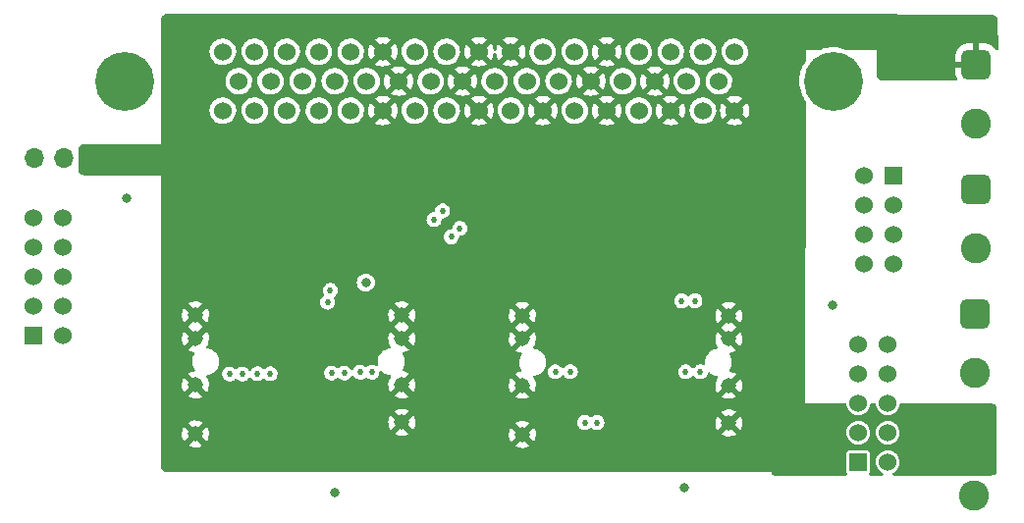
<source format=gbr>
%TF.GenerationSoftware,KiCad,Pcbnew,(6.0.4-0)*%
%TF.CreationDate,2023-07-13T10:21:47-07:00*%
%TF.ProjectId,CableAdapterBoard,4361626c-6541-4646-9170-746572426f61,rev?*%
%TF.SameCoordinates,Original*%
%TF.FileFunction,Copper,L6,Bot*%
%TF.FilePolarity,Positive*%
%FSLAX46Y46*%
G04 Gerber Fmt 4.6, Leading zero omitted, Abs format (unit mm)*
G04 Created by KiCad (PCBNEW (6.0.4-0)) date 2023-07-13 10:21:47*
%MOMM*%
%LPD*%
G01*
G04 APERTURE LIST*
G04 Aperture macros list*
%AMRoundRect*
0 Rectangle with rounded corners*
0 $1 Rounding radius*
0 $2 $3 $4 $5 $6 $7 $8 $9 X,Y pos of 4 corners*
0 Add a 4 corners polygon primitive as box body*
4,1,4,$2,$3,$4,$5,$6,$7,$8,$9,$2,$3,0*
0 Add four circle primitives for the rounded corners*
1,1,$1+$1,$2,$3*
1,1,$1+$1,$4,$5*
1,1,$1+$1,$6,$7*
1,1,$1+$1,$8,$9*
0 Add four rect primitives between the rounded corners*
20,1,$1+$1,$2,$3,$4,$5,0*
20,1,$1+$1,$4,$5,$6,$7,0*
20,1,$1+$1,$6,$7,$8,$9,0*
20,1,$1+$1,$8,$9,$2,$3,0*%
G04 Aperture macros list end*
%TA.AperFunction,ComponentPad*%
%ADD10R,1.700000X1.700000*%
%TD*%
%TA.AperFunction,ComponentPad*%
%ADD11O,1.700000X1.700000*%
%TD*%
%TA.AperFunction,ComponentPad*%
%ADD12C,1.308000*%
%TD*%
%TA.AperFunction,ComponentPad*%
%ADD13R,1.530000X1.530000*%
%TD*%
%TA.AperFunction,ComponentPad*%
%ADD14C,1.530000*%
%TD*%
%TA.AperFunction,ComponentPad*%
%ADD15RoundRect,0.650000X-0.650000X0.650000X-0.650000X-0.650000X0.650000X-0.650000X0.650000X0.650000X0*%
%TD*%
%TA.AperFunction,ComponentPad*%
%ADD16C,2.600000*%
%TD*%
%TA.AperFunction,ComponentPad*%
%ADD17C,1.524000*%
%TD*%
%TA.AperFunction,ComponentPad*%
%ADD18C,5.080000*%
%TD*%
%TA.AperFunction,ViaPad*%
%ADD19C,0.800000*%
%TD*%
%TA.AperFunction,ViaPad*%
%ADD20C,0.520700*%
%TD*%
%TA.AperFunction,Conductor*%
%ADD21C,0.304800*%
%TD*%
G04 APERTURE END LIST*
D10*
%TO.P,JP1,1,A*%
%TO.N,DGND*%
X103610000Y-82200000D03*
D11*
%TO.P,JP1,2,C*%
%TO.N,/d-sub-shield*%
X101070000Y-82200000D03*
%TO.P,JP1,3,B*%
%TO.N,AGND*%
X98530000Y-82200000D03*
%TD*%
D12*
%TO.P,J21,S1,SHIELD*%
%TO.N,DGND*%
X158425000Y-105040000D03*
%TO.P,J21,S2,SHIELD*%
X158425000Y-101800000D03*
%TO.P,J21,S3,SHIELD*%
X158425000Y-97800000D03*
%TO.P,J21,S4,SHIELD*%
X158425000Y-95770000D03*
%TO.P,J21,S5,SHIELD*%
X140625000Y-95770000D03*
%TO.P,J21,S6,SHIELD*%
X140625000Y-97800000D03*
%TO.P,J21,S7,SHIELD*%
X140625000Y-101800000D03*
%TO.P,J21,S8,SHIELD*%
X140625000Y-106040000D03*
%TD*%
D13*
%TO.P,J2,01,01*%
%TO.N,AGND*%
X169595000Y-108422500D03*
D14*
%TO.P,J2,02,02*%
%TO.N,unconnected-(J2-Pad02)*%
X169595000Y-105882500D03*
%TO.P,J2,03,03*%
%TO.N,unconnected-(J2-Pad03)*%
X169595000Y-103342500D03*
%TO.P,J2,04,04*%
%TO.N,unconnected-(J2-Pad04)*%
X169595000Y-100802500D03*
%TO.P,J2,05,05*%
%TO.N,AGND*%
X169595000Y-98262500D03*
%TO.P,J2,06,06*%
%TO.N,unconnected-(J2-Pad06)*%
X172135000Y-108422500D03*
%TO.P,J2,07,07*%
%TO.N,unconnected-(J2-Pad07)*%
X172135000Y-105882500D03*
%TO.P,J2,08,08*%
%TO.N,unconnected-(J2-Pad08)*%
X172135000Y-103342500D03*
%TO.P,J2,09,09*%
%TO.N,/VDD2_Sense*%
X172135000Y-100802500D03*
%TO.P,J2,10,10*%
%TO.N,/VDD1_Sense*%
X172135000Y-98262500D03*
%TD*%
D15*
%TO.P,TP4,1,1*%
%TO.N,DGND*%
X179600000Y-106220000D03*
D16*
%TO.P,TP4,2,2*%
%TO.N,/VDD2_Sense*%
X179600000Y-111300000D03*
%TD*%
D13*
%TO.P,J3,01,01*%
%TO.N,AGND*%
X98495000Y-97497500D03*
D14*
%TO.P,J3,02,02*%
X98495000Y-94957500D03*
%TO.P,J3,03,03*%
X98495000Y-92417500D03*
%TO.P,J3,04,04*%
X98495000Y-89877500D03*
%TO.P,J3,05,05*%
X98495000Y-87337500D03*
%TO.P,J3,06,06*%
%TO.N,/HS_Vdiff*%
X101035000Y-97497500D03*
%TO.P,J3,07,07*%
%TO.N,unconnected-(J3-Pad07)*%
X101035000Y-94957500D03*
%TO.P,J3,08,08*%
%TO.N,/ADC_MON_VIN_P*%
X101035000Y-92417500D03*
%TO.P,J3,09,09*%
%TO.N,/ADC_MON_VCOM*%
X101035000Y-89877500D03*
%TO.P,J3,10,10*%
%TO.N,/ADC_MON_VIN_N*%
X101035000Y-87337500D03*
%TD*%
D15*
%TO.P,TP2,1,1*%
%TO.N,AGND*%
X179720000Y-84890000D03*
D16*
%TO.P,TP2,2,2*%
%TO.N,/VDD1*%
X179720000Y-89970000D03*
%TD*%
D15*
%TO.P,TP3,1,1*%
%TO.N,DGND*%
X179770000Y-74100000D03*
D16*
%TO.P,TP3,2,2*%
%TO.N,/VDD2*%
X179770000Y-79180000D03*
%TD*%
D12*
%TO.P,J31,S1,SHIELD*%
%TO.N,DGND*%
X130225000Y-104990000D03*
%TO.P,J31,S2,SHIELD*%
X130225000Y-101750000D03*
%TO.P,J31,S3,SHIELD*%
X130225000Y-97750000D03*
%TO.P,J31,S4,SHIELD*%
X130225000Y-95720000D03*
%TO.P,J31,S5,SHIELD*%
X112425000Y-95720000D03*
%TO.P,J31,S6,SHIELD*%
X112425000Y-97750000D03*
%TO.P,J31,S7,SHIELD*%
X112425000Y-101750000D03*
%TO.P,J31,S8,SHIELD*%
X112425000Y-105990000D03*
%TD*%
D13*
%TO.P,J1,01,01*%
%TO.N,AGND*%
X172595000Y-83665000D03*
D14*
%TO.P,J1,02,02*%
X172595000Y-86205000D03*
%TO.P,J1,03,03*%
X172595000Y-88745000D03*
%TO.P,J1,04,04*%
X172595000Y-91285000D03*
%TO.P,J1,05,05*%
%TO.N,/VDD2*%
X170055000Y-83665000D03*
%TO.P,J1,06,06*%
X170055000Y-86205000D03*
%TO.P,J1,07,07*%
%TO.N,/VDD1*%
X170055000Y-88745000D03*
%TO.P,J1,08,08*%
X170055000Y-91285000D03*
%TD*%
D17*
%TO.P,DSUB1,1,1*%
%TO.N,DGND*%
X158938600Y-78086500D03*
%TO.P,DSUB1,2,2*%
%TO.N,/RD_CLK_P*%
X156195400Y-78086500D03*
%TO.P,DSUB1,3,3*%
%TO.N,DGND*%
X153426800Y-78086500D03*
%TO.P,DSUB1,4,4*%
%TO.N,/DATA_OUT_1_P*%
X150658200Y-78086500D03*
%TO.P,DSUB1,5,5*%
%TO.N,DGND*%
X147915000Y-78086500D03*
%TO.P,DSUB1,6,6*%
%TO.N,/DATA_OUT_0_P*%
X145146400Y-78086500D03*
%TO.P,DSUB1,7,7*%
%TO.N,DGND*%
X142377800Y-78086500D03*
%TO.P,DSUB1,8,8*%
%TO.N,/ASIC_SR0_P*%
X139634600Y-78086500D03*
%TO.P,DSUB1,9,9*%
%TO.N,DGND*%
X136866000Y-78086500D03*
%TO.P,DSUB1,10,10*%
%TO.N,/WORD_CLK_0_N*%
X134097400Y-78086500D03*
%TO.P,DSUB1,11,11*%
%TO.N,/WORD_CLK_0_P*%
X131354200Y-78086500D03*
%TO.P,DSUB1,12,12*%
%TO.N,DGND*%
X128585600Y-78086500D03*
%TO.P,DSUB1,13,13*%
%TO.N,AGND*%
X125817000Y-78086500D03*
%TO.P,DSUB1,14,14*%
%TO.N,/HS_Vdiff*%
X123073800Y-78086500D03*
%TO.P,DSUB1,15,15*%
%TO.N,/VDD1*%
X120305200Y-78086500D03*
%TO.P,DSUB1,16,16*%
X117536600Y-78086500D03*
%TO.P,DSUB1,17,17*%
%TO.N,AGND*%
X114793400Y-78086500D03*
%TO.P,DSUB1,18,18*%
%TO.N,/VDD2*%
X157567000Y-75546500D03*
%TO.P,DSUB1,19,19*%
%TO.N,/RD_CLK_N*%
X154798400Y-75546500D03*
%TO.P,DSUB1,20,20*%
%TO.N,DGND*%
X152055200Y-75546500D03*
%TO.P,DSUB1,21,21*%
%TO.N,/DATA_OUT_1_N*%
X149286600Y-75546500D03*
%TO.P,DSUB1,22,22*%
%TO.N,DGND*%
X146518000Y-75546500D03*
%TO.P,DSUB1,23,23*%
%TO.N,/DATA_OUT_0_N*%
X143749400Y-75546500D03*
%TO.P,DSUB1,24,24*%
%TO.N,/ASIC_GR*%
X141006200Y-75546500D03*
%TO.P,DSUB1,25,25*%
%TO.N,/ASIC_SR0_N*%
X138237600Y-75546500D03*
%TO.P,DSUB1,26,26*%
%TO.N,DGND*%
X135469000Y-75546500D03*
%TO.P,DSUB1,27,27*%
%TO.N,/SACI_CMD_P*%
X132725800Y-75546500D03*
%TO.P,DSUB1,28,28*%
%TO.N,DGND*%
X129957200Y-75546500D03*
%TO.P,DSUB1,29,29*%
%TO.N,/SACI_CLK_P*%
X127188600Y-75546500D03*
%TO.P,DSUB1,30,30*%
%TO.N,/ASIC_SACI_SEL*%
X124445400Y-75546500D03*
%TO.P,DSUB1,31,31*%
%TO.N,AGND*%
X121676800Y-75546500D03*
%TO.P,DSUB1,32,32*%
%TO.N,/ADC_MON_VIN_P*%
X118908200Y-75546500D03*
%TO.P,DSUB1,33,33*%
%TO.N,AGND*%
X116165000Y-75546500D03*
%TO.P,DSUB1,34,34*%
%TO.N,/VDD2*%
X158938600Y-73006500D03*
%TO.P,DSUB1,35,35*%
%TO.N,/ASIC_SampClkEn_P*%
X156195400Y-73006500D03*
%TO.P,DSUB1,36,36*%
%TO.N,/ASIC_SampClkEn_N*%
X153426800Y-73006500D03*
%TO.P,DSUB1,37,37*%
%TO.N,/VDD2_Sense*%
X150658200Y-73006500D03*
%TO.P,DSUB1,38,38*%
%TO.N,DGND*%
X147915000Y-73006500D03*
%TO.P,DSUB1,39,39*%
%TO.N,/SACI_RESP_P*%
X145146400Y-73006500D03*
%TO.P,DSUB1,40,40*%
%TO.N,/SACI_RESP_N*%
X142377800Y-73006500D03*
%TO.P,DSUB1,41,41*%
%TO.N,DGND*%
X139634600Y-73006500D03*
%TO.P,DSUB1,42,42*%
X136866000Y-73006500D03*
%TO.P,DSUB1,43,43*%
%TO.N,/ASIC_PULSE*%
X134097400Y-73006500D03*
%TO.P,DSUB1,44,44*%
%TO.N,/SACI_CMD_N*%
X131354200Y-73006500D03*
%TO.P,DSUB1,45,45*%
%TO.N,DGND*%
X128585600Y-73006500D03*
%TO.P,DSUB1,46,46*%
%TO.N,/SACI_CLK_N*%
X125817000Y-73006500D03*
%TO.P,DSUB1,47,47*%
%TO.N,AGND*%
X123073800Y-73006500D03*
%TO.P,DSUB1,48,48*%
%TO.N,/ADC_MON_VCOM*%
X120305200Y-73006500D03*
%TO.P,DSUB1,49,49*%
%TO.N,/ADC_MON_VIN_N*%
X117536600Y-73006500D03*
%TO.P,DSUB1,50,50*%
%TO.N,/VDD1_Sense*%
X114793400Y-73006500D03*
D18*
%TO.P,DSUB1,M1,M1*%
%TO.N,/d-sub-shield*%
X106309800Y-75546500D03*
%TO.P,DSUB1,M2,M2*%
X167422200Y-75546500D03*
%TD*%
D15*
%TO.P,TP1,1,1*%
%TO.N,AGND*%
X179670000Y-95630000D03*
D16*
%TO.P,TP1,2,2*%
%TO.N,/VDD1_Sense*%
X179670000Y-100710000D03*
%TD*%
D19*
%TO.N,DGND*%
X119840000Y-99900000D03*
X147920000Y-87730000D03*
X162420000Y-95360000D03*
X145980000Y-99900000D03*
X110800000Y-83560000D03*
X125520000Y-87840000D03*
X114000000Y-90600000D03*
X128610000Y-82720000D03*
X140580000Y-86820000D03*
X125910000Y-80150000D03*
X140580000Y-91140000D03*
X117200000Y-87460000D03*
X124520000Y-108170000D03*
X147920000Y-82770000D03*
X154610000Y-108190000D03*
X120390000Y-84110000D03*
X153170000Y-99890000D03*
X122320000Y-99900000D03*
X149560000Y-99890000D03*
X151260000Y-99890000D03*
X147840000Y-99890000D03*
D20*
%TO.N,/RD_CLK_P*%
X144760000Y-100620000D03*
%TO.N,/DATA_OUT_1_P*%
X155510001Y-94499989D03*
%TO.N,/DATA_OUT_0_P*%
X155970000Y-100620000D03*
%TO.N,/ASIC_SR0_P*%
X116480006Y-100819991D03*
%TO.N,/WORD_CLK_0_N*%
X145999987Y-104999993D03*
X133746240Y-86753776D03*
X135239430Y-88246966D03*
%TO.N,/WORD_CLK_0_P*%
X147049998Y-104999993D03*
X134496962Y-88989433D03*
X133003773Y-87496244D03*
D19*
%TO.N,AGND*%
X167390000Y-94890000D03*
X154600000Y-110660000D03*
X106540000Y-85610000D03*
X124450000Y-111020000D03*
D20*
%TO.N,/RD_CLK_N*%
X143460000Y-100630000D03*
%TO.N,/DATA_OUT_1_N*%
X154359991Y-94499989D03*
%TO.N,/DATA_OUT_0_N*%
X154700000Y-100620000D03*
%TO.N,/ASIC_SR0_N*%
X115380008Y-100819991D03*
%TO.N,/SACI_CMD_P*%
X125270006Y-100740007D03*
%TO.N,/SACI_CLK_P*%
X118869993Y-100800002D03*
D19*
%TO.N,/ASIC_SACI_SEL*%
X127125000Y-92925000D03*
D20*
%TO.N,/ASIC_SampClkEn_P*%
X124060001Y-93590008D03*
%TO.N,/ASIC_SampClkEn_N*%
X123820000Y-94620000D03*
%TO.N,/SACI_RESP_P*%
X127650011Y-100670004D03*
%TO.N,/SACI_RESP_N*%
X126629998Y-100670004D03*
%TO.N,/SACI_CMD_N*%
X124170000Y-100730000D03*
%TO.N,/SACI_CLK_N*%
X117780003Y-100800002D03*
%TD*%
D21*
%TO.N,/ASIC_SACI_SEL*%
X124852309Y-75546500D02*
X124445400Y-75546500D01*
%TD*%
%TA.AperFunction,Conductor*%
%TO.N,DGND*%
G36*
X168523076Y-103350002D02*
G01*
X168569569Y-103403658D01*
X168580513Y-103445456D01*
X168586881Y-103521288D01*
X168587397Y-103527430D01*
X168589096Y-103533355D01*
X168634356Y-103691195D01*
X168642506Y-103719619D01*
X168645325Y-103725104D01*
X168731078Y-103891962D01*
X168731081Y-103891967D01*
X168733896Y-103897444D01*
X168858085Y-104054131D01*
X169010342Y-104183712D01*
X169015720Y-104186718D01*
X169015722Y-104186719D01*
X169057794Y-104210232D01*
X169184869Y-104281252D01*
X169375018Y-104343035D01*
X169573546Y-104366708D01*
X169579681Y-104366236D01*
X169579683Y-104366236D01*
X169766750Y-104351843D01*
X169766755Y-104351842D01*
X169772891Y-104351370D01*
X169778823Y-104349714D01*
X169778827Y-104349713D01*
X169869176Y-104324486D01*
X169965460Y-104297603D01*
X170143919Y-104207457D01*
X170174312Y-104183712D01*
X170296619Y-104088155D01*
X170301469Y-104084366D01*
X170432110Y-103933016D01*
X170530866Y-103759174D01*
X170593975Y-103569462D01*
X170605950Y-103474675D01*
X170610304Y-103440208D01*
X170638686Y-103375131D01*
X170697746Y-103335730D01*
X170735310Y-103330000D01*
X170994955Y-103330000D01*
X171063076Y-103350002D01*
X171109569Y-103403658D01*
X171120513Y-103445456D01*
X171126881Y-103521288D01*
X171127397Y-103527430D01*
X171129096Y-103533355D01*
X171174356Y-103691195D01*
X171182506Y-103719619D01*
X171185325Y-103725104D01*
X171271078Y-103891962D01*
X171271081Y-103891967D01*
X171273896Y-103897444D01*
X171398085Y-104054131D01*
X171550342Y-104183712D01*
X171555720Y-104186718D01*
X171555722Y-104186719D01*
X171597794Y-104210232D01*
X171724869Y-104281252D01*
X171915018Y-104343035D01*
X172113546Y-104366708D01*
X172119681Y-104366236D01*
X172119683Y-104366236D01*
X172306750Y-104351843D01*
X172306755Y-104351842D01*
X172312891Y-104351370D01*
X172318823Y-104349714D01*
X172318827Y-104349713D01*
X172409176Y-104324486D01*
X172505460Y-104297603D01*
X172683919Y-104207457D01*
X172714312Y-104183712D01*
X172836619Y-104088155D01*
X172841469Y-104084366D01*
X172972110Y-103933016D01*
X173070866Y-103759174D01*
X173133975Y-103569462D01*
X173145950Y-103474675D01*
X173150304Y-103440208D01*
X173178686Y-103375131D01*
X173237746Y-103335730D01*
X173275310Y-103330000D01*
X181033741Y-103330000D01*
X181050188Y-103331078D01*
X181157034Y-103345145D01*
X181188805Y-103353658D01*
X181280676Y-103391712D01*
X181309162Y-103408159D01*
X181388050Y-103468692D01*
X181411308Y-103491950D01*
X181471841Y-103570838D01*
X181488288Y-103599324D01*
X181526342Y-103691195D01*
X181534855Y-103722966D01*
X181548922Y-103829812D01*
X181550000Y-103846259D01*
X181550000Y-109053741D01*
X181548922Y-109070188D01*
X181534855Y-109177034D01*
X181526342Y-109208805D01*
X181488288Y-109300676D01*
X181471841Y-109329162D01*
X181411308Y-109408050D01*
X181388050Y-109431308D01*
X181309162Y-109491841D01*
X181280676Y-109508288D01*
X181188805Y-109546342D01*
X181157034Y-109554855D01*
X181050188Y-109568922D01*
X181033741Y-109570000D01*
X172653472Y-109570000D01*
X172585351Y-109549998D01*
X172538858Y-109496342D01*
X172528754Y-109426068D01*
X172558248Y-109361488D01*
X172596662Y-109331534D01*
X172678422Y-109290234D01*
X172678424Y-109290233D01*
X172683919Y-109287457D01*
X172700340Y-109274628D01*
X172779774Y-109212567D01*
X172841469Y-109164366D01*
X172936958Y-109053741D01*
X172968086Y-109017678D01*
X172968086Y-109017677D01*
X172972110Y-109013016D01*
X173070866Y-108839174D01*
X173133975Y-108649462D01*
X173159034Y-108451104D01*
X173159433Y-108422500D01*
X173139923Y-108223520D01*
X173082135Y-108032119D01*
X172988272Y-107855587D01*
X172974752Y-107839010D01*
X172865803Y-107705424D01*
X172865800Y-107705421D01*
X172861908Y-107700649D01*
X172855433Y-107695292D01*
X172772111Y-107626363D01*
X172707856Y-107573207D01*
X172531984Y-107478113D01*
X172436487Y-107448552D01*
X172346878Y-107420813D01*
X172346875Y-107420812D01*
X172340991Y-107418991D01*
X172334866Y-107418347D01*
X172334865Y-107418347D01*
X172148280Y-107398736D01*
X172148279Y-107398736D01*
X172142152Y-107398092D01*
X172074961Y-107404207D01*
X171949179Y-107415654D01*
X171949176Y-107415655D01*
X171943040Y-107416213D01*
X171937134Y-107417951D01*
X171937130Y-107417952D01*
X171792989Y-107460375D01*
X171751241Y-107472662D01*
X171574058Y-107565291D01*
X171418242Y-107690571D01*
X171289727Y-107843729D01*
X171286758Y-107849130D01*
X171286757Y-107849131D01*
X171196379Y-108013526D01*
X171196377Y-108013531D01*
X171193407Y-108018933D01*
X171191543Y-108024808D01*
X171191542Y-108024811D01*
X171189224Y-108032119D01*
X171132953Y-108209508D01*
X171110667Y-108408197D01*
X171127397Y-108607430D01*
X171182506Y-108799619D01*
X171185325Y-108805104D01*
X171271078Y-108971962D01*
X171271081Y-108971967D01*
X171273896Y-108977444D01*
X171398085Y-109134131D01*
X171402779Y-109138126D01*
X171485827Y-109208805D01*
X171550342Y-109263712D01*
X171555720Y-109266718D01*
X171555722Y-109266719D01*
X171676129Y-109334012D01*
X171725835Y-109384705D01*
X171740243Y-109454225D01*
X171714780Y-109520498D01*
X171657528Y-109562483D01*
X171614659Y-109570000D01*
X170645235Y-109570000D01*
X170577114Y-109549998D01*
X170530621Y-109496342D01*
X170520517Y-109426068D01*
X170545162Y-109372105D01*
X170543484Y-109370984D01*
X170592839Y-109297120D01*
X170599734Y-109286801D01*
X170614500Y-109212567D01*
X170614499Y-107632434D01*
X170599734Y-107558199D01*
X170543484Y-107474016D01*
X170459301Y-107417766D01*
X170385067Y-107403000D01*
X169595128Y-107403000D01*
X168804934Y-107403001D01*
X168769182Y-107410112D01*
X168742874Y-107415344D01*
X168742872Y-107415345D01*
X168730699Y-107417766D01*
X168720379Y-107424661D01*
X168720378Y-107424662D01*
X168659985Y-107465016D01*
X168646516Y-107474016D01*
X168590266Y-107558199D01*
X168575500Y-107632433D01*
X168575501Y-109212566D01*
X168582612Y-109248318D01*
X168586272Y-109266719D01*
X168590266Y-109286801D01*
X168597161Y-109297120D01*
X168597162Y-109297122D01*
X168646516Y-109370984D01*
X168643676Y-109372881D01*
X168667886Y-109417217D01*
X168662821Y-109488032D01*
X168620274Y-109544868D01*
X168553754Y-109569679D01*
X168544765Y-109570000D01*
X162301589Y-109570000D01*
X162268978Y-109565707D01*
X162256946Y-109562483D01*
X162240109Y-109557972D01*
X162183626Y-109525360D01*
X162174640Y-109516374D01*
X162142028Y-109459890D01*
X162130000Y-109415000D01*
X162130000Y-105868197D01*
X168570667Y-105868197D01*
X168587397Y-106067430D01*
X168642506Y-106259619D01*
X168645325Y-106265104D01*
X168731078Y-106431962D01*
X168731081Y-106431967D01*
X168733896Y-106437444D01*
X168858085Y-106594131D01*
X169010342Y-106723712D01*
X169015720Y-106726718D01*
X169015722Y-106726719D01*
X169057794Y-106750232D01*
X169184869Y-106821252D01*
X169375018Y-106883035D01*
X169573546Y-106906708D01*
X169579681Y-106906236D01*
X169579683Y-106906236D01*
X169766750Y-106891843D01*
X169766755Y-106891842D01*
X169772891Y-106891370D01*
X169778823Y-106889714D01*
X169778827Y-106889713D01*
X169869176Y-106864486D01*
X169965460Y-106837603D01*
X170143919Y-106747457D01*
X170174312Y-106723712D01*
X170296619Y-106628155D01*
X170301469Y-106624366D01*
X170432110Y-106473016D01*
X170530866Y-106299174D01*
X170593975Y-106109462D01*
X170619034Y-105911104D01*
X170619433Y-105882500D01*
X170618031Y-105868197D01*
X171110667Y-105868197D01*
X171127397Y-106067430D01*
X171182506Y-106259619D01*
X171185325Y-106265104D01*
X171271078Y-106431962D01*
X171271081Y-106431967D01*
X171273896Y-106437444D01*
X171398085Y-106594131D01*
X171550342Y-106723712D01*
X171555720Y-106726718D01*
X171555722Y-106726719D01*
X171597794Y-106750232D01*
X171724869Y-106821252D01*
X171915018Y-106883035D01*
X172113546Y-106906708D01*
X172119681Y-106906236D01*
X172119683Y-106906236D01*
X172306750Y-106891843D01*
X172306755Y-106891842D01*
X172312891Y-106891370D01*
X172318823Y-106889714D01*
X172318827Y-106889713D01*
X172409176Y-106864486D01*
X172505460Y-106837603D01*
X172683919Y-106747457D01*
X172714312Y-106723712D01*
X172836619Y-106628155D01*
X172841469Y-106624366D01*
X172972110Y-106473016D01*
X173070866Y-106299174D01*
X173133975Y-106109462D01*
X173159034Y-105911104D01*
X173159433Y-105882500D01*
X173139923Y-105683520D01*
X173082135Y-105492119D01*
X172988272Y-105315587D01*
X172974752Y-105299010D01*
X172865803Y-105165424D01*
X172865800Y-105165421D01*
X172861908Y-105160649D01*
X172855433Y-105155292D01*
X172800505Y-105109852D01*
X172707856Y-105033207D01*
X172531984Y-104938113D01*
X172436488Y-104908552D01*
X172346878Y-104880813D01*
X172346875Y-104880812D01*
X172340991Y-104878991D01*
X172334866Y-104878347D01*
X172334865Y-104878347D01*
X172148280Y-104858736D01*
X172148279Y-104858736D01*
X172142152Y-104858092D01*
X172059616Y-104865604D01*
X171949179Y-104875654D01*
X171949176Y-104875655D01*
X171943040Y-104876213D01*
X171937134Y-104877951D01*
X171937130Y-104877952D01*
X171792989Y-104920375D01*
X171751241Y-104932662D01*
X171574058Y-105025291D01*
X171418242Y-105150571D01*
X171289727Y-105303729D01*
X171286758Y-105309130D01*
X171286757Y-105309131D01*
X171196379Y-105473526D01*
X171196377Y-105473531D01*
X171193407Y-105478933D01*
X171191543Y-105484808D01*
X171191542Y-105484811D01*
X171189224Y-105492119D01*
X171132953Y-105669508D01*
X171110667Y-105868197D01*
X170618031Y-105868197D01*
X170599923Y-105683520D01*
X170542135Y-105492119D01*
X170448272Y-105315587D01*
X170434752Y-105299010D01*
X170325803Y-105165424D01*
X170325800Y-105165421D01*
X170321908Y-105160649D01*
X170315433Y-105155292D01*
X170260505Y-105109852D01*
X170167856Y-105033207D01*
X169991984Y-104938113D01*
X169896488Y-104908552D01*
X169806878Y-104880813D01*
X169806875Y-104880812D01*
X169800991Y-104878991D01*
X169794866Y-104878347D01*
X169794865Y-104878347D01*
X169608280Y-104858736D01*
X169608279Y-104858736D01*
X169602152Y-104858092D01*
X169519616Y-104865604D01*
X169409179Y-104875654D01*
X169409176Y-104875655D01*
X169403040Y-104876213D01*
X169397134Y-104877951D01*
X169397130Y-104877952D01*
X169252989Y-104920375D01*
X169211241Y-104932662D01*
X169034058Y-105025291D01*
X168878242Y-105150571D01*
X168749727Y-105303729D01*
X168746758Y-105309130D01*
X168746757Y-105309131D01*
X168656379Y-105473526D01*
X168656377Y-105473531D01*
X168653407Y-105478933D01*
X168651543Y-105484808D01*
X168651542Y-105484811D01*
X168649224Y-105492119D01*
X168592953Y-105669508D01*
X168570667Y-105868197D01*
X162130000Y-105868197D01*
X162130000Y-103330000D01*
X168454955Y-103330000D01*
X168523076Y-103350002D01*
G37*
%TD.AperFunction*%
%TD*%
%TA.AperFunction,Conductor*%
%TO.N,DGND*%
G36*
X164979999Y-69730002D02*
G01*
X164980007Y-69730002D01*
X164980601Y-69730004D01*
X164981312Y-69730007D01*
X164981481Y-69730008D01*
X181126615Y-69817227D01*
X181142997Y-69818386D01*
X181249392Y-69832928D01*
X181281012Y-69841552D01*
X181372408Y-69879838D01*
X181400736Y-69896327D01*
X181479162Y-69956889D01*
X181502277Y-69980125D01*
X181562429Y-70058864D01*
X181578770Y-70087277D01*
X181616579Y-70178870D01*
X181625038Y-70210534D01*
X181629732Y-70246259D01*
X181639026Y-70317002D01*
X181640100Y-70333384D01*
X181640575Y-72775420D01*
X181620586Y-72843545D01*
X181566940Y-72890048D01*
X181496668Y-72900166D01*
X181432081Y-72870685D01*
X181410798Y-72846903D01*
X181316765Y-72710340D01*
X181309396Y-72701496D01*
X181166952Y-72559301D01*
X181158094Y-72551947D01*
X180992126Y-72438094D01*
X180982083Y-72432481D01*
X180798145Y-72350779D01*
X180787235Y-72347086D01*
X180590871Y-72300124D01*
X180580750Y-72298562D01*
X180491459Y-72292161D01*
X180486946Y-72292000D01*
X180042115Y-72292000D01*
X180026876Y-72296475D01*
X180025671Y-72297865D01*
X180024000Y-72305548D01*
X180024000Y-74228000D01*
X180003998Y-74296121D01*
X179950342Y-74342614D01*
X179898000Y-74354000D01*
X177980116Y-74354000D01*
X177964877Y-74358475D01*
X177963672Y-74359865D01*
X177962001Y-74367548D01*
X177962001Y-74816905D01*
X177962169Y-74821507D01*
X177968844Y-74912746D01*
X177970426Y-74922885D01*
X178017730Y-75119163D01*
X178021440Y-75130061D01*
X178103463Y-75313858D01*
X178109096Y-75323896D01*
X178111600Y-75327533D01*
X178133759Y-75394983D01*
X178115934Y-75463705D01*
X178063785Y-75511882D01*
X178007342Y-75524990D01*
X171676204Y-75500825D01*
X171659785Y-75499688D01*
X171659367Y-75499631D01*
X171553143Y-75485253D01*
X171521452Y-75476644D01*
X171429832Y-75438344D01*
X171401442Y-75421838D01*
X171322833Y-75361160D01*
X171299677Y-75337879D01*
X171239423Y-75258946D01*
X171223068Y-75230465D01*
X171185262Y-75138645D01*
X171176822Y-75106902D01*
X171162962Y-75000191D01*
X171161912Y-74983766D01*
X171163708Y-73827885D01*
X177962000Y-73827885D01*
X177966475Y-73843124D01*
X177967865Y-73844329D01*
X177975548Y-73846000D01*
X179497885Y-73846000D01*
X179513124Y-73841525D01*
X179514329Y-73840135D01*
X179516000Y-73832452D01*
X179516000Y-72310116D01*
X179511525Y-72294877D01*
X179510135Y-72293672D01*
X179502452Y-72292001D01*
X179053096Y-72292001D01*
X179048493Y-72292169D01*
X178957254Y-72298844D01*
X178947115Y-72300426D01*
X178750837Y-72347730D01*
X178739939Y-72351440D01*
X178556142Y-72433463D01*
X178546112Y-72439091D01*
X178380333Y-72553241D01*
X178371496Y-72560604D01*
X178229301Y-72703048D01*
X178221947Y-72711906D01*
X178108094Y-72877874D01*
X178102481Y-72887917D01*
X178020779Y-73071855D01*
X178017086Y-73082765D01*
X177970124Y-73279129D01*
X177968562Y-73289250D01*
X177962161Y-73378541D01*
X177962000Y-73383054D01*
X177962000Y-73827885D01*
X171163708Y-73827885D01*
X171164434Y-73360815D01*
X171164434Y-73360808D01*
X171164440Y-73356667D01*
X171165236Y-72844514D01*
X170648952Y-72847916D01*
X170648949Y-72847916D01*
X170102386Y-72851518D01*
X168605454Y-72861382D01*
X168560092Y-72853253D01*
X168297328Y-72753962D01*
X167970562Y-72671884D01*
X167830083Y-72653390D01*
X167640132Y-72628382D01*
X167640124Y-72628381D01*
X167636528Y-72627908D01*
X167496684Y-72625711D01*
X167303295Y-72622673D01*
X167303291Y-72622673D01*
X167299653Y-72622616D01*
X167296038Y-72622977D01*
X167296033Y-72622977D01*
X167058240Y-72646712D01*
X166964402Y-72656078D01*
X166635219Y-72727852D01*
X166631792Y-72729025D01*
X166631786Y-72729027D01*
X166319898Y-72835810D01*
X166319893Y-72835812D01*
X166316467Y-72836985D01*
X166293550Y-72847916D01*
X166257872Y-72864933D01*
X166204458Y-72877204D01*
X165673889Y-72880701D01*
X165095236Y-72884514D01*
X165093642Y-73387577D01*
X165093642Y-73387579D01*
X165092651Y-73700640D01*
X165092527Y-73739639D01*
X165072310Y-73807696D01*
X165065684Y-73816984D01*
X165019147Y-73876335D01*
X165017254Y-73879424D01*
X165017252Y-73879427D01*
X164974478Y-73949228D01*
X164843109Y-74163603D01*
X164841584Y-74166888D01*
X164841582Y-74166892D01*
X164756190Y-74350855D01*
X164701255Y-74469202D01*
X164687772Y-74509972D01*
X164599106Y-74778071D01*
X164595465Y-74789079D01*
X164594729Y-74792634D01*
X164594728Y-74792637D01*
X164555147Y-74983766D01*
X164527143Y-75118995D01*
X164497193Y-75454578D01*
X164506012Y-75791379D01*
X164553484Y-76124935D01*
X164638980Y-76450823D01*
X164761365Y-76764725D01*
X164763062Y-76767930D01*
X164906849Y-77039497D01*
X164919018Y-77062481D01*
X164921068Y-77065464D01*
X164921070Y-77065467D01*
X165058968Y-77266109D01*
X165081127Y-77337875D01*
X165000413Y-102816249D01*
X165000414Y-102816258D01*
X164980000Y-109260000D01*
X109966259Y-109260000D01*
X109949812Y-109258922D01*
X109842966Y-109244855D01*
X109811195Y-109236342D01*
X109719324Y-109198288D01*
X109690838Y-109181841D01*
X109611950Y-109121308D01*
X109588692Y-109098050D01*
X109528159Y-109019162D01*
X109511712Y-108990676D01*
X109473658Y-108898805D01*
X109465145Y-108867034D01*
X109451078Y-108760188D01*
X109450000Y-108743741D01*
X109450000Y-106970228D01*
X111809132Y-106970228D01*
X111819014Y-106982717D01*
X111863362Y-107012350D01*
X111873472Y-107017840D01*
X112059077Y-107097582D01*
X112070020Y-107101137D01*
X112267042Y-107145719D01*
X112278452Y-107147221D01*
X112480307Y-107155152D01*
X112491789Y-107154550D01*
X112691712Y-107125563D01*
X112702894Y-107122878D01*
X112894185Y-107057943D01*
X112904688Y-107053267D01*
X112963684Y-107020228D01*
X140009132Y-107020228D01*
X140019014Y-107032717D01*
X140063362Y-107062350D01*
X140073472Y-107067840D01*
X140259077Y-107147582D01*
X140270020Y-107151137D01*
X140467042Y-107195719D01*
X140478452Y-107197221D01*
X140680307Y-107205152D01*
X140691789Y-107204550D01*
X140891712Y-107175563D01*
X140902894Y-107172878D01*
X141094185Y-107107943D01*
X141104688Y-107103267D01*
X141232708Y-107031573D01*
X141242570Y-107021497D01*
X141239615Y-107013825D01*
X140637812Y-106412022D01*
X140623868Y-106404408D01*
X140622035Y-106404539D01*
X140615420Y-106408790D01*
X140015328Y-107008882D01*
X140009132Y-107020228D01*
X112963684Y-107020228D01*
X113032708Y-106981573D01*
X113042570Y-106971497D01*
X113039615Y-106963825D01*
X112437812Y-106362022D01*
X112423868Y-106354408D01*
X112422035Y-106354539D01*
X112415420Y-106358790D01*
X111815328Y-106958882D01*
X111809132Y-106970228D01*
X109450000Y-106970228D01*
X109450000Y-105965218D01*
X111258800Y-105965218D01*
X111272011Y-106166789D01*
X111273811Y-106178156D01*
X111323537Y-106373950D01*
X111327375Y-106384788D01*
X111411950Y-106568246D01*
X111417698Y-106578202D01*
X111432042Y-106598499D01*
X111442630Y-106606887D01*
X111455931Y-106599859D01*
X112052978Y-106002812D01*
X112059356Y-105991132D01*
X112789408Y-105991132D01*
X112789539Y-105992965D01*
X112793790Y-105999580D01*
X113394910Y-106600700D01*
X113407290Y-106607460D01*
X113413870Y-106602534D01*
X113488267Y-106469688D01*
X113492943Y-106459185D01*
X113557878Y-106267894D01*
X113560563Y-106256712D01*
X113589846Y-106054749D01*
X113590476Y-106047366D01*
X113591881Y-105993704D01*
X113591638Y-105986305D01*
X113590161Y-105970228D01*
X129609132Y-105970228D01*
X129619014Y-105982717D01*
X129663362Y-106012350D01*
X129673472Y-106017840D01*
X129859077Y-106097582D01*
X129870020Y-106101137D01*
X130067042Y-106145719D01*
X130078452Y-106147221D01*
X130280307Y-106155152D01*
X130291789Y-106154550D01*
X130491712Y-106125563D01*
X130502894Y-106122878D01*
X130694185Y-106057943D01*
X130704688Y-106053267D01*
X130772630Y-106015218D01*
X139458800Y-106015218D01*
X139472011Y-106216789D01*
X139473811Y-106228156D01*
X139523537Y-106423950D01*
X139527375Y-106434788D01*
X139611950Y-106618246D01*
X139617698Y-106628202D01*
X139632042Y-106648499D01*
X139642630Y-106656887D01*
X139655931Y-106649859D01*
X140252978Y-106052812D01*
X140259356Y-106041132D01*
X140989408Y-106041132D01*
X140989539Y-106042965D01*
X140993790Y-106049580D01*
X141594910Y-106650700D01*
X141607290Y-106657460D01*
X141613870Y-106652534D01*
X141688267Y-106519688D01*
X141692943Y-106509185D01*
X141757878Y-106317894D01*
X141760563Y-106306712D01*
X141789846Y-106104749D01*
X141790476Y-106097366D01*
X141791881Y-106043704D01*
X141791638Y-106036305D01*
X141790161Y-106020228D01*
X157809132Y-106020228D01*
X157819014Y-106032717D01*
X157863362Y-106062350D01*
X157873472Y-106067840D01*
X158059077Y-106147582D01*
X158070020Y-106151137D01*
X158267042Y-106195719D01*
X158278452Y-106197221D01*
X158480307Y-106205152D01*
X158491789Y-106204550D01*
X158691712Y-106175563D01*
X158702894Y-106172878D01*
X158894185Y-106107943D01*
X158904688Y-106103267D01*
X159032708Y-106031573D01*
X159042570Y-106021497D01*
X159039615Y-106013825D01*
X158437812Y-105412022D01*
X158423868Y-105404408D01*
X158422035Y-105404539D01*
X158415420Y-105408790D01*
X157815328Y-106008882D01*
X157809132Y-106020228D01*
X141790161Y-106020228D01*
X141772966Y-105833092D01*
X141770868Y-105821771D01*
X141716038Y-105627357D01*
X141711913Y-105616610D01*
X141622567Y-105435438D01*
X141618663Y-105429066D01*
X141608453Y-105421404D01*
X141596033Y-105428177D01*
X140997022Y-106027188D01*
X140989408Y-106041132D01*
X140259356Y-106041132D01*
X140260592Y-106038868D01*
X140260461Y-106037035D01*
X140256210Y-106030420D01*
X139653558Y-105427768D01*
X139641178Y-105421008D01*
X139635212Y-105425474D01*
X139549546Y-105588298D01*
X139545138Y-105598941D01*
X139485235Y-105791857D01*
X139482845Y-105803101D01*
X139459101Y-106003717D01*
X139458800Y-106015218D01*
X130772630Y-106015218D01*
X130832708Y-105981573D01*
X130842570Y-105971497D01*
X130839615Y-105963825D01*
X130237812Y-105362022D01*
X130223868Y-105354408D01*
X130222035Y-105354539D01*
X130215420Y-105358790D01*
X129615328Y-105958882D01*
X129609132Y-105970228D01*
X113590161Y-105970228D01*
X113572966Y-105783092D01*
X113570868Y-105771771D01*
X113516038Y-105577357D01*
X113511913Y-105566610D01*
X113422567Y-105385438D01*
X113418663Y-105379066D01*
X113408453Y-105371404D01*
X113396033Y-105378177D01*
X112797022Y-105977188D01*
X112789408Y-105991132D01*
X112059356Y-105991132D01*
X112060592Y-105988868D01*
X112060461Y-105987035D01*
X112056210Y-105980420D01*
X111453558Y-105377768D01*
X111441178Y-105371008D01*
X111435212Y-105375474D01*
X111349546Y-105538298D01*
X111345138Y-105548941D01*
X111285235Y-105741857D01*
X111282845Y-105753101D01*
X111259101Y-105953717D01*
X111258800Y-105965218D01*
X109450000Y-105965218D01*
X109450000Y-105009277D01*
X111808389Y-105009277D01*
X111811876Y-105017666D01*
X112412188Y-105617978D01*
X112426132Y-105625592D01*
X112427965Y-105625461D01*
X112434580Y-105621210D01*
X113034433Y-105021357D01*
X113041193Y-105008977D01*
X113035163Y-105000922D01*
X112978575Y-104965218D01*
X129058800Y-104965218D01*
X129072011Y-105166789D01*
X129073811Y-105178156D01*
X129123537Y-105373950D01*
X129127375Y-105384788D01*
X129211950Y-105568246D01*
X129217698Y-105578202D01*
X129232042Y-105598499D01*
X129242630Y-105606887D01*
X129255931Y-105599859D01*
X129852978Y-105002812D01*
X129859356Y-104991132D01*
X130589408Y-104991132D01*
X130589539Y-104992965D01*
X130593790Y-104999580D01*
X131194910Y-105600700D01*
X131207290Y-105607460D01*
X131213870Y-105602534D01*
X131288267Y-105469688D01*
X131292943Y-105459185D01*
X131357878Y-105267894D01*
X131360563Y-105256712D01*
X131389189Y-105059277D01*
X140008389Y-105059277D01*
X140011876Y-105067666D01*
X140612188Y-105667978D01*
X140626132Y-105675592D01*
X140627965Y-105675461D01*
X140634580Y-105671210D01*
X141234433Y-105071357D01*
X141241193Y-105058977D01*
X141235163Y-105050922D01*
X141159680Y-105003296D01*
X141149436Y-104998076D01*
X141137269Y-104993222D01*
X145353458Y-104993222D01*
X145359436Y-105047366D01*
X145366578Y-105112055D01*
X145370506Y-105147636D01*
X145373115Y-105154767D01*
X145373116Y-105154769D01*
X145393636Y-105210842D01*
X145423894Y-105293527D01*
X145428131Y-105299833D01*
X145428133Y-105299836D01*
X145440100Y-105317644D01*
X145510541Y-105422471D01*
X145516159Y-105427583D01*
X145532629Y-105442569D01*
X145625445Y-105527025D01*
X145761971Y-105601153D01*
X145912238Y-105640575D01*
X145991375Y-105641818D01*
X146059972Y-105642896D01*
X146059975Y-105642896D01*
X146067571Y-105643015D01*
X146074976Y-105641319D01*
X146074977Y-105641319D01*
X146132249Y-105628202D01*
X146219003Y-105608333D01*
X146357790Y-105538530D01*
X146443705Y-105465152D01*
X146508495Y-105436121D01*
X146578695Y-105446726D01*
X146610335Y-105467769D01*
X146675456Y-105527025D01*
X146811982Y-105601153D01*
X146962249Y-105640575D01*
X147041386Y-105641818D01*
X147109983Y-105642896D01*
X147109986Y-105642896D01*
X147117582Y-105643015D01*
X147124987Y-105641319D01*
X147124988Y-105641319D01*
X147182260Y-105628202D01*
X147269014Y-105608333D01*
X147407801Y-105538530D01*
X147493716Y-105465152D01*
X147520158Y-105442569D01*
X147520160Y-105442566D01*
X147525932Y-105437637D01*
X147533157Y-105427583D01*
X147549809Y-105404408D01*
X147616586Y-105311478D01*
X147674531Y-105167336D01*
X147691290Y-105049580D01*
X147695839Y-105017617D01*
X147695839Y-105017616D01*
X147696180Y-105015218D01*
X157258800Y-105015218D01*
X157272011Y-105216789D01*
X157273811Y-105228156D01*
X157323537Y-105423950D01*
X157327375Y-105434788D01*
X157411950Y-105618246D01*
X157417698Y-105628202D01*
X157432042Y-105648499D01*
X157442630Y-105656887D01*
X157455931Y-105649859D01*
X158052978Y-105052812D01*
X158059356Y-105041132D01*
X158789408Y-105041132D01*
X158789539Y-105042965D01*
X158793790Y-105049580D01*
X159394910Y-105650700D01*
X159407290Y-105657460D01*
X159413870Y-105652534D01*
X159488267Y-105519688D01*
X159492943Y-105509185D01*
X159557878Y-105317894D01*
X159560563Y-105306712D01*
X159589846Y-105104749D01*
X159590476Y-105097366D01*
X159591881Y-105043704D01*
X159591638Y-105036305D01*
X159572966Y-104833092D01*
X159570868Y-104821771D01*
X159516038Y-104627357D01*
X159511913Y-104616610D01*
X159422567Y-104435438D01*
X159418663Y-104429066D01*
X159408453Y-104421404D01*
X159396033Y-104428177D01*
X158797022Y-105027188D01*
X158789408Y-105041132D01*
X158059356Y-105041132D01*
X158060592Y-105038868D01*
X158060461Y-105037035D01*
X158056210Y-105030420D01*
X157453558Y-104427768D01*
X157441178Y-104421008D01*
X157435212Y-104425474D01*
X157349546Y-104588298D01*
X157345138Y-104598941D01*
X157285235Y-104791857D01*
X157282845Y-104803101D01*
X157259101Y-105003717D01*
X157258800Y-105015218D01*
X147696180Y-105015218D01*
X147696420Y-105013534D01*
X147696562Y-104999993D01*
X147695743Y-104993222D01*
X147678811Y-104853307D01*
X147678810Y-104853304D01*
X147677898Y-104845766D01*
X147672146Y-104830542D01*
X147625669Y-104707545D01*
X147622985Y-104700442D01*
X147600673Y-104667978D01*
X147539295Y-104578672D01*
X147539294Y-104578670D01*
X147534993Y-104572413D01*
X147529322Y-104567360D01*
X147424672Y-104474119D01*
X147424668Y-104474116D01*
X147419001Y-104469067D01*
X147281706Y-104396374D01*
X147131034Y-104358527D01*
X147123436Y-104358487D01*
X147123434Y-104358487D01*
X147057182Y-104358141D01*
X146975684Y-104357714D01*
X146968305Y-104359486D01*
X146968301Y-104359486D01*
X146832003Y-104392208D01*
X146831999Y-104392209D01*
X146824624Y-104393980D01*
X146686575Y-104465232D01*
X146607638Y-104534094D01*
X146543159Y-104563800D01*
X146472851Y-104553931D01*
X146440992Y-104533219D01*
X146374661Y-104474119D01*
X146374657Y-104474116D01*
X146368990Y-104469067D01*
X146231695Y-104396374D01*
X146081023Y-104358527D01*
X146073425Y-104358487D01*
X146073423Y-104358487D01*
X146007171Y-104358141D01*
X145925673Y-104357714D01*
X145918294Y-104359486D01*
X145918290Y-104359486D01*
X145781992Y-104392208D01*
X145781988Y-104392209D01*
X145774613Y-104393980D01*
X145636564Y-104465232D01*
X145630844Y-104470222D01*
X145630840Y-104470225D01*
X145525223Y-104562361D01*
X145519496Y-104567357D01*
X145430168Y-104694459D01*
X145427409Y-104701534D01*
X145427408Y-104701537D01*
X145400025Y-104771771D01*
X145373736Y-104839199D01*
X145372745Y-104846726D01*
X145355569Y-104977188D01*
X145353458Y-104993222D01*
X141137269Y-104993222D01*
X140961808Y-104923220D01*
X140950770Y-104919950D01*
X140752650Y-104880542D01*
X140741203Y-104879339D01*
X140539222Y-104876695D01*
X140527742Y-104877598D01*
X140328661Y-104911807D01*
X140317541Y-104914787D01*
X140128019Y-104984705D01*
X140117642Y-104989655D01*
X140017987Y-105048944D01*
X140008389Y-105059277D01*
X131389189Y-105059277D01*
X131389846Y-105054749D01*
X131390476Y-105047366D01*
X131391881Y-104993704D01*
X131391638Y-104986305D01*
X131372966Y-104783092D01*
X131370868Y-104771771D01*
X131316038Y-104577357D01*
X131311913Y-104566610D01*
X131222567Y-104385438D01*
X131218663Y-104379066D01*
X131208453Y-104371404D01*
X131196033Y-104378177D01*
X130597022Y-104977188D01*
X130589408Y-104991132D01*
X129859356Y-104991132D01*
X129860592Y-104988868D01*
X129860461Y-104987035D01*
X129856210Y-104980420D01*
X129253558Y-104377768D01*
X129241178Y-104371008D01*
X129235212Y-104375474D01*
X129149546Y-104538298D01*
X129145138Y-104548941D01*
X129085235Y-104741857D01*
X129082845Y-104753101D01*
X129059101Y-104953717D01*
X129058800Y-104965218D01*
X112978575Y-104965218D01*
X112959680Y-104953296D01*
X112949436Y-104948076D01*
X112761808Y-104873220D01*
X112750770Y-104869950D01*
X112552650Y-104830542D01*
X112541203Y-104829339D01*
X112339222Y-104826695D01*
X112327742Y-104827598D01*
X112128661Y-104861807D01*
X112117541Y-104864787D01*
X111928019Y-104934705D01*
X111917642Y-104939655D01*
X111817987Y-104998944D01*
X111808389Y-105009277D01*
X109450000Y-105009277D01*
X109450000Y-104009277D01*
X129608389Y-104009277D01*
X129611876Y-104017666D01*
X130212188Y-104617978D01*
X130226132Y-104625592D01*
X130227965Y-104625461D01*
X130234580Y-104621210D01*
X130796513Y-104059277D01*
X157808389Y-104059277D01*
X157811876Y-104067666D01*
X158412188Y-104667978D01*
X158426132Y-104675592D01*
X158427965Y-104675461D01*
X158434580Y-104671210D01*
X159034433Y-104071357D01*
X159041193Y-104058977D01*
X159035163Y-104050922D01*
X158959680Y-104003296D01*
X158949436Y-103998076D01*
X158761808Y-103923220D01*
X158750770Y-103919950D01*
X158552650Y-103880542D01*
X158541203Y-103879339D01*
X158339222Y-103876695D01*
X158327742Y-103877598D01*
X158128661Y-103911807D01*
X158117541Y-103914787D01*
X157928019Y-103984705D01*
X157917642Y-103989655D01*
X157817987Y-104048944D01*
X157808389Y-104059277D01*
X130796513Y-104059277D01*
X130834433Y-104021357D01*
X130841193Y-104008977D01*
X130835163Y-104000922D01*
X130759680Y-103953296D01*
X130749436Y-103948076D01*
X130561808Y-103873220D01*
X130550770Y-103869950D01*
X130352650Y-103830542D01*
X130341203Y-103829339D01*
X130139222Y-103826695D01*
X130127742Y-103827598D01*
X129928661Y-103861807D01*
X129917541Y-103864787D01*
X129728019Y-103934705D01*
X129717642Y-103939655D01*
X129617987Y-103998944D01*
X129608389Y-104009277D01*
X109450000Y-104009277D01*
X109450000Y-102730228D01*
X111809132Y-102730228D01*
X111819014Y-102742717D01*
X111863362Y-102772350D01*
X111873472Y-102777840D01*
X112059077Y-102857582D01*
X112070020Y-102861137D01*
X112267042Y-102905719D01*
X112278452Y-102907221D01*
X112480307Y-102915152D01*
X112491789Y-102914550D01*
X112691712Y-102885563D01*
X112702894Y-102882878D01*
X112894185Y-102817943D01*
X112904688Y-102813267D01*
X113032708Y-102741573D01*
X113042570Y-102731497D01*
X113042081Y-102730228D01*
X129609132Y-102730228D01*
X129619014Y-102742717D01*
X129663362Y-102772350D01*
X129673472Y-102777840D01*
X129859077Y-102857582D01*
X129870020Y-102861137D01*
X130067042Y-102905719D01*
X130078452Y-102907221D01*
X130280307Y-102915152D01*
X130291789Y-102914550D01*
X130491712Y-102885563D01*
X130502894Y-102882878D01*
X130694185Y-102817943D01*
X130704688Y-102813267D01*
X130763684Y-102780228D01*
X140009132Y-102780228D01*
X140019014Y-102792717D01*
X140063362Y-102822350D01*
X140073472Y-102827840D01*
X140259077Y-102907582D01*
X140270020Y-102911137D01*
X140467042Y-102955719D01*
X140478452Y-102957221D01*
X140680307Y-102965152D01*
X140691789Y-102964550D01*
X140891712Y-102935563D01*
X140902894Y-102932878D01*
X141094185Y-102867943D01*
X141104688Y-102863267D01*
X141232708Y-102791573D01*
X141242570Y-102781497D01*
X141242081Y-102780228D01*
X157809132Y-102780228D01*
X157819014Y-102792717D01*
X157863362Y-102822350D01*
X157873472Y-102827840D01*
X158059077Y-102907582D01*
X158070020Y-102911137D01*
X158267042Y-102955719D01*
X158278452Y-102957221D01*
X158480307Y-102965152D01*
X158491789Y-102964550D01*
X158691712Y-102935563D01*
X158702894Y-102932878D01*
X158894185Y-102867943D01*
X158904688Y-102863267D01*
X159032708Y-102791573D01*
X159042570Y-102781497D01*
X159039615Y-102773825D01*
X158437812Y-102172022D01*
X158423868Y-102164408D01*
X158422035Y-102164539D01*
X158415420Y-102168790D01*
X157815328Y-102768882D01*
X157809132Y-102780228D01*
X141242081Y-102780228D01*
X141239615Y-102773825D01*
X140637812Y-102172022D01*
X140623868Y-102164408D01*
X140622035Y-102164539D01*
X140615420Y-102168790D01*
X140015328Y-102768882D01*
X140009132Y-102780228D01*
X130763684Y-102780228D01*
X130832708Y-102741573D01*
X130842570Y-102731497D01*
X130839615Y-102723825D01*
X130237812Y-102122022D01*
X130223868Y-102114408D01*
X130222035Y-102114539D01*
X130215420Y-102118790D01*
X129615328Y-102718882D01*
X129609132Y-102730228D01*
X113042081Y-102730228D01*
X113039615Y-102723825D01*
X112437812Y-102122022D01*
X112423868Y-102114408D01*
X112422035Y-102114539D01*
X112415420Y-102118790D01*
X111815328Y-102718882D01*
X111809132Y-102730228D01*
X109450000Y-102730228D01*
X109450000Y-101725218D01*
X111258800Y-101725218D01*
X111272011Y-101926789D01*
X111273811Y-101938156D01*
X111323537Y-102133950D01*
X111327375Y-102144788D01*
X111411950Y-102328246D01*
X111417698Y-102338202D01*
X111432042Y-102358499D01*
X111442630Y-102366887D01*
X111455931Y-102359859D01*
X112052978Y-101762812D01*
X112060592Y-101748868D01*
X112060461Y-101747035D01*
X112056210Y-101740420D01*
X111453558Y-101137768D01*
X111441178Y-101131008D01*
X111435212Y-101135474D01*
X111349546Y-101298298D01*
X111345138Y-101308941D01*
X111285235Y-101501857D01*
X111282845Y-101513101D01*
X111259101Y-101713717D01*
X111258800Y-101725218D01*
X109450000Y-101725218D01*
X109450000Y-100769277D01*
X111808389Y-100769277D01*
X111811876Y-100777666D01*
X113394910Y-102360700D01*
X113407290Y-102367460D01*
X113413870Y-102362534D01*
X113488267Y-102229688D01*
X113492943Y-102219185D01*
X113557878Y-102027894D01*
X113560563Y-102016712D01*
X113589846Y-101814749D01*
X113590476Y-101807366D01*
X113591881Y-101753704D01*
X113591638Y-101746305D01*
X113572966Y-101543092D01*
X113570868Y-101531771D01*
X113516038Y-101337357D01*
X113511913Y-101326610D01*
X113422566Y-101145435D01*
X113416559Y-101135633D01*
X113388643Y-101098248D01*
X113363912Y-101031698D01*
X113379087Y-100962342D01*
X113429350Y-100912200D01*
X113478072Y-100897389D01*
X113536658Y-100892006D01*
X113542220Y-100890437D01*
X113542222Y-100890437D01*
X113640358Y-100862760D01*
X113741228Y-100834312D01*
X113783998Y-100813220D01*
X114733479Y-100813220D01*
X114739758Y-100870093D01*
X114749593Y-100959171D01*
X114750527Y-100967634D01*
X114753136Y-100974765D01*
X114753137Y-100974767D01*
X114759310Y-100991636D01*
X114803915Y-101113525D01*
X114808152Y-101119831D01*
X114808154Y-101119834D01*
X114840882Y-101168537D01*
X114890562Y-101242469D01*
X114896180Y-101247581D01*
X114990719Y-101333604D01*
X115005466Y-101347023D01*
X115141992Y-101421151D01*
X115292259Y-101460573D01*
X115371396Y-101461816D01*
X115439993Y-101462894D01*
X115439996Y-101462894D01*
X115447592Y-101463013D01*
X115454997Y-101461317D01*
X115454998Y-101461317D01*
X115534870Y-101443024D01*
X115599024Y-101428331D01*
X115737811Y-101358528D01*
X115821889Y-101286719D01*
X115849511Y-101263128D01*
X115914301Y-101234097D01*
X115984501Y-101244702D01*
X116016140Y-101265745D01*
X116090717Y-101333604D01*
X116105464Y-101347023D01*
X116241990Y-101421151D01*
X116392257Y-101460573D01*
X116471394Y-101461816D01*
X116539991Y-101462894D01*
X116539994Y-101462894D01*
X116547590Y-101463013D01*
X116554995Y-101461317D01*
X116554996Y-101461317D01*
X116634868Y-101443024D01*
X116699022Y-101428331D01*
X116837809Y-101358528D01*
X116921887Y-101286719D01*
X116950166Y-101262567D01*
X116950168Y-101262564D01*
X116955940Y-101257635D01*
X116960367Y-101251475D01*
X116960370Y-101251471D01*
X117030771Y-101153496D01*
X117035273Y-101147232D01*
X117091267Y-101103584D01*
X117161970Y-101097138D01*
X117224934Y-101129941D01*
X117242176Y-101150482D01*
X117253709Y-101167644D01*
X117290557Y-101222480D01*
X117296175Y-101227592D01*
X117389936Y-101312907D01*
X117405461Y-101327034D01*
X117541987Y-101401162D01*
X117692254Y-101440584D01*
X117771391Y-101441827D01*
X117839988Y-101442905D01*
X117839991Y-101442905D01*
X117847587Y-101443024D01*
X117854992Y-101441328D01*
X117854993Y-101441328D01*
X117926639Y-101424919D01*
X117999019Y-101408342D01*
X118137806Y-101338539D01*
X118244343Y-101247548D01*
X118309132Y-101218517D01*
X118379332Y-101229122D01*
X118410972Y-101250165D01*
X118480056Y-101313026D01*
X118495451Y-101327034D01*
X118631977Y-101401162D01*
X118782244Y-101440584D01*
X118861381Y-101441827D01*
X118929978Y-101442905D01*
X118929981Y-101442905D01*
X118937577Y-101443024D01*
X118944982Y-101441328D01*
X118944983Y-101441328D01*
X119016629Y-101424919D01*
X119089009Y-101408342D01*
X119227796Y-101338539D01*
X119288470Y-101286719D01*
X119340153Y-101242578D01*
X119340155Y-101242575D01*
X119345927Y-101237646D01*
X119353152Y-101227592D01*
X119357773Y-101221160D01*
X119436581Y-101111487D01*
X119494526Y-100967345D01*
X119515063Y-100823045D01*
X119515834Y-100817626D01*
X119515834Y-100817625D01*
X119516415Y-100813543D01*
X119516482Y-100807186D01*
X119516514Y-100804136D01*
X119516514Y-100804131D01*
X119516557Y-100800002D01*
X119512839Y-100769277D01*
X119507267Y-100723229D01*
X123523471Y-100723229D01*
X123530876Y-100790303D01*
X123538876Y-100862760D01*
X123540519Y-100877643D01*
X123543128Y-100884774D01*
X123543129Y-100884776D01*
X123559621Y-100929843D01*
X123593907Y-101023534D01*
X123598144Y-101029840D01*
X123598146Y-101029843D01*
X123616828Y-101057644D01*
X123680554Y-101152478D01*
X123686172Y-101157590D01*
X123789347Y-101251471D01*
X123795458Y-101257032D01*
X123931984Y-101331160D01*
X124082251Y-101370582D01*
X124161388Y-101371825D01*
X124229985Y-101372903D01*
X124229988Y-101372903D01*
X124237584Y-101373022D01*
X124244989Y-101371326D01*
X124244990Y-101371326D01*
X124335284Y-101350646D01*
X124389016Y-101338340D01*
X124527803Y-101268537D01*
X124633835Y-101177978D01*
X124698623Y-101148947D01*
X124768823Y-101159552D01*
X124800462Y-101180594D01*
X124816772Y-101195435D01*
X124888499Y-101260701D01*
X124895464Y-101267039D01*
X125031990Y-101341167D01*
X125182257Y-101380589D01*
X125261394Y-101381832D01*
X125329991Y-101382910D01*
X125329994Y-101382910D01*
X125337590Y-101383029D01*
X125344995Y-101381333D01*
X125344996Y-101381333D01*
X125400356Y-101368654D01*
X125489022Y-101348347D01*
X125627809Y-101278544D01*
X125655164Y-101255180D01*
X125740166Y-101182583D01*
X125740168Y-101182580D01*
X125745940Y-101177651D01*
X125836594Y-101051492D01*
X125851298Y-101014915D01*
X125895265Y-100959171D01*
X125962390Y-100936046D01*
X126031361Y-100952883D01*
X126072786Y-100991636D01*
X126140552Y-101092482D01*
X126146170Y-101097594D01*
X126245271Y-101187768D01*
X126255456Y-101197036D01*
X126391982Y-101271164D01*
X126542249Y-101310586D01*
X126621386Y-101311829D01*
X126689983Y-101312907D01*
X126689986Y-101312907D01*
X126697582Y-101313026D01*
X126704987Y-101311330D01*
X126704988Y-101311330D01*
X126812446Y-101286719D01*
X126849014Y-101278344D01*
X126987801Y-101208541D01*
X127058242Y-101148379D01*
X127123032Y-101119348D01*
X127193232Y-101129953D01*
X127224871Y-101150996D01*
X127265733Y-101188177D01*
X127275469Y-101197036D01*
X127411995Y-101271164D01*
X127562262Y-101310586D01*
X127641399Y-101311829D01*
X127709996Y-101312907D01*
X127709999Y-101312907D01*
X127717595Y-101313026D01*
X127725000Y-101311330D01*
X127725001Y-101311330D01*
X127832459Y-101286719D01*
X127869027Y-101278344D01*
X128007814Y-101208541D01*
X128038207Y-101182583D01*
X128120171Y-101112580D01*
X128120173Y-101112577D01*
X128125945Y-101107648D01*
X128133170Y-101097594D01*
X128194429Y-101012342D01*
X128216599Y-100981489D01*
X128274544Y-100837347D01*
X128296433Y-100683545D01*
X128296575Y-100670004D01*
X128297109Y-100670010D01*
X128312692Y-100603664D01*
X128363715Y-100554297D01*
X128433329Y-100540352D01*
X128499431Y-100566257D01*
X128516998Y-100582787D01*
X128525507Y-100592490D01*
X128692426Y-100724078D01*
X128697537Y-100726767D01*
X128697540Y-100726769D01*
X128780661Y-100770501D01*
X128880530Y-100823045D01*
X129032052Y-100870093D01*
X129069614Y-100881756D01*
X129083520Y-100886074D01*
X129089257Y-100886753D01*
X129173618Y-100896738D01*
X129238915Y-100924609D01*
X129278779Y-100983357D01*
X129280553Y-101054332D01*
X129257758Y-101099871D01*
X129249868Y-101109880D01*
X129243597Y-101119536D01*
X129149546Y-101298298D01*
X129145138Y-101308941D01*
X129085235Y-101501857D01*
X129082845Y-101513101D01*
X129059101Y-101713717D01*
X129058800Y-101725218D01*
X129072011Y-101926789D01*
X129073811Y-101938156D01*
X129123537Y-102133950D01*
X129127375Y-102144788D01*
X129211950Y-102328246D01*
X129217698Y-102338202D01*
X129232042Y-102358499D01*
X129242630Y-102366887D01*
X129255931Y-102359859D01*
X129864658Y-101751132D01*
X130589408Y-101751132D01*
X130589539Y-101752965D01*
X130593790Y-101759580D01*
X131194910Y-102360700D01*
X131207290Y-102367460D01*
X131213870Y-102362534D01*
X131288267Y-102229688D01*
X131292943Y-102219185D01*
X131357878Y-102027894D01*
X131360563Y-102016712D01*
X131389846Y-101814749D01*
X131390476Y-101807366D01*
X131391318Y-101775218D01*
X139458800Y-101775218D01*
X139472011Y-101976789D01*
X139473811Y-101988156D01*
X139523537Y-102183950D01*
X139527375Y-102194788D01*
X139611950Y-102378246D01*
X139617698Y-102388202D01*
X139632042Y-102408499D01*
X139642630Y-102416887D01*
X139655931Y-102409859D01*
X140252978Y-101812812D01*
X140260592Y-101798868D01*
X140260461Y-101797035D01*
X140256210Y-101790420D01*
X139653558Y-101187768D01*
X139641178Y-101181008D01*
X139635212Y-101185474D01*
X139549546Y-101348298D01*
X139545138Y-101358941D01*
X139485235Y-101551857D01*
X139482845Y-101563101D01*
X139459101Y-101763717D01*
X139458800Y-101775218D01*
X131391318Y-101775218D01*
X131391881Y-101753704D01*
X131391638Y-101746305D01*
X131372966Y-101543092D01*
X131370868Y-101531771D01*
X131316038Y-101337357D01*
X131311913Y-101326610D01*
X131222567Y-101145438D01*
X131218663Y-101139066D01*
X131208453Y-101131404D01*
X131196033Y-101138177D01*
X130597022Y-101737188D01*
X130589408Y-101751132D01*
X129864658Y-101751132D01*
X130796513Y-100819277D01*
X140008389Y-100819277D01*
X140011876Y-100827666D01*
X141594910Y-102410700D01*
X141607290Y-102417460D01*
X141613870Y-102412534D01*
X141688267Y-102279688D01*
X141692943Y-102269185D01*
X141757878Y-102077894D01*
X141760563Y-102066712D01*
X141789846Y-101864749D01*
X141790476Y-101857366D01*
X141791881Y-101803704D01*
X141791638Y-101796305D01*
X141772966Y-101593092D01*
X141770868Y-101581771D01*
X141716038Y-101387357D01*
X141711913Y-101376610D01*
X141622566Y-101195435D01*
X141616559Y-101185633D01*
X141588643Y-101148248D01*
X141563912Y-101081698D01*
X141579087Y-101012342D01*
X141629350Y-100962200D01*
X141678072Y-100947389D01*
X141736658Y-100942006D01*
X141742220Y-100940437D01*
X141742222Y-100940437D01*
X141862916Y-100906398D01*
X141941228Y-100884312D01*
X142131859Y-100790303D01*
X142145902Y-100779817D01*
X142297541Y-100666582D01*
X142297542Y-100666582D01*
X142302165Y-100663129D01*
X142339048Y-100623229D01*
X142813471Y-100623229D01*
X142818942Y-100672780D01*
X142828455Y-100758944D01*
X142830519Y-100777643D01*
X142833128Y-100784774D01*
X142833129Y-100784776D01*
X142845158Y-100817647D01*
X142883907Y-100923534D01*
X142888144Y-100929840D01*
X142888146Y-100929843D01*
X142922851Y-100981489D01*
X142970554Y-101052478D01*
X142976172Y-101057590D01*
X143078260Y-101150482D01*
X143085458Y-101157032D01*
X143221984Y-101231160D01*
X143372251Y-101270582D01*
X143451388Y-101271825D01*
X143519985Y-101272903D01*
X143519988Y-101272903D01*
X143527584Y-101273022D01*
X143534989Y-101271326D01*
X143534990Y-101271326D01*
X143621682Y-101251471D01*
X143679016Y-101238340D01*
X143817803Y-101168537D01*
X143882214Y-101113525D01*
X143930160Y-101072576D01*
X143930162Y-101072573D01*
X143935934Y-101067644D01*
X143943159Y-101057590D01*
X143997842Y-100981489D01*
X144011799Y-100962066D01*
X144067794Y-100918418D01*
X144138497Y-100911972D01*
X144201462Y-100944775D01*
X144218703Y-100965316D01*
X144220261Y-100967634D01*
X144270554Y-101042478D01*
X144276172Y-101047590D01*
X144372931Y-101135633D01*
X144385458Y-101147032D01*
X144521984Y-101221160D01*
X144672251Y-101260582D01*
X144751388Y-101261825D01*
X144819985Y-101262903D01*
X144819988Y-101262903D01*
X144827584Y-101263022D01*
X144834989Y-101261326D01*
X144834990Y-101261326D01*
X144895148Y-101247548D01*
X144979016Y-101228340D01*
X145117803Y-101158537D01*
X145145158Y-101135173D01*
X145230160Y-101062576D01*
X145230162Y-101062573D01*
X145235934Y-101057644D01*
X145243159Y-101047590D01*
X145286226Y-100987655D01*
X145326588Y-100931485D01*
X145384533Y-100787343D01*
X145405148Y-100642490D01*
X145405841Y-100637624D01*
X145405841Y-100637623D01*
X145406422Y-100633541D01*
X145406564Y-100620000D01*
X145405745Y-100613229D01*
X154053471Y-100613229D01*
X154060046Y-100672780D01*
X154069559Y-100758944D01*
X154070519Y-100767643D01*
X154073128Y-100774774D01*
X154073129Y-100774776D01*
X154090793Y-100823045D01*
X154123907Y-100913534D01*
X154128144Y-100919840D01*
X154128146Y-100919843D01*
X154160261Y-100967634D01*
X154210554Y-101042478D01*
X154216172Y-101047590D01*
X154312931Y-101135633D01*
X154325458Y-101147032D01*
X154461984Y-101221160D01*
X154612251Y-101260582D01*
X154691388Y-101261825D01*
X154759985Y-101262903D01*
X154759988Y-101262903D01*
X154767584Y-101263022D01*
X154774989Y-101261326D01*
X154774990Y-101261326D01*
X154835148Y-101247548D01*
X154919016Y-101228340D01*
X155057803Y-101158537D01*
X155085158Y-101135173D01*
X155170160Y-101062576D01*
X155170162Y-101062573D01*
X155175934Y-101057644D01*
X155180364Y-101051479D01*
X155232824Y-100978473D01*
X155288819Y-100934825D01*
X155359522Y-100928379D01*
X155422487Y-100961182D01*
X155439728Y-100981723D01*
X155451688Y-100999521D01*
X155480554Y-101042478D01*
X155486172Y-101047590D01*
X155582931Y-101135633D01*
X155595458Y-101147032D01*
X155731984Y-101221160D01*
X155882251Y-101260582D01*
X155961388Y-101261825D01*
X156029985Y-101262903D01*
X156029988Y-101262903D01*
X156037584Y-101263022D01*
X156044989Y-101261326D01*
X156044990Y-101261326D01*
X156105148Y-101247548D01*
X156189016Y-101228340D01*
X156327803Y-101158537D01*
X156355158Y-101135173D01*
X156440160Y-101062576D01*
X156440162Y-101062573D01*
X156445934Y-101057644D01*
X156453159Y-101047590D01*
X156496226Y-100987655D01*
X156536588Y-100931485D01*
X156594533Y-100787343D01*
X156595604Y-100779816D01*
X156597569Y-100772484D01*
X156599117Y-100772899D01*
X156624837Y-100716362D01*
X156684507Y-100677892D01*
X156755504Y-100677788D01*
X156798186Y-100699786D01*
X156892426Y-100774078D01*
X156897537Y-100776767D01*
X156897540Y-100776769D01*
X156979692Y-100819991D01*
X157080530Y-100873045D01*
X157283520Y-100936074D01*
X157289257Y-100936753D01*
X157373618Y-100946738D01*
X157438915Y-100974609D01*
X157478779Y-101033357D01*
X157480553Y-101104332D01*
X157457758Y-101149871D01*
X157449868Y-101159880D01*
X157443597Y-101169536D01*
X157349546Y-101348298D01*
X157345138Y-101358941D01*
X157285235Y-101551857D01*
X157282845Y-101563101D01*
X157259101Y-101763717D01*
X157258800Y-101775218D01*
X157272011Y-101976789D01*
X157273811Y-101988156D01*
X157323537Y-102183950D01*
X157327375Y-102194788D01*
X157411950Y-102378246D01*
X157417698Y-102388202D01*
X157432042Y-102408499D01*
X157442630Y-102416887D01*
X157455931Y-102409859D01*
X158064658Y-101801132D01*
X158789408Y-101801132D01*
X158789539Y-101802965D01*
X158793790Y-101809580D01*
X159394910Y-102410700D01*
X159407290Y-102417460D01*
X159413870Y-102412534D01*
X159488267Y-102279688D01*
X159492943Y-102269185D01*
X159557878Y-102077894D01*
X159560563Y-102066712D01*
X159589846Y-101864749D01*
X159590476Y-101857366D01*
X159591881Y-101803704D01*
X159591638Y-101796305D01*
X159572966Y-101593092D01*
X159570868Y-101581771D01*
X159516038Y-101387357D01*
X159511913Y-101376610D01*
X159422567Y-101195438D01*
X159418663Y-101189066D01*
X159408453Y-101181404D01*
X159396033Y-101188177D01*
X158797022Y-101787188D01*
X158789408Y-101801132D01*
X158064658Y-101801132D01*
X159034433Y-100831357D01*
X159041193Y-100818977D01*
X159035163Y-100810922D01*
X158959680Y-100763296D01*
X158949436Y-100758076D01*
X158761808Y-100683220D01*
X158750770Y-100679950D01*
X158563261Y-100642653D01*
X158500351Y-100609746D01*
X158465219Y-100548051D01*
X158469019Y-100477156D01*
X158481280Y-100451839D01*
X158556782Y-100332175D01*
X158556785Y-100332170D01*
X158559864Y-100327290D01*
X158638626Y-100129871D01*
X158639751Y-100124214D01*
X158639753Y-100124208D01*
X158678965Y-99927073D01*
X158678965Y-99927068D01*
X158680092Y-99921405D01*
X158680489Y-99891127D01*
X158682799Y-99714655D01*
X158682875Y-99708873D01*
X158674030Y-99657396D01*
X158647858Y-99505090D01*
X158647858Y-99505089D01*
X158646879Y-99499393D01*
X158573312Y-99299981D01*
X158479541Y-99142365D01*
X158461901Y-99073596D01*
X158484242Y-99006206D01*
X158539469Y-98961592D01*
X158569746Y-98953247D01*
X158691712Y-98935563D01*
X158702894Y-98932878D01*
X158894185Y-98867943D01*
X158904688Y-98863267D01*
X159032708Y-98791573D01*
X159042570Y-98781497D01*
X159039615Y-98773825D01*
X158066922Y-97801132D01*
X158789408Y-97801132D01*
X158789539Y-97802965D01*
X158793790Y-97809580D01*
X159394910Y-98410700D01*
X159407290Y-98417460D01*
X159413870Y-98412534D01*
X159488267Y-98279688D01*
X159492943Y-98269185D01*
X159557878Y-98077894D01*
X159560563Y-98066712D01*
X159589846Y-97864749D01*
X159590476Y-97857366D01*
X159591881Y-97803704D01*
X159591638Y-97796305D01*
X159572966Y-97593092D01*
X159570868Y-97581771D01*
X159516038Y-97387357D01*
X159511913Y-97376610D01*
X159422567Y-97195438D01*
X159418663Y-97189066D01*
X159408453Y-97181404D01*
X159396033Y-97188177D01*
X158797022Y-97787188D01*
X158789408Y-97801132D01*
X158066922Y-97801132D01*
X157453558Y-97187768D01*
X157441178Y-97181008D01*
X157435212Y-97185474D01*
X157349546Y-97348298D01*
X157345138Y-97358941D01*
X157285235Y-97551857D01*
X157282845Y-97563101D01*
X157259101Y-97763717D01*
X157258800Y-97775218D01*
X157272011Y-97976789D01*
X157273811Y-97988156D01*
X157323537Y-98183950D01*
X157327375Y-98194788D01*
X157411949Y-98378244D01*
X157417697Y-98388200D01*
X157464423Y-98454315D01*
X157487404Y-98521490D01*
X157470420Y-98590425D01*
X157418863Y-98639234D01*
X157373056Y-98652507D01*
X157362880Y-98653442D01*
X157319098Y-98657465D01*
X157319097Y-98657465D01*
X157313342Y-98657994D01*
X157307780Y-98659563D01*
X157307778Y-98659563D01*
X157236565Y-98679647D01*
X157108772Y-98715688D01*
X156918141Y-98809697D01*
X156913515Y-98813151D01*
X156913514Y-98813152D01*
X156781343Y-98911849D01*
X156747835Y-98936871D01*
X156679975Y-99010282D01*
X156621448Y-99073596D01*
X156603556Y-99092951D01*
X156600475Y-99097834D01*
X156599548Y-99099304D01*
X156490136Y-99272710D01*
X156411374Y-99470129D01*
X156410249Y-99475786D01*
X156410247Y-99475792D01*
X156371035Y-99672927D01*
X156369908Y-99678595D01*
X156369832Y-99684370D01*
X156369832Y-99684374D01*
X156369436Y-99714655D01*
X156367125Y-99891127D01*
X156366724Y-99891122D01*
X156352802Y-99957380D01*
X156302956Y-100007937D01*
X156233691Y-100023519D01*
X156202156Y-100016618D01*
X156201708Y-100016381D01*
X156051036Y-99978534D01*
X156043438Y-99978494D01*
X156043436Y-99978494D01*
X155977184Y-99978148D01*
X155895686Y-99977721D01*
X155888307Y-99979493D01*
X155888303Y-99979493D01*
X155752005Y-100012215D01*
X155752001Y-100012216D01*
X155744626Y-100013987D01*
X155673676Y-100050607D01*
X155646689Y-100064536D01*
X155606577Y-100085239D01*
X155600855Y-100090231D01*
X155600853Y-100090232D01*
X155503228Y-100175396D01*
X155489509Y-100187364D01*
X155438799Y-100259518D01*
X155438037Y-100260602D01*
X155382502Y-100304833D01*
X155311870Y-100312019D01*
X155248566Y-100279878D01*
X155231110Y-100259518D01*
X155189297Y-100198679D01*
X155189296Y-100198677D01*
X155184995Y-100192420D01*
X155179324Y-100187367D01*
X155074674Y-100094126D01*
X155074670Y-100094123D01*
X155069003Y-100089074D01*
X154953209Y-100027765D01*
X154938417Y-100019933D01*
X154938416Y-100019933D01*
X154931708Y-100016381D01*
X154781036Y-99978534D01*
X154773438Y-99978494D01*
X154773436Y-99978494D01*
X154707184Y-99978148D01*
X154625686Y-99977721D01*
X154618307Y-99979493D01*
X154618303Y-99979493D01*
X154482005Y-100012215D01*
X154482001Y-100012216D01*
X154474626Y-100013987D01*
X154403676Y-100050607D01*
X154376689Y-100064536D01*
X154336577Y-100085239D01*
X154330855Y-100090231D01*
X154330853Y-100090232D01*
X154233228Y-100175396D01*
X154219509Y-100187364D01*
X154130181Y-100314466D01*
X154127422Y-100321541D01*
X154127421Y-100321544D01*
X154086245Y-100427156D01*
X154073749Y-100459206D01*
X154072758Y-100466733D01*
X154056154Y-100592853D01*
X154053471Y-100613229D01*
X145405745Y-100613229D01*
X145388813Y-100473314D01*
X145388812Y-100473311D01*
X145387900Y-100465773D01*
X145384604Y-100457049D01*
X145335671Y-100327552D01*
X145332987Y-100320449D01*
X145327193Y-100312019D01*
X145249297Y-100198679D01*
X145249296Y-100198677D01*
X145244995Y-100192420D01*
X145239324Y-100187367D01*
X145134674Y-100094126D01*
X145134670Y-100094123D01*
X145129003Y-100089074D01*
X145013209Y-100027765D01*
X144998417Y-100019933D01*
X144998416Y-100019933D01*
X144991708Y-100016381D01*
X144841036Y-99978534D01*
X144833438Y-99978494D01*
X144833436Y-99978494D01*
X144767184Y-99978148D01*
X144685686Y-99977721D01*
X144678307Y-99979493D01*
X144678303Y-99979493D01*
X144542005Y-100012215D01*
X144542001Y-100012216D01*
X144534626Y-100013987D01*
X144463676Y-100050607D01*
X144436689Y-100064536D01*
X144396577Y-100085239D01*
X144390855Y-100090231D01*
X144390853Y-100090232D01*
X144293228Y-100175396D01*
X144279509Y-100187364D01*
X144220078Y-100271927D01*
X144209395Y-100287127D01*
X144153861Y-100331359D01*
X144083229Y-100338545D01*
X144019924Y-100306404D01*
X144002468Y-100286044D01*
X143999806Y-100282170D01*
X143969014Y-100237368D01*
X143949297Y-100208679D01*
X143949296Y-100208677D01*
X143944995Y-100202420D01*
X143939324Y-100197367D01*
X143834674Y-100104126D01*
X143834670Y-100104123D01*
X143829003Y-100099074D01*
X143723953Y-100043454D01*
X143698417Y-100029933D01*
X143698416Y-100029933D01*
X143691708Y-100026381D01*
X143541036Y-99988534D01*
X143533438Y-99988494D01*
X143533436Y-99988494D01*
X143467184Y-99988148D01*
X143385686Y-99987721D01*
X143378307Y-99989493D01*
X143378303Y-99989493D01*
X143242005Y-100022215D01*
X143242001Y-100022216D01*
X143234626Y-100023987D01*
X143160552Y-100062219D01*
X143105982Y-100090385D01*
X143096577Y-100095239D01*
X143090855Y-100100231D01*
X143090853Y-100100232D01*
X143000005Y-100179484D01*
X142979509Y-100197364D01*
X142890181Y-100324466D01*
X142887422Y-100331541D01*
X142887421Y-100331544D01*
X142844958Y-100440456D01*
X142833749Y-100469206D01*
X142832758Y-100476733D01*
X142814788Y-100613229D01*
X142813471Y-100623229D01*
X142339048Y-100623229D01*
X142415659Y-100540352D01*
X142442524Y-100511290D01*
X142442526Y-100511288D01*
X142446444Y-100507049D01*
X142559864Y-100327290D01*
X142638626Y-100129871D01*
X142639751Y-100124214D01*
X142639753Y-100124208D01*
X142678965Y-99927073D01*
X142678965Y-99927068D01*
X142680092Y-99921405D01*
X142680489Y-99891127D01*
X142682799Y-99714655D01*
X142682875Y-99708873D01*
X142674030Y-99657396D01*
X142647858Y-99505090D01*
X142647858Y-99505089D01*
X142646879Y-99499393D01*
X142573312Y-99299981D01*
X142554184Y-99267830D01*
X142467591Y-99122279D01*
X142467590Y-99122278D01*
X142464637Y-99117314D01*
X142324493Y-98957510D01*
X142157574Y-98825922D01*
X142152463Y-98823233D01*
X142152460Y-98823231D01*
X142055751Y-98772350D01*
X141969470Y-98726955D01*
X141793544Y-98672329D01*
X141771997Y-98665639D01*
X141766480Y-98663926D01*
X141677899Y-98653442D01*
X141612603Y-98625572D01*
X141572739Y-98566823D01*
X141570965Y-98495849D01*
X141586956Y-98461107D01*
X141586737Y-98460984D01*
X141588282Y-98458225D01*
X141588869Y-98456950D01*
X141589556Y-98455951D01*
X141688267Y-98279688D01*
X141692943Y-98269185D01*
X141757878Y-98077894D01*
X141760563Y-98066712D01*
X141789846Y-97864749D01*
X141790476Y-97857366D01*
X141791881Y-97803704D01*
X141791638Y-97796305D01*
X141772966Y-97593092D01*
X141770868Y-97581771D01*
X141716038Y-97387357D01*
X141711913Y-97376610D01*
X141622567Y-97195438D01*
X141618663Y-97189066D01*
X141608453Y-97181404D01*
X141596033Y-97188177D01*
X140015328Y-98768882D01*
X140009132Y-98780228D01*
X140019014Y-98792717D01*
X140063362Y-98822350D01*
X140073472Y-98827840D01*
X140259077Y-98907582D01*
X140270020Y-98911137D01*
X140467044Y-98955719D01*
X140477884Y-98957146D01*
X140542811Y-98985868D01*
X140581903Y-99045133D01*
X140582748Y-99116125D01*
X140567999Y-99149304D01*
X140493219Y-99267822D01*
X140493215Y-99267830D01*
X140490136Y-99272710D01*
X140411374Y-99470129D01*
X140410249Y-99475786D01*
X140410247Y-99475792D01*
X140371035Y-99672927D01*
X140369908Y-99678595D01*
X140369832Y-99684370D01*
X140369832Y-99684374D01*
X140369436Y-99714655D01*
X140367125Y-99891127D01*
X140368104Y-99896824D01*
X140368104Y-99896825D01*
X140401600Y-100091756D01*
X140403121Y-100100607D01*
X140476688Y-100300019D01*
X140479640Y-100304980D01*
X140479640Y-100304981D01*
X140569898Y-100456692D01*
X140587538Y-100525463D01*
X140565197Y-100592853D01*
X140509969Y-100637467D01*
X140482951Y-100645295D01*
X140328661Y-100671807D01*
X140317541Y-100674787D01*
X140128019Y-100744705D01*
X140117642Y-100749655D01*
X140017987Y-100808944D01*
X140008389Y-100819277D01*
X130796513Y-100819277D01*
X130834433Y-100781357D01*
X130841193Y-100768977D01*
X130835163Y-100760922D01*
X130759680Y-100713296D01*
X130749436Y-100708076D01*
X130561808Y-100633220D01*
X130550770Y-100629950D01*
X130363261Y-100592653D01*
X130300351Y-100559746D01*
X130265219Y-100498051D01*
X130269019Y-100427156D01*
X130281280Y-100401839D01*
X130356782Y-100282175D01*
X130356785Y-100282170D01*
X130359864Y-100277290D01*
X130438626Y-100079871D01*
X130439751Y-100074214D01*
X130439753Y-100074208D01*
X130478965Y-99877073D01*
X130478965Y-99877068D01*
X130480092Y-99871405D01*
X130480489Y-99841127D01*
X130481933Y-99730810D01*
X130482875Y-99658873D01*
X130449521Y-99464765D01*
X130447858Y-99455090D01*
X130447858Y-99455089D01*
X130446879Y-99449393D01*
X130373312Y-99249981D01*
X130279541Y-99092365D01*
X130261901Y-99023596D01*
X130284242Y-98956206D01*
X130339469Y-98911592D01*
X130369746Y-98903247D01*
X130491712Y-98885563D01*
X130502894Y-98882878D01*
X130694185Y-98817943D01*
X130704688Y-98813267D01*
X130832708Y-98741573D01*
X130842570Y-98731497D01*
X130839615Y-98723825D01*
X129866922Y-97751132D01*
X130589408Y-97751132D01*
X130589539Y-97752965D01*
X130593790Y-97759580D01*
X131194910Y-98360700D01*
X131207290Y-98367460D01*
X131213870Y-98362534D01*
X131288267Y-98229688D01*
X131292943Y-98219185D01*
X131357878Y-98027894D01*
X131360563Y-98016712D01*
X131389846Y-97814749D01*
X131390476Y-97807366D01*
X131391318Y-97775218D01*
X139458800Y-97775218D01*
X139472011Y-97976789D01*
X139473811Y-97988156D01*
X139523537Y-98183950D01*
X139527375Y-98194788D01*
X139611950Y-98378246D01*
X139617698Y-98388202D01*
X139632042Y-98408499D01*
X139642630Y-98416887D01*
X139655931Y-98409859D01*
X140252978Y-97812812D01*
X140260592Y-97798868D01*
X140260461Y-97797035D01*
X140256210Y-97790420D01*
X139653558Y-97187768D01*
X139641178Y-97181008D01*
X139635212Y-97185474D01*
X139549546Y-97348298D01*
X139545138Y-97358941D01*
X139485235Y-97551857D01*
X139482845Y-97563101D01*
X139459101Y-97763717D01*
X139458800Y-97775218D01*
X131391318Y-97775218D01*
X131391881Y-97753704D01*
X131391638Y-97746305D01*
X131372966Y-97543092D01*
X131370868Y-97531771D01*
X131316038Y-97337357D01*
X131311913Y-97326610D01*
X131222567Y-97145438D01*
X131218663Y-97139066D01*
X131208453Y-97131404D01*
X131196033Y-97138177D01*
X130597022Y-97737188D01*
X130589408Y-97751132D01*
X129866922Y-97751132D01*
X129253558Y-97137768D01*
X129241178Y-97131008D01*
X129235212Y-97135474D01*
X129149546Y-97298298D01*
X129145138Y-97308941D01*
X129085235Y-97501857D01*
X129082845Y-97513101D01*
X129059101Y-97713717D01*
X129058800Y-97725218D01*
X129072011Y-97926789D01*
X129073811Y-97938156D01*
X129123537Y-98133950D01*
X129127375Y-98144788D01*
X129211949Y-98328244D01*
X129217697Y-98338200D01*
X129264423Y-98404315D01*
X129287404Y-98471490D01*
X129270420Y-98540425D01*
X129218863Y-98589234D01*
X129173056Y-98602507D01*
X129162880Y-98603442D01*
X129119098Y-98607465D01*
X129119097Y-98607465D01*
X129113342Y-98607994D01*
X129107780Y-98609563D01*
X129107778Y-98609563D01*
X129051014Y-98625572D01*
X128908772Y-98665688D01*
X128718141Y-98759697D01*
X128713515Y-98763151D01*
X128713514Y-98763152D01*
X128553182Y-98882878D01*
X128547835Y-98886871D01*
X128482537Y-98957510D01*
X128418366Y-99026930D01*
X128403556Y-99042951D01*
X128400475Y-99047834D01*
X128340830Y-99142366D01*
X128290136Y-99222710D01*
X128211374Y-99420129D01*
X128210249Y-99425786D01*
X128210247Y-99425792D01*
X128181402Y-99570810D01*
X128169908Y-99628595D01*
X128169832Y-99634370D01*
X128169832Y-99634374D01*
X128168931Y-99703175D01*
X128167125Y-99841127D01*
X128168104Y-99846824D01*
X128168104Y-99846825D01*
X128194858Y-100002523D01*
X128186681Y-100073047D01*
X128141674Y-100127955D01*
X128074126Y-100149814D01*
X128011721Y-100135216D01*
X127917863Y-100085522D01*
X127888428Y-100069937D01*
X127888427Y-100069937D01*
X127881719Y-100066385D01*
X127731047Y-100028538D01*
X127723449Y-100028498D01*
X127723447Y-100028498D01*
X127657195Y-100028152D01*
X127575697Y-100027725D01*
X127568318Y-100029497D01*
X127568314Y-100029497D01*
X127432016Y-100062219D01*
X127432012Y-100062220D01*
X127424637Y-100063991D01*
X127286588Y-100135243D01*
X127280866Y-100140235D01*
X127280864Y-100140236D01*
X127222810Y-100190880D01*
X127158328Y-100220588D01*
X127088021Y-100210718D01*
X127056162Y-100190007D01*
X127004672Y-100144130D01*
X127004668Y-100144127D01*
X126999001Y-100139078D01*
X126887177Y-100079871D01*
X126868415Y-100069937D01*
X126868414Y-100069937D01*
X126861706Y-100066385D01*
X126711034Y-100028538D01*
X126703436Y-100028498D01*
X126703434Y-100028498D01*
X126637182Y-100028152D01*
X126555684Y-100027725D01*
X126548305Y-100029497D01*
X126548301Y-100029497D01*
X126412003Y-100062219D01*
X126411999Y-100062220D01*
X126404624Y-100063991D01*
X126266575Y-100135243D01*
X126260853Y-100140235D01*
X126260851Y-100140236D01*
X126172329Y-100217459D01*
X126149507Y-100237368D01*
X126060179Y-100364470D01*
X126057420Y-100371545D01*
X126057419Y-100371548D01*
X126049109Y-100392863D01*
X126005728Y-100449064D01*
X125938849Y-100472891D01*
X125869705Y-100456777D01*
X125827876Y-100418461D01*
X125827004Y-100417192D01*
X125755001Y-100312427D01*
X125749330Y-100307374D01*
X125644680Y-100214133D01*
X125644676Y-100214130D01*
X125639009Y-100209081D01*
X125527072Y-100149814D01*
X125508423Y-100139940D01*
X125508422Y-100139940D01*
X125501714Y-100136388D01*
X125351042Y-100098541D01*
X125343444Y-100098501D01*
X125343442Y-100098501D01*
X125277190Y-100098155D01*
X125195692Y-100097728D01*
X125188313Y-100099500D01*
X125188309Y-100099500D01*
X125052011Y-100132222D01*
X125052007Y-100132223D01*
X125044632Y-100133994D01*
X124993496Y-100160387D01*
X124915025Y-100200889D01*
X124906583Y-100205246D01*
X124900861Y-100210238D01*
X124900859Y-100210239D01*
X124808061Y-100291192D01*
X124743579Y-100320900D01*
X124673272Y-100311030D01*
X124641417Y-100290322D01*
X124539003Y-100199074D01*
X124412740Y-100132222D01*
X124408417Y-100129933D01*
X124408416Y-100129933D01*
X124401708Y-100126381D01*
X124251036Y-100088534D01*
X124243438Y-100088494D01*
X124243436Y-100088494D01*
X124177184Y-100088148D01*
X124095686Y-100087721D01*
X124088307Y-100089493D01*
X124088303Y-100089493D01*
X123952005Y-100122215D01*
X123952001Y-100122216D01*
X123944626Y-100123987D01*
X123894587Y-100149814D01*
X123821835Y-100187364D01*
X123806577Y-100195239D01*
X123800855Y-100200231D01*
X123800853Y-100200232D01*
X123707411Y-100281747D01*
X123689509Y-100297364D01*
X123600181Y-100424466D01*
X123597422Y-100431541D01*
X123597421Y-100431544D01*
X123565095Y-100514457D01*
X123543749Y-100569206D01*
X123542758Y-100576733D01*
X123524491Y-100715482D01*
X123523471Y-100723229D01*
X119507267Y-100723229D01*
X119498806Y-100653316D01*
X119498805Y-100653313D01*
X119497893Y-100645775D01*
X119493271Y-100633541D01*
X119445664Y-100507554D01*
X119442980Y-100500451D01*
X119419806Y-100466733D01*
X119359290Y-100378681D01*
X119359289Y-100378679D01*
X119354988Y-100372422D01*
X119349317Y-100367369D01*
X119244667Y-100274128D01*
X119244663Y-100274125D01*
X119238996Y-100269076D01*
X119131586Y-100212206D01*
X119108410Y-100199935D01*
X119108409Y-100199935D01*
X119101701Y-100196383D01*
X118951029Y-100158536D01*
X118943431Y-100158496D01*
X118943429Y-100158496D01*
X118877177Y-100158150D01*
X118795679Y-100157723D01*
X118788300Y-100159495D01*
X118788296Y-100159495D01*
X118651998Y-100192217D01*
X118651994Y-100192218D01*
X118644619Y-100193989D01*
X118506570Y-100265241D01*
X118500848Y-100270233D01*
X118500846Y-100270234D01*
X118407434Y-100351723D01*
X118342952Y-100381431D01*
X118272645Y-100371561D01*
X118240790Y-100350853D01*
X118149006Y-100269076D01*
X118041596Y-100212206D01*
X118018420Y-100199935D01*
X118018419Y-100199935D01*
X118011711Y-100196383D01*
X117861039Y-100158536D01*
X117853441Y-100158496D01*
X117853439Y-100158496D01*
X117787187Y-100158150D01*
X117705689Y-100157723D01*
X117698310Y-100159495D01*
X117698306Y-100159495D01*
X117562008Y-100192217D01*
X117562004Y-100192218D01*
X117554629Y-100193989D01*
X117416580Y-100265241D01*
X117410858Y-100270233D01*
X117410856Y-100270234D01*
X117340575Y-100331544D01*
X117299512Y-100367366D01*
X117271874Y-100406692D01*
X117225929Y-100472065D01*
X117170395Y-100516297D01*
X117099763Y-100523483D01*
X117036458Y-100491342D01*
X117019002Y-100470983D01*
X117011977Y-100460762D01*
X116965001Y-100392411D01*
X116959330Y-100387358D01*
X116854680Y-100294117D01*
X116854676Y-100294114D01*
X116849009Y-100289065D01*
X116711714Y-100216372D01*
X116561042Y-100178525D01*
X116553444Y-100178485D01*
X116553442Y-100178485D01*
X116487190Y-100178139D01*
X116405692Y-100177712D01*
X116398313Y-100179484D01*
X116398309Y-100179484D01*
X116262011Y-100212206D01*
X116262007Y-100212207D01*
X116254632Y-100213978D01*
X116175190Y-100254981D01*
X116131967Y-100277290D01*
X116116583Y-100285230D01*
X116110861Y-100290222D01*
X116110859Y-100290223D01*
X116012390Y-100376123D01*
X115947908Y-100405831D01*
X115877601Y-100395961D01*
X115845742Y-100375250D01*
X115754682Y-100294117D01*
X115754678Y-100294114D01*
X115749011Y-100289065D01*
X115611716Y-100216372D01*
X115461044Y-100178525D01*
X115453446Y-100178485D01*
X115453444Y-100178485D01*
X115387192Y-100178139D01*
X115305694Y-100177712D01*
X115298315Y-100179484D01*
X115298311Y-100179484D01*
X115162013Y-100212206D01*
X115162009Y-100212207D01*
X115154634Y-100213978D01*
X115075192Y-100254981D01*
X115031969Y-100277290D01*
X115016585Y-100285230D01*
X115010863Y-100290222D01*
X115010861Y-100290223D01*
X114922431Y-100367366D01*
X114899517Y-100387355D01*
X114810189Y-100514457D01*
X114807430Y-100521532D01*
X114807429Y-100521535D01*
X114767173Y-100624787D01*
X114753757Y-100659197D01*
X114752766Y-100666724D01*
X114734675Y-100804136D01*
X114733479Y-100813220D01*
X113783998Y-100813220D01*
X113931859Y-100740303D01*
X113972440Y-100710000D01*
X114097541Y-100616582D01*
X114097542Y-100616582D01*
X114102165Y-100613129D01*
X114211854Y-100494468D01*
X114242524Y-100461290D01*
X114242526Y-100461288D01*
X114246444Y-100457049D01*
X114270791Y-100418461D01*
X114356785Y-100282170D01*
X114356785Y-100282169D01*
X114359864Y-100277290D01*
X114438626Y-100079871D01*
X114439751Y-100074214D01*
X114439753Y-100074208D01*
X114478965Y-99877073D01*
X114478965Y-99877068D01*
X114480092Y-99871405D01*
X114480489Y-99841127D01*
X114481933Y-99730810D01*
X114482875Y-99658873D01*
X114449521Y-99464765D01*
X114447858Y-99455090D01*
X114447858Y-99455089D01*
X114446879Y-99449393D01*
X114373312Y-99249981D01*
X114354184Y-99217830D01*
X114267591Y-99072279D01*
X114267590Y-99072278D01*
X114264637Y-99067314D01*
X114124493Y-98907510D01*
X113957574Y-98775922D01*
X113952463Y-98773233D01*
X113952460Y-98773231D01*
X113856871Y-98722939D01*
X113769470Y-98676955D01*
X113566480Y-98613926D01*
X113477899Y-98603442D01*
X113412603Y-98575572D01*
X113372739Y-98516823D01*
X113370965Y-98445849D01*
X113386956Y-98411107D01*
X113386737Y-98410984D01*
X113388282Y-98408225D01*
X113388869Y-98406950D01*
X113389556Y-98405951D01*
X113488267Y-98229688D01*
X113492943Y-98219185D01*
X113557878Y-98027894D01*
X113560563Y-98016712D01*
X113589846Y-97814749D01*
X113590476Y-97807366D01*
X113591881Y-97753704D01*
X113591638Y-97746305D01*
X113572966Y-97543092D01*
X113570868Y-97531771D01*
X113516038Y-97337357D01*
X113511913Y-97326610D01*
X113422567Y-97145438D01*
X113418663Y-97139066D01*
X113408453Y-97131404D01*
X113396033Y-97138177D01*
X111815328Y-98718882D01*
X111809132Y-98730228D01*
X111819014Y-98742717D01*
X111863362Y-98772350D01*
X111873472Y-98777840D01*
X112059077Y-98857582D01*
X112070020Y-98861137D01*
X112267044Y-98905719D01*
X112277884Y-98907146D01*
X112342811Y-98935868D01*
X112381903Y-98995133D01*
X112382748Y-99066125D01*
X112367999Y-99099304D01*
X112293219Y-99217822D01*
X112293215Y-99217830D01*
X112290136Y-99222710D01*
X112211374Y-99420129D01*
X112210249Y-99425786D01*
X112210247Y-99425792D01*
X112181402Y-99570810D01*
X112169908Y-99628595D01*
X112169832Y-99634370D01*
X112169832Y-99634374D01*
X112168931Y-99703175D01*
X112167125Y-99841127D01*
X112168104Y-99846824D01*
X112168104Y-99846825D01*
X112197850Y-100019933D01*
X112203121Y-100050607D01*
X112276688Y-100250019D01*
X112279640Y-100254980D01*
X112279640Y-100254981D01*
X112369898Y-100406692D01*
X112387538Y-100475463D01*
X112365197Y-100542853D01*
X112309969Y-100587467D01*
X112282951Y-100595295D01*
X112128661Y-100621807D01*
X112117541Y-100624787D01*
X111928019Y-100694705D01*
X111917642Y-100699655D01*
X111817987Y-100758944D01*
X111808389Y-100769277D01*
X109450000Y-100769277D01*
X109450000Y-97725218D01*
X111258800Y-97725218D01*
X111272011Y-97926789D01*
X111273811Y-97938156D01*
X111323537Y-98133950D01*
X111327375Y-98144788D01*
X111411950Y-98328246D01*
X111417698Y-98338202D01*
X111432042Y-98358499D01*
X111442630Y-98366887D01*
X111455931Y-98359859D01*
X112052978Y-97762812D01*
X112060592Y-97748868D01*
X112060461Y-97747035D01*
X112056210Y-97740420D01*
X111453558Y-97137768D01*
X111441178Y-97131008D01*
X111435212Y-97135474D01*
X111349546Y-97298298D01*
X111345138Y-97308941D01*
X111285235Y-97501857D01*
X111282845Y-97513101D01*
X111259101Y-97713717D01*
X111258800Y-97725218D01*
X109450000Y-97725218D01*
X109450000Y-96767631D01*
X111807705Y-96767631D01*
X111811875Y-96777665D01*
X112412188Y-97377978D01*
X112426132Y-97385592D01*
X112427965Y-97385461D01*
X112434580Y-97381210D01*
X113034433Y-96781357D01*
X113041928Y-96767631D01*
X129607705Y-96767631D01*
X129611875Y-96777665D01*
X130212188Y-97377978D01*
X130226132Y-97385592D01*
X130227965Y-97385461D01*
X130234580Y-97381210D01*
X130798159Y-96817631D01*
X140007705Y-96817631D01*
X140011875Y-96827665D01*
X140612188Y-97427978D01*
X140626132Y-97435592D01*
X140627965Y-97435461D01*
X140634580Y-97431210D01*
X141234433Y-96831357D01*
X141241928Y-96817631D01*
X157807705Y-96817631D01*
X157811875Y-96827665D01*
X158412188Y-97427978D01*
X158426132Y-97435592D01*
X158427965Y-97435461D01*
X158434580Y-97431210D01*
X159034433Y-96831357D01*
X159042047Y-96817413D01*
X159040177Y-96791267D01*
X159042456Y-96756814D01*
X159043210Y-96753158D01*
X159039615Y-96743825D01*
X158437812Y-96142022D01*
X158423868Y-96134408D01*
X158422035Y-96134539D01*
X158415420Y-96138790D01*
X157815328Y-96738882D01*
X157807713Y-96752827D01*
X157809900Y-96783402D01*
X157808246Y-96814612D01*
X157807705Y-96817631D01*
X141241928Y-96817631D01*
X141242047Y-96817413D01*
X141240177Y-96791267D01*
X141242456Y-96756814D01*
X141243210Y-96753158D01*
X141239615Y-96743825D01*
X140637812Y-96142022D01*
X140623868Y-96134408D01*
X140622035Y-96134539D01*
X140615420Y-96138790D01*
X140015328Y-96738882D01*
X140007713Y-96752827D01*
X140009900Y-96783402D01*
X140008246Y-96814612D01*
X140007705Y-96817631D01*
X130798159Y-96817631D01*
X130834433Y-96781357D01*
X130842047Y-96767413D01*
X130840177Y-96741267D01*
X130842456Y-96706814D01*
X130843210Y-96703158D01*
X130839615Y-96693825D01*
X130237812Y-96092022D01*
X130223868Y-96084408D01*
X130222035Y-96084539D01*
X130215420Y-96088790D01*
X129615328Y-96688882D01*
X129607713Y-96702827D01*
X129609900Y-96733402D01*
X129608246Y-96764612D01*
X129607705Y-96767631D01*
X113041928Y-96767631D01*
X113042047Y-96767413D01*
X113040177Y-96741267D01*
X113042456Y-96706814D01*
X113043210Y-96703158D01*
X113039615Y-96693825D01*
X112437812Y-96092022D01*
X112423868Y-96084408D01*
X112422035Y-96084539D01*
X112415420Y-96088790D01*
X111815328Y-96688882D01*
X111807713Y-96702827D01*
X111809900Y-96733402D01*
X111808246Y-96764612D01*
X111807705Y-96767631D01*
X109450000Y-96767631D01*
X109450000Y-95695218D01*
X111258800Y-95695218D01*
X111272011Y-95896789D01*
X111273811Y-95908156D01*
X111323537Y-96103950D01*
X111327375Y-96114788D01*
X111411950Y-96298246D01*
X111417698Y-96308202D01*
X111432042Y-96328499D01*
X111442630Y-96336887D01*
X111455931Y-96329859D01*
X112052978Y-95732812D01*
X112059356Y-95721132D01*
X112789408Y-95721132D01*
X112789539Y-95722965D01*
X112793790Y-95729580D01*
X113394910Y-96330700D01*
X113407290Y-96337460D01*
X113413870Y-96332534D01*
X113488267Y-96199688D01*
X113492943Y-96189185D01*
X113557878Y-95997894D01*
X113560563Y-95986712D01*
X113589846Y-95784749D01*
X113590476Y-95777366D01*
X113591881Y-95723704D01*
X113591638Y-95716305D01*
X113589700Y-95695218D01*
X129058800Y-95695218D01*
X129072011Y-95896789D01*
X129073811Y-95908156D01*
X129123537Y-96103950D01*
X129127375Y-96114788D01*
X129211950Y-96298246D01*
X129217698Y-96308202D01*
X129232042Y-96328499D01*
X129242630Y-96336887D01*
X129255931Y-96329859D01*
X129852978Y-95732812D01*
X129859356Y-95721132D01*
X130589408Y-95721132D01*
X130589539Y-95722965D01*
X130593790Y-95729580D01*
X131194910Y-96330700D01*
X131207290Y-96337460D01*
X131213870Y-96332534D01*
X131288267Y-96199688D01*
X131292943Y-96189185D01*
X131357878Y-95997894D01*
X131360563Y-95986712D01*
X131389846Y-95784749D01*
X131390476Y-95777366D01*
X131391318Y-95745218D01*
X139458800Y-95745218D01*
X139472011Y-95946789D01*
X139473811Y-95958156D01*
X139523537Y-96153950D01*
X139527375Y-96164788D01*
X139611950Y-96348246D01*
X139617698Y-96358202D01*
X139632042Y-96378499D01*
X139642630Y-96386887D01*
X139655931Y-96379859D01*
X140252978Y-95782812D01*
X140259356Y-95771132D01*
X140989408Y-95771132D01*
X140989539Y-95772965D01*
X140993790Y-95779580D01*
X141594910Y-96380700D01*
X141607290Y-96387460D01*
X141613870Y-96382534D01*
X141688267Y-96249688D01*
X141692943Y-96239185D01*
X141757878Y-96047894D01*
X141760563Y-96036712D01*
X141789846Y-95834749D01*
X141790476Y-95827366D01*
X141791881Y-95773704D01*
X141791638Y-95766305D01*
X141789700Y-95745218D01*
X157258800Y-95745218D01*
X157272011Y-95946789D01*
X157273811Y-95958156D01*
X157323537Y-96153950D01*
X157327375Y-96164788D01*
X157411950Y-96348246D01*
X157417698Y-96358202D01*
X157432042Y-96378499D01*
X157442630Y-96386887D01*
X157455931Y-96379859D01*
X158052978Y-95782812D01*
X158059356Y-95771132D01*
X158789408Y-95771132D01*
X158789539Y-95772965D01*
X158793790Y-95779580D01*
X159394910Y-96380700D01*
X159407290Y-96387460D01*
X159413870Y-96382534D01*
X159488267Y-96249688D01*
X159492943Y-96239185D01*
X159557878Y-96047894D01*
X159560563Y-96036712D01*
X159589846Y-95834749D01*
X159590476Y-95827366D01*
X159591881Y-95773704D01*
X159591638Y-95766305D01*
X159572966Y-95563092D01*
X159570868Y-95551771D01*
X159516038Y-95357357D01*
X159511913Y-95346610D01*
X159422567Y-95165438D01*
X159418663Y-95159066D01*
X159408453Y-95151404D01*
X159396033Y-95158177D01*
X158797022Y-95757188D01*
X158789408Y-95771132D01*
X158059356Y-95771132D01*
X158060592Y-95768868D01*
X158060461Y-95767035D01*
X158056210Y-95760420D01*
X157453558Y-95157768D01*
X157441178Y-95151008D01*
X157435212Y-95155474D01*
X157349546Y-95318298D01*
X157345138Y-95328941D01*
X157285235Y-95521857D01*
X157282845Y-95533101D01*
X157259101Y-95733717D01*
X157258800Y-95745218D01*
X141789700Y-95745218D01*
X141772966Y-95563092D01*
X141770868Y-95551771D01*
X141716038Y-95357357D01*
X141711913Y-95346610D01*
X141622567Y-95165438D01*
X141618663Y-95159066D01*
X141608453Y-95151404D01*
X141596033Y-95158177D01*
X140997022Y-95757188D01*
X140989408Y-95771132D01*
X140259356Y-95771132D01*
X140260592Y-95768868D01*
X140260461Y-95767035D01*
X140256210Y-95760420D01*
X139653558Y-95157768D01*
X139641178Y-95151008D01*
X139635212Y-95155474D01*
X139549546Y-95318298D01*
X139545138Y-95328941D01*
X139485235Y-95521857D01*
X139482845Y-95533101D01*
X139459101Y-95733717D01*
X139458800Y-95745218D01*
X131391318Y-95745218D01*
X131391881Y-95723704D01*
X131391638Y-95716305D01*
X131372966Y-95513092D01*
X131370868Y-95501771D01*
X131316038Y-95307357D01*
X131311913Y-95296610D01*
X131222567Y-95115438D01*
X131218663Y-95109066D01*
X131208453Y-95101404D01*
X131196033Y-95108177D01*
X130597022Y-95707188D01*
X130589408Y-95721132D01*
X129859356Y-95721132D01*
X129860592Y-95718868D01*
X129860461Y-95717035D01*
X129856210Y-95710420D01*
X129253558Y-95107768D01*
X129241178Y-95101008D01*
X129235212Y-95105474D01*
X129149546Y-95268298D01*
X129145138Y-95278941D01*
X129085235Y-95471857D01*
X129082845Y-95483101D01*
X129059101Y-95683717D01*
X129058800Y-95695218D01*
X113589700Y-95695218D01*
X113572966Y-95513092D01*
X113570868Y-95501771D01*
X113516038Y-95307357D01*
X113511913Y-95296610D01*
X113422567Y-95115438D01*
X113418663Y-95109066D01*
X113408453Y-95101404D01*
X113396033Y-95108177D01*
X112797022Y-95707188D01*
X112789408Y-95721132D01*
X112059356Y-95721132D01*
X112060592Y-95718868D01*
X112060461Y-95717035D01*
X112056210Y-95710420D01*
X111453558Y-95107768D01*
X111441178Y-95101008D01*
X111435212Y-95105474D01*
X111349546Y-95268298D01*
X111345138Y-95278941D01*
X111285235Y-95471857D01*
X111282845Y-95483101D01*
X111259101Y-95683717D01*
X111258800Y-95695218D01*
X109450000Y-95695218D01*
X109450000Y-94739277D01*
X111808389Y-94739277D01*
X111811876Y-94747666D01*
X112412188Y-95347978D01*
X112426132Y-95355592D01*
X112427965Y-95355461D01*
X112434580Y-95351210D01*
X113034433Y-94751357D01*
X113041193Y-94738977D01*
X113035163Y-94730922D01*
X112959680Y-94683296D01*
X112949436Y-94678076D01*
X112786896Y-94613229D01*
X123173471Y-94613229D01*
X123179154Y-94664705D01*
X123186151Y-94728076D01*
X123190519Y-94767643D01*
X123193128Y-94774774D01*
X123193129Y-94774776D01*
X123200309Y-94794397D01*
X123243907Y-94913534D01*
X123248144Y-94919840D01*
X123248146Y-94919843D01*
X123260101Y-94937633D01*
X123330554Y-95042478D01*
X123336172Y-95047590D01*
X123436239Y-95138643D01*
X123445458Y-95147032D01*
X123581984Y-95221160D01*
X123732251Y-95260582D01*
X123811388Y-95261825D01*
X123879985Y-95262903D01*
X123879988Y-95262903D01*
X123887584Y-95263022D01*
X123894989Y-95261326D01*
X123894990Y-95261326D01*
X123949980Y-95248732D01*
X124039016Y-95228340D01*
X124177803Y-95158537D01*
X124234605Y-95110024D01*
X124290160Y-95062576D01*
X124290162Y-95062573D01*
X124295934Y-95057644D01*
X124303159Y-95047590D01*
X124382157Y-94937651D01*
X124386588Y-94931485D01*
X124394438Y-94911959D01*
X124409192Y-94875256D01*
X124444533Y-94787343D01*
X124451374Y-94739277D01*
X129608389Y-94739277D01*
X129611876Y-94747666D01*
X130212188Y-95347978D01*
X130226132Y-95355592D01*
X130227965Y-95355461D01*
X130234580Y-95351210D01*
X130796513Y-94789277D01*
X140008389Y-94789277D01*
X140011876Y-94797666D01*
X140612188Y-95397978D01*
X140626132Y-95405592D01*
X140627965Y-95405461D01*
X140634580Y-95401210D01*
X141234433Y-94801357D01*
X141241193Y-94788977D01*
X141235163Y-94780922D01*
X141159680Y-94733296D01*
X141149436Y-94728076D01*
X140961808Y-94653220D01*
X140950770Y-94649950D01*
X140752650Y-94610542D01*
X140741203Y-94609339D01*
X140539222Y-94606695D01*
X140527742Y-94607598D01*
X140328661Y-94641807D01*
X140317541Y-94644787D01*
X140128019Y-94714705D01*
X140117642Y-94719655D01*
X140017987Y-94778944D01*
X140008389Y-94789277D01*
X130796513Y-94789277D01*
X130834433Y-94751357D01*
X130841193Y-94738977D01*
X130835163Y-94730922D01*
X130759680Y-94683296D01*
X130749436Y-94678076D01*
X130561808Y-94603220D01*
X130550770Y-94599950D01*
X130352650Y-94560542D01*
X130341203Y-94559339D01*
X130139222Y-94556695D01*
X130127742Y-94557598D01*
X129928661Y-94591807D01*
X129917541Y-94594787D01*
X129728019Y-94664705D01*
X129717642Y-94669655D01*
X129617987Y-94728944D01*
X129608389Y-94739277D01*
X124451374Y-94739277D01*
X124464417Y-94647632D01*
X124465841Y-94637624D01*
X124465841Y-94637623D01*
X124466422Y-94633541D01*
X124466564Y-94620000D01*
X124459223Y-94559339D01*
X124451222Y-94493218D01*
X153713462Y-94493218D01*
X153718662Y-94540319D01*
X153728499Y-94629416D01*
X153730510Y-94647632D01*
X153783898Y-94793523D01*
X153788135Y-94799829D01*
X153788137Y-94799832D01*
X153800104Y-94817640D01*
X153870545Y-94922467D01*
X153876163Y-94927579D01*
X153892633Y-94942565D01*
X153985449Y-95027021D01*
X154121975Y-95101149D01*
X154272242Y-95140571D01*
X154351379Y-95141814D01*
X154419976Y-95142892D01*
X154419979Y-95142892D01*
X154427575Y-95143011D01*
X154434980Y-95141315D01*
X154434981Y-95141315D01*
X154489971Y-95128721D01*
X154579007Y-95108329D01*
X154717794Y-95038526D01*
X154835925Y-94937633D01*
X154840357Y-94931465D01*
X154842212Y-94929448D01*
X154903046Y-94892845D01*
X154974012Y-94894942D01*
X155018615Y-94924599D01*
X155020555Y-94922467D01*
X155135459Y-95027021D01*
X155271985Y-95101149D01*
X155422252Y-95140571D01*
X155501389Y-95141814D01*
X155569986Y-95142892D01*
X155569989Y-95142892D01*
X155577585Y-95143011D01*
X155584990Y-95141315D01*
X155584991Y-95141315D01*
X155639981Y-95128721D01*
X155729017Y-95108329D01*
X155867804Y-95038526D01*
X155980157Y-94942568D01*
X155980161Y-94942565D01*
X155980163Y-94942562D01*
X155985935Y-94937633D01*
X155991817Y-94929448D01*
X156004384Y-94911959D01*
X156076589Y-94811474D01*
X156085512Y-94789277D01*
X157808389Y-94789277D01*
X157811876Y-94797666D01*
X158412188Y-95397978D01*
X158426132Y-95405592D01*
X158427965Y-95405461D01*
X158434580Y-95401210D01*
X159034433Y-94801357D01*
X159041193Y-94788977D01*
X159035163Y-94780922D01*
X158959680Y-94733296D01*
X158949436Y-94728076D01*
X158761808Y-94653220D01*
X158750770Y-94649950D01*
X158552650Y-94610542D01*
X158541203Y-94609339D01*
X158339222Y-94606695D01*
X158327742Y-94607598D01*
X158128661Y-94641807D01*
X158117541Y-94644787D01*
X157928019Y-94714705D01*
X157917642Y-94719655D01*
X157817987Y-94778944D01*
X157808389Y-94789277D01*
X156085512Y-94789277D01*
X156134534Y-94667332D01*
X156149732Y-94560542D01*
X156155842Y-94517613D01*
X156155842Y-94517612D01*
X156156423Y-94513530D01*
X156156565Y-94499989D01*
X156153337Y-94473314D01*
X156138814Y-94353303D01*
X156138813Y-94353300D01*
X156137901Y-94345762D01*
X156126076Y-94314466D01*
X156085672Y-94207541D01*
X156082988Y-94200438D01*
X156074342Y-94187858D01*
X155999298Y-94078668D01*
X155999297Y-94078666D01*
X155994996Y-94072409D01*
X155989324Y-94067355D01*
X155884675Y-93974115D01*
X155884671Y-93974112D01*
X155879004Y-93969063D01*
X155773954Y-93913443D01*
X155748418Y-93899922D01*
X155748417Y-93899922D01*
X155741709Y-93896370D01*
X155591037Y-93858523D01*
X155583439Y-93858483D01*
X155583437Y-93858483D01*
X155517185Y-93858137D01*
X155435687Y-93857710D01*
X155428308Y-93859482D01*
X155428304Y-93859482D01*
X155292006Y-93892204D01*
X155292002Y-93892205D01*
X155284627Y-93893976D01*
X155146578Y-93965228D01*
X155140856Y-93970220D01*
X155140854Y-93970221D01*
X155119558Y-93988799D01*
X155029510Y-94067353D01*
X155027288Y-94070514D01*
X154968202Y-94106918D01*
X154897218Y-94105569D01*
X154845434Y-94071906D01*
X154844986Y-94072409D01*
X154844421Y-94071906D01*
X154787703Y-94021371D01*
X154734665Y-93974115D01*
X154734661Y-93974112D01*
X154728994Y-93969063D01*
X154623944Y-93913443D01*
X154598408Y-93899922D01*
X154598407Y-93899922D01*
X154591699Y-93896370D01*
X154441027Y-93858523D01*
X154433429Y-93858483D01*
X154433427Y-93858483D01*
X154367175Y-93858137D01*
X154285677Y-93857710D01*
X154278298Y-93859482D01*
X154278294Y-93859482D01*
X154141996Y-93892204D01*
X154141992Y-93892205D01*
X154134617Y-93893976D01*
X153996568Y-93965228D01*
X153990846Y-93970220D01*
X153990844Y-93970221D01*
X153969548Y-93988799D01*
X153879500Y-94067353D01*
X153790172Y-94194455D01*
X153787413Y-94201530D01*
X153787412Y-94201533D01*
X153757952Y-94277094D01*
X153733740Y-94339195D01*
X153732749Y-94346722D01*
X153716949Y-94466733D01*
X153713462Y-94493218D01*
X124451222Y-94493218D01*
X124448813Y-94473314D01*
X124448812Y-94473311D01*
X124447900Y-94465773D01*
X124420381Y-94392944D01*
X124395671Y-94327552D01*
X124392987Y-94320449D01*
X124388683Y-94314186D01*
X124382201Y-94304754D01*
X124360101Y-94237285D01*
X124377987Y-94168578D01*
X124414740Y-94130086D01*
X124417804Y-94128545D01*
X124444706Y-94105569D01*
X124530161Y-94032584D01*
X124530163Y-94032581D01*
X124535935Y-94027652D01*
X124626589Y-93901493D01*
X124684534Y-93757351D01*
X124706423Y-93603549D01*
X124706565Y-93590008D01*
X124687901Y-93435781D01*
X124683694Y-93424646D01*
X124635672Y-93297560D01*
X124632988Y-93290457D01*
X124544996Y-93162428D01*
X124539325Y-93157375D01*
X124434675Y-93064134D01*
X124434671Y-93064131D01*
X124429004Y-93059082D01*
X124291709Y-92986389D01*
X124141037Y-92948542D01*
X124133439Y-92948502D01*
X124133437Y-92948502D01*
X124067185Y-92948156D01*
X123985687Y-92947729D01*
X123978308Y-92949501D01*
X123978304Y-92949501D01*
X123842006Y-92982223D01*
X123842002Y-92982224D01*
X123834627Y-92983995D01*
X123696578Y-93055247D01*
X123690856Y-93060239D01*
X123690854Y-93060240D01*
X123585237Y-93152376D01*
X123579510Y-93157372D01*
X123490182Y-93284474D01*
X123433750Y-93429214D01*
X123432759Y-93436741D01*
X123419846Y-93534825D01*
X123413472Y-93583237D01*
X123419474Y-93637597D01*
X123427608Y-93711273D01*
X123430520Y-93737651D01*
X123483908Y-93883542D01*
X123498985Y-93905979D01*
X123520377Y-93973673D01*
X123501774Y-94042189D01*
X123465225Y-94080465D01*
X123463325Y-94081756D01*
X123456577Y-94085239D01*
X123450857Y-94090229D01*
X123450854Y-94090231D01*
X123407051Y-94128443D01*
X123339509Y-94187364D01*
X123250181Y-94314466D01*
X123247422Y-94321541D01*
X123247421Y-94321544D01*
X123216247Y-94401501D01*
X123193749Y-94459206D01*
X123192758Y-94466733D01*
X123174789Y-94603220D01*
X123173471Y-94613229D01*
X112786896Y-94613229D01*
X112761808Y-94603220D01*
X112750770Y-94599950D01*
X112552650Y-94560542D01*
X112541203Y-94559339D01*
X112339222Y-94556695D01*
X112327742Y-94557598D01*
X112128661Y-94591807D01*
X112117541Y-94594787D01*
X111928019Y-94664705D01*
X111917642Y-94669655D01*
X111817987Y-94728944D01*
X111808389Y-94739277D01*
X109450000Y-94739277D01*
X109450000Y-92914020D01*
X126338632Y-92914020D01*
X126355741Y-93088511D01*
X126411083Y-93254876D01*
X126414730Y-93260898D01*
X126414731Y-93260900D01*
X126433295Y-93291552D01*
X126501908Y-93404846D01*
X126506797Y-93409909D01*
X126506798Y-93409910D01*
X126532709Y-93436741D01*
X126623701Y-93530966D01*
X126629593Y-93534821D01*
X126629597Y-93534825D01*
X126703579Y-93583237D01*
X126770410Y-93626970D01*
X126777014Y-93629426D01*
X126928140Y-93685629D01*
X126928142Y-93685629D01*
X126934742Y-93688084D01*
X126941725Y-93689016D01*
X126941726Y-93689016D01*
X127101549Y-93710342D01*
X127101553Y-93710342D01*
X127108530Y-93711273D01*
X127115541Y-93710635D01*
X127115545Y-93710635D01*
X127253105Y-93698115D01*
X127283137Y-93695382D01*
X127289839Y-93693204D01*
X127289841Y-93693204D01*
X127443185Y-93643380D01*
X127443188Y-93643379D01*
X127449884Y-93641203D01*
X127600484Y-93551427D01*
X127605578Y-93546576D01*
X127605582Y-93546573D01*
X127721924Y-93435781D01*
X127727452Y-93430517D01*
X127819780Y-93291552D01*
X127820576Y-93290354D01*
X127820577Y-93290352D01*
X127824477Y-93284482D01*
X127886737Y-93120581D01*
X127896409Y-93051764D01*
X127910587Y-92950883D01*
X127910588Y-92950875D01*
X127911138Y-92946959D01*
X127911445Y-92925000D01*
X127891901Y-92750764D01*
X127888179Y-92740074D01*
X127836557Y-92591835D01*
X127836556Y-92591833D01*
X127834242Y-92585188D01*
X127741332Y-92436501D01*
X127732835Y-92427944D01*
X127622754Y-92317094D01*
X127617789Y-92312094D01*
X127611846Y-92308322D01*
X127611843Y-92308320D01*
X127494590Y-92233909D01*
X127469755Y-92218148D01*
X127442570Y-92208468D01*
X127311220Y-92161696D01*
X127311215Y-92161695D01*
X127304585Y-92159334D01*
X127297597Y-92158501D01*
X127297594Y-92158500D01*
X127177307Y-92144157D01*
X127130490Y-92138574D01*
X127123487Y-92139310D01*
X127123486Y-92139310D01*
X126963122Y-92156165D01*
X126963120Y-92156166D01*
X126956122Y-92156901D01*
X126790148Y-92213403D01*
X126776296Y-92221925D01*
X126646823Y-92301577D01*
X126646820Y-92301579D01*
X126640816Y-92305273D01*
X126635781Y-92310204D01*
X126635778Y-92310206D01*
X126608553Y-92336867D01*
X126515549Y-92427944D01*
X126420572Y-92575319D01*
X126418163Y-92581939D01*
X126418161Y-92581942D01*
X126363015Y-92733455D01*
X126360606Y-92740074D01*
X126359723Y-92747062D01*
X126359723Y-92747063D01*
X126358372Y-92757761D01*
X126338632Y-92914020D01*
X109450000Y-92914020D01*
X109450000Y-88982662D01*
X133850433Y-88982662D01*
X133852955Y-89005506D01*
X133866628Y-89129349D01*
X133867481Y-89137076D01*
X133920869Y-89282967D01*
X133925106Y-89289273D01*
X133925108Y-89289276D01*
X133964848Y-89348415D01*
X134007516Y-89411911D01*
X134013134Y-89417023D01*
X134096393Y-89492782D01*
X134122420Y-89516465D01*
X134258946Y-89590593D01*
X134409213Y-89630015D01*
X134488350Y-89631258D01*
X134556947Y-89632336D01*
X134556950Y-89632336D01*
X134564546Y-89632455D01*
X134571951Y-89630759D01*
X134571952Y-89630759D01*
X134626942Y-89618165D01*
X134715978Y-89597773D01*
X134854765Y-89527970D01*
X134963671Y-89434956D01*
X134967122Y-89432009D01*
X134967124Y-89432006D01*
X134972896Y-89427077D01*
X134980121Y-89417023D01*
X135059119Y-89307084D01*
X135063550Y-89300918D01*
X135121495Y-89156776D01*
X135143384Y-89002974D01*
X135143951Y-89003055D01*
X135168002Y-88939440D01*
X135225027Y-88897148D01*
X135270510Y-88889415D01*
X135299415Y-88889869D01*
X135299418Y-88889869D01*
X135307014Y-88889988D01*
X135314419Y-88888292D01*
X135314420Y-88888292D01*
X135369410Y-88875698D01*
X135458446Y-88855306D01*
X135597233Y-88785503D01*
X135679946Y-88714860D01*
X135709590Y-88689542D01*
X135709592Y-88689539D01*
X135715364Y-88684610D01*
X135806018Y-88558451D01*
X135863963Y-88414309D01*
X135881626Y-88290202D01*
X135885271Y-88264590D01*
X135885271Y-88264589D01*
X135885852Y-88260507D01*
X135885994Y-88246966D01*
X135884889Y-88237838D01*
X135868243Y-88100280D01*
X135868242Y-88100277D01*
X135867330Y-88092739D01*
X135846720Y-88038194D01*
X135815101Y-87954518D01*
X135812417Y-87947415D01*
X135724425Y-87819386D01*
X135718754Y-87814333D01*
X135614104Y-87721092D01*
X135614100Y-87721089D01*
X135608433Y-87716040D01*
X135471138Y-87643347D01*
X135320466Y-87605500D01*
X135312868Y-87605460D01*
X135312866Y-87605460D01*
X135246614Y-87605114D01*
X135165116Y-87604687D01*
X135157737Y-87606459D01*
X135157733Y-87606459D01*
X135021435Y-87639181D01*
X135021431Y-87639182D01*
X135014056Y-87640953D01*
X134984785Y-87656061D01*
X134888510Y-87705752D01*
X134876007Y-87712205D01*
X134870285Y-87717197D01*
X134870283Y-87717198D01*
X134787083Y-87789778D01*
X134758939Y-87814330D01*
X134669611Y-87941432D01*
X134666852Y-87948507D01*
X134666851Y-87948510D01*
X134631885Y-88038194D01*
X134613179Y-88086172D01*
X134612188Y-88093699D01*
X134593211Y-88237838D01*
X134564488Y-88302765D01*
X134505223Y-88341856D01*
X134467631Y-88347389D01*
X134444469Y-88347268D01*
X134422648Y-88347154D01*
X134415269Y-88348926D01*
X134415265Y-88348926D01*
X134278967Y-88381648D01*
X134278963Y-88381649D01*
X134271588Y-88383420D01*
X134133539Y-88454672D01*
X134016471Y-88556797D01*
X133927143Y-88683899D01*
X133924384Y-88690974D01*
X133924383Y-88690977D01*
X133879826Y-88805260D01*
X133870711Y-88828639D01*
X133869720Y-88836166D01*
X133858009Y-88925121D01*
X133850433Y-88982662D01*
X109450000Y-88982662D01*
X109450000Y-87489473D01*
X132357244Y-87489473D01*
X132365768Y-87566680D01*
X132369969Y-87604727D01*
X132374292Y-87643887D01*
X132427680Y-87789778D01*
X132431917Y-87796084D01*
X132431919Y-87796087D01*
X132471659Y-87855226D01*
X132514327Y-87918722D01*
X132519945Y-87923834D01*
X132553667Y-87954518D01*
X132629231Y-88023276D01*
X132765757Y-88097404D01*
X132916024Y-88136826D01*
X132995161Y-88138069D01*
X133063758Y-88139147D01*
X133063761Y-88139147D01*
X133071357Y-88139266D01*
X133078762Y-88137570D01*
X133078763Y-88137570D01*
X133133753Y-88124976D01*
X133222789Y-88104584D01*
X133361576Y-88034781D01*
X133432092Y-87974555D01*
X133473933Y-87938820D01*
X133473935Y-87938817D01*
X133479707Y-87933888D01*
X133486932Y-87923834D01*
X133557487Y-87825645D01*
X133570361Y-87807729D01*
X133628306Y-87663587D01*
X133632685Y-87632821D01*
X133649613Y-87513878D01*
X133649614Y-87513870D01*
X133650195Y-87509785D01*
X133650762Y-87509866D01*
X133674812Y-87446252D01*
X133731837Y-87403958D01*
X133777321Y-87396225D01*
X133806225Y-87396679D01*
X133806228Y-87396679D01*
X133813824Y-87396798D01*
X133821229Y-87395102D01*
X133821230Y-87395102D01*
X133876220Y-87382508D01*
X133965256Y-87362116D01*
X134104043Y-87292313D01*
X134192363Y-87216881D01*
X134216400Y-87196352D01*
X134216402Y-87196349D01*
X134222174Y-87191420D01*
X134312828Y-87065261D01*
X134370773Y-86921119D01*
X134386648Y-86809576D01*
X134392081Y-86771400D01*
X134392081Y-86771399D01*
X134392662Y-86767317D01*
X134392804Y-86753776D01*
X134391985Y-86747005D01*
X134375053Y-86607090D01*
X134375052Y-86607087D01*
X134374140Y-86599549D01*
X134363542Y-86571500D01*
X134321911Y-86461328D01*
X134319227Y-86454225D01*
X134231235Y-86326196D01*
X134225564Y-86321143D01*
X134120914Y-86227902D01*
X134120910Y-86227899D01*
X134115243Y-86222850D01*
X133977948Y-86150157D01*
X133827276Y-86112310D01*
X133819678Y-86112270D01*
X133819676Y-86112270D01*
X133753424Y-86111924D01*
X133671926Y-86111497D01*
X133664547Y-86113269D01*
X133664543Y-86113269D01*
X133528245Y-86145991D01*
X133528241Y-86145992D01*
X133520866Y-86147763D01*
X133382817Y-86219015D01*
X133377095Y-86224007D01*
X133377093Y-86224008D01*
X133329805Y-86265260D01*
X133265749Y-86321140D01*
X133176421Y-86448242D01*
X133173662Y-86455317D01*
X133173661Y-86455320D01*
X133122747Y-86585908D01*
X133119989Y-86592982D01*
X133118998Y-86600509D01*
X133100021Y-86744649D01*
X133071298Y-86809576D01*
X133012033Y-86848667D01*
X132974441Y-86854200D01*
X132951393Y-86854080D01*
X132929459Y-86853965D01*
X132922080Y-86855737D01*
X132922076Y-86855737D01*
X132785778Y-86888459D01*
X132785774Y-86888460D01*
X132778399Y-86890231D01*
X132640350Y-86961483D01*
X132523282Y-87063608D01*
X132433954Y-87190710D01*
X132431195Y-87197785D01*
X132431194Y-87197788D01*
X132394340Y-87292313D01*
X132377522Y-87335450D01*
X132376531Y-87342977D01*
X132368503Y-87403958D01*
X132357244Y-87489473D01*
X109450000Y-87489473D01*
X109450000Y-78056438D01*
X113645395Y-78056438D01*
X113659140Y-78266149D01*
X113710871Y-78469843D01*
X113713290Y-78475090D01*
X113796438Y-78655453D01*
X113796441Y-78655458D01*
X113798857Y-78660699D01*
X113802188Y-78665412D01*
X113802189Y-78665414D01*
X113879138Y-78774293D01*
X113920151Y-78832325D01*
X114070689Y-78978974D01*
X114075485Y-78982179D01*
X114075488Y-78982181D01*
X114145899Y-79029228D01*
X114245431Y-79095733D01*
X114250739Y-79098014D01*
X114250740Y-79098014D01*
X114433222Y-79176414D01*
X114433225Y-79176415D01*
X114438525Y-79178692D01*
X114444154Y-79179966D01*
X114444155Y-79179966D01*
X114637867Y-79223799D01*
X114637873Y-79223800D01*
X114643504Y-79225074D01*
X114649275Y-79225301D01*
X114649277Y-79225301D01*
X114712833Y-79227798D01*
X114853503Y-79233325D01*
X115061488Y-79203169D01*
X115066952Y-79201314D01*
X115066957Y-79201313D01*
X115255024Y-79137473D01*
X115255029Y-79137471D01*
X115260496Y-79135615D01*
X115265557Y-79132781D01*
X115337442Y-79092523D01*
X115443860Y-79032926D01*
X115605441Y-78898541D01*
X115739826Y-78736960D01*
X115842515Y-78553596D01*
X115844371Y-78548129D01*
X115844373Y-78548124D01*
X115908213Y-78360057D01*
X115908214Y-78360052D01*
X115910069Y-78354588D01*
X115940225Y-78146603D01*
X115941799Y-78086500D01*
X115939037Y-78056438D01*
X116388595Y-78056438D01*
X116402340Y-78266149D01*
X116454071Y-78469843D01*
X116456490Y-78475090D01*
X116539638Y-78655453D01*
X116539641Y-78655458D01*
X116542057Y-78660699D01*
X116545388Y-78665412D01*
X116545389Y-78665414D01*
X116622338Y-78774293D01*
X116663351Y-78832325D01*
X116813889Y-78978974D01*
X116818685Y-78982179D01*
X116818688Y-78982181D01*
X116889099Y-79029228D01*
X116988631Y-79095733D01*
X116993939Y-79098014D01*
X116993940Y-79098014D01*
X117176422Y-79176414D01*
X117176425Y-79176415D01*
X117181725Y-79178692D01*
X117187354Y-79179966D01*
X117187355Y-79179966D01*
X117381067Y-79223799D01*
X117381073Y-79223800D01*
X117386704Y-79225074D01*
X117392475Y-79225301D01*
X117392477Y-79225301D01*
X117456033Y-79227798D01*
X117596703Y-79233325D01*
X117804688Y-79203169D01*
X117810152Y-79201314D01*
X117810157Y-79201313D01*
X117998224Y-79137473D01*
X117998229Y-79137471D01*
X118003696Y-79135615D01*
X118008757Y-79132781D01*
X118080642Y-79092523D01*
X118187060Y-79032926D01*
X118348641Y-78898541D01*
X118483026Y-78736960D01*
X118585715Y-78553596D01*
X118587571Y-78548129D01*
X118587573Y-78548124D01*
X118651413Y-78360057D01*
X118651414Y-78360052D01*
X118653269Y-78354588D01*
X118683425Y-78146603D01*
X118684999Y-78086500D01*
X118682237Y-78056438D01*
X119157195Y-78056438D01*
X119170940Y-78266149D01*
X119222671Y-78469843D01*
X119225090Y-78475090D01*
X119308238Y-78655453D01*
X119308241Y-78655458D01*
X119310657Y-78660699D01*
X119313988Y-78665412D01*
X119313989Y-78665414D01*
X119390938Y-78774293D01*
X119431951Y-78832325D01*
X119582489Y-78978974D01*
X119587285Y-78982179D01*
X119587288Y-78982181D01*
X119657699Y-79029228D01*
X119757231Y-79095733D01*
X119762539Y-79098014D01*
X119762540Y-79098014D01*
X119945022Y-79176414D01*
X119945025Y-79176415D01*
X119950325Y-79178692D01*
X119955954Y-79179966D01*
X119955955Y-79179966D01*
X120149667Y-79223799D01*
X120149673Y-79223800D01*
X120155304Y-79225074D01*
X120161075Y-79225301D01*
X120161077Y-79225301D01*
X120224633Y-79227798D01*
X120365303Y-79233325D01*
X120573288Y-79203169D01*
X120578752Y-79201314D01*
X120578757Y-79201313D01*
X120766824Y-79137473D01*
X120766829Y-79137471D01*
X120772296Y-79135615D01*
X120777357Y-79132781D01*
X120849242Y-79092523D01*
X120955660Y-79032926D01*
X121117241Y-78898541D01*
X121251626Y-78736960D01*
X121354315Y-78553596D01*
X121356171Y-78548129D01*
X121356173Y-78548124D01*
X121420013Y-78360057D01*
X121420014Y-78360052D01*
X121421869Y-78354588D01*
X121452025Y-78146603D01*
X121453599Y-78086500D01*
X121450837Y-78056438D01*
X121925795Y-78056438D01*
X121939540Y-78266149D01*
X121991271Y-78469843D01*
X121993690Y-78475090D01*
X122076838Y-78655453D01*
X122076841Y-78655458D01*
X122079257Y-78660699D01*
X122082588Y-78665412D01*
X122082589Y-78665414D01*
X122159538Y-78774293D01*
X122200551Y-78832325D01*
X122351089Y-78978974D01*
X122355885Y-78982179D01*
X122355888Y-78982181D01*
X122426299Y-79029228D01*
X122525831Y-79095733D01*
X122531139Y-79098014D01*
X122531140Y-79098014D01*
X122713622Y-79176414D01*
X122713625Y-79176415D01*
X122718925Y-79178692D01*
X122724554Y-79179966D01*
X122724555Y-79179966D01*
X122918267Y-79223799D01*
X122918273Y-79223800D01*
X122923904Y-79225074D01*
X122929675Y-79225301D01*
X122929677Y-79225301D01*
X122993233Y-79227798D01*
X123133903Y-79233325D01*
X123341888Y-79203169D01*
X123347352Y-79201314D01*
X123347357Y-79201313D01*
X123535424Y-79137473D01*
X123535429Y-79137471D01*
X123540896Y-79135615D01*
X123545957Y-79132781D01*
X123617842Y-79092523D01*
X123724260Y-79032926D01*
X123885841Y-78898541D01*
X124020226Y-78736960D01*
X124122915Y-78553596D01*
X124124771Y-78548129D01*
X124124773Y-78548124D01*
X124188613Y-78360057D01*
X124188614Y-78360052D01*
X124190469Y-78354588D01*
X124220625Y-78146603D01*
X124222199Y-78086500D01*
X124219437Y-78056438D01*
X124668995Y-78056438D01*
X124682740Y-78266149D01*
X124734471Y-78469843D01*
X124736890Y-78475090D01*
X124820038Y-78655453D01*
X124820041Y-78655458D01*
X124822457Y-78660699D01*
X124825788Y-78665412D01*
X124825789Y-78665414D01*
X124902738Y-78774293D01*
X124943751Y-78832325D01*
X125094289Y-78978974D01*
X125099085Y-78982179D01*
X125099088Y-78982181D01*
X125169499Y-79029228D01*
X125269031Y-79095733D01*
X125274339Y-79098014D01*
X125274340Y-79098014D01*
X125456822Y-79176414D01*
X125456825Y-79176415D01*
X125462125Y-79178692D01*
X125467754Y-79179966D01*
X125467755Y-79179966D01*
X125661467Y-79223799D01*
X125661473Y-79223800D01*
X125667104Y-79225074D01*
X125672875Y-79225301D01*
X125672877Y-79225301D01*
X125736433Y-79227798D01*
X125877103Y-79233325D01*
X126085088Y-79203169D01*
X126090552Y-79201314D01*
X126090557Y-79201313D01*
X126255634Y-79145277D01*
X127891377Y-79145277D01*
X127900674Y-79157293D01*
X127943669Y-79187398D01*
X127953155Y-79192876D01*
X128144593Y-79282145D01*
X128154885Y-79285891D01*
X128358909Y-79340559D01*
X128369704Y-79342462D01*
X128580125Y-79360872D01*
X128591075Y-79360872D01*
X128801496Y-79342462D01*
X128812291Y-79340559D01*
X129016315Y-79285891D01*
X129026607Y-79282145D01*
X129218045Y-79192876D01*
X129227531Y-79187398D01*
X129271364Y-79156707D01*
X129279739Y-79146229D01*
X129272671Y-79132781D01*
X128598412Y-78458522D01*
X128584468Y-78450908D01*
X128582635Y-78451039D01*
X128576020Y-78455290D01*
X127897807Y-79133503D01*
X127891377Y-79145277D01*
X126255634Y-79145277D01*
X126278624Y-79137473D01*
X126278629Y-79137471D01*
X126284096Y-79135615D01*
X126289157Y-79132781D01*
X126361042Y-79092523D01*
X126467460Y-79032926D01*
X126629041Y-78898541D01*
X126763426Y-78736960D01*
X126866115Y-78553596D01*
X126867971Y-78548129D01*
X126867973Y-78548124D01*
X126931813Y-78360057D01*
X126931814Y-78360052D01*
X126933669Y-78354588D01*
X126963825Y-78146603D01*
X126965256Y-78091975D01*
X127311228Y-78091975D01*
X127329638Y-78302396D01*
X127331541Y-78313191D01*
X127386209Y-78517215D01*
X127389955Y-78527507D01*
X127479223Y-78718941D01*
X127484703Y-78728432D01*
X127515394Y-78772265D01*
X127525871Y-78780640D01*
X127539318Y-78773572D01*
X128213578Y-78099312D01*
X128219956Y-78087632D01*
X128950008Y-78087632D01*
X128950139Y-78089465D01*
X128954390Y-78096080D01*
X129632603Y-78774293D01*
X129644377Y-78780723D01*
X129656393Y-78771426D01*
X129686497Y-78728432D01*
X129691977Y-78718941D01*
X129781245Y-78527507D01*
X129784991Y-78517215D01*
X129839659Y-78313191D01*
X129841562Y-78302396D01*
X129859972Y-78091975D01*
X129859972Y-78081025D01*
X129857821Y-78056438D01*
X130206195Y-78056438D01*
X130219940Y-78266149D01*
X130271671Y-78469843D01*
X130274090Y-78475090D01*
X130357238Y-78655453D01*
X130357241Y-78655458D01*
X130359657Y-78660699D01*
X130362988Y-78665412D01*
X130362989Y-78665414D01*
X130439938Y-78774293D01*
X130480951Y-78832325D01*
X130631489Y-78978974D01*
X130636285Y-78982179D01*
X130636288Y-78982181D01*
X130706699Y-79029228D01*
X130806231Y-79095733D01*
X130811539Y-79098014D01*
X130811540Y-79098014D01*
X130994022Y-79176414D01*
X130994025Y-79176415D01*
X130999325Y-79178692D01*
X131004954Y-79179966D01*
X131004955Y-79179966D01*
X131198667Y-79223799D01*
X131198673Y-79223800D01*
X131204304Y-79225074D01*
X131210075Y-79225301D01*
X131210077Y-79225301D01*
X131273633Y-79227798D01*
X131414303Y-79233325D01*
X131622288Y-79203169D01*
X131627752Y-79201314D01*
X131627757Y-79201313D01*
X131815824Y-79137473D01*
X131815829Y-79137471D01*
X131821296Y-79135615D01*
X131826357Y-79132781D01*
X131898242Y-79092523D01*
X132004660Y-79032926D01*
X132166241Y-78898541D01*
X132300626Y-78736960D01*
X132403315Y-78553596D01*
X132405171Y-78548129D01*
X132405173Y-78548124D01*
X132469013Y-78360057D01*
X132469014Y-78360052D01*
X132470869Y-78354588D01*
X132501025Y-78146603D01*
X132502599Y-78086500D01*
X132499837Y-78056438D01*
X132949395Y-78056438D01*
X132963140Y-78266149D01*
X133014871Y-78469843D01*
X133017290Y-78475090D01*
X133100438Y-78655453D01*
X133100441Y-78655458D01*
X133102857Y-78660699D01*
X133106188Y-78665412D01*
X133106189Y-78665414D01*
X133183138Y-78774293D01*
X133224151Y-78832325D01*
X133374689Y-78978974D01*
X133379485Y-78982179D01*
X133379488Y-78982181D01*
X133449899Y-79029228D01*
X133549431Y-79095733D01*
X133554739Y-79098014D01*
X133554740Y-79098014D01*
X133737222Y-79176414D01*
X133737225Y-79176415D01*
X133742525Y-79178692D01*
X133748154Y-79179966D01*
X133748155Y-79179966D01*
X133941867Y-79223799D01*
X133941873Y-79223800D01*
X133947504Y-79225074D01*
X133953275Y-79225301D01*
X133953277Y-79225301D01*
X134016833Y-79227798D01*
X134157503Y-79233325D01*
X134365488Y-79203169D01*
X134370952Y-79201314D01*
X134370957Y-79201313D01*
X134536034Y-79145277D01*
X136171777Y-79145277D01*
X136181074Y-79157293D01*
X136224069Y-79187398D01*
X136233555Y-79192876D01*
X136424993Y-79282145D01*
X136435285Y-79285891D01*
X136639309Y-79340559D01*
X136650104Y-79342462D01*
X136860525Y-79360872D01*
X136871475Y-79360872D01*
X137081896Y-79342462D01*
X137092691Y-79340559D01*
X137296715Y-79285891D01*
X137307007Y-79282145D01*
X137498445Y-79192876D01*
X137507931Y-79187398D01*
X137551764Y-79156707D01*
X137560139Y-79146229D01*
X137553071Y-79132781D01*
X136878812Y-78458522D01*
X136864868Y-78450908D01*
X136863035Y-78451039D01*
X136856420Y-78455290D01*
X136178207Y-79133503D01*
X136171777Y-79145277D01*
X134536034Y-79145277D01*
X134559024Y-79137473D01*
X134559029Y-79137471D01*
X134564496Y-79135615D01*
X134569557Y-79132781D01*
X134641442Y-79092523D01*
X134747860Y-79032926D01*
X134909441Y-78898541D01*
X135043826Y-78736960D01*
X135146515Y-78553596D01*
X135148371Y-78548129D01*
X135148373Y-78548124D01*
X135212213Y-78360057D01*
X135212214Y-78360052D01*
X135214069Y-78354588D01*
X135244225Y-78146603D01*
X135245656Y-78091975D01*
X135591628Y-78091975D01*
X135610038Y-78302396D01*
X135611941Y-78313191D01*
X135666609Y-78517215D01*
X135670355Y-78527507D01*
X135759623Y-78718941D01*
X135765103Y-78728432D01*
X135795794Y-78772265D01*
X135806271Y-78780640D01*
X135819718Y-78773572D01*
X136493978Y-78099312D01*
X136500356Y-78087632D01*
X137230408Y-78087632D01*
X137230539Y-78089465D01*
X137234790Y-78096080D01*
X137913003Y-78774293D01*
X137924777Y-78780723D01*
X137936793Y-78771426D01*
X137966897Y-78728432D01*
X137972377Y-78718941D01*
X138061645Y-78527507D01*
X138065391Y-78517215D01*
X138120059Y-78313191D01*
X138121962Y-78302396D01*
X138140372Y-78091975D01*
X138140372Y-78081025D01*
X138138221Y-78056438D01*
X138486595Y-78056438D01*
X138500340Y-78266149D01*
X138552071Y-78469843D01*
X138554490Y-78475090D01*
X138637638Y-78655453D01*
X138637641Y-78655458D01*
X138640057Y-78660699D01*
X138643388Y-78665412D01*
X138643389Y-78665414D01*
X138720338Y-78774293D01*
X138761351Y-78832325D01*
X138911889Y-78978974D01*
X138916685Y-78982179D01*
X138916688Y-78982181D01*
X138987099Y-79029228D01*
X139086631Y-79095733D01*
X139091939Y-79098014D01*
X139091940Y-79098014D01*
X139274422Y-79176414D01*
X139274425Y-79176415D01*
X139279725Y-79178692D01*
X139285354Y-79179966D01*
X139285355Y-79179966D01*
X139479067Y-79223799D01*
X139479073Y-79223800D01*
X139484704Y-79225074D01*
X139490475Y-79225301D01*
X139490477Y-79225301D01*
X139554033Y-79227798D01*
X139694703Y-79233325D01*
X139902688Y-79203169D01*
X139908152Y-79201314D01*
X139908157Y-79201313D01*
X140073234Y-79145277D01*
X141683577Y-79145277D01*
X141692874Y-79157293D01*
X141735869Y-79187398D01*
X141745355Y-79192876D01*
X141936793Y-79282145D01*
X141947085Y-79285891D01*
X142151109Y-79340559D01*
X142161904Y-79342462D01*
X142372325Y-79360872D01*
X142383275Y-79360872D01*
X142593696Y-79342462D01*
X142604491Y-79340559D01*
X142808515Y-79285891D01*
X142818807Y-79282145D01*
X143010245Y-79192876D01*
X143019731Y-79187398D01*
X143063564Y-79156707D01*
X143071939Y-79146229D01*
X143064871Y-79132781D01*
X142390612Y-78458522D01*
X142376668Y-78450908D01*
X142374835Y-78451039D01*
X142368220Y-78455290D01*
X141690007Y-79133503D01*
X141683577Y-79145277D01*
X140073234Y-79145277D01*
X140096224Y-79137473D01*
X140096229Y-79137471D01*
X140101696Y-79135615D01*
X140106757Y-79132781D01*
X140178642Y-79092523D01*
X140285060Y-79032926D01*
X140446641Y-78898541D01*
X140581026Y-78736960D01*
X140683715Y-78553596D01*
X140685571Y-78548129D01*
X140685573Y-78548124D01*
X140749413Y-78360057D01*
X140749414Y-78360052D01*
X140751269Y-78354588D01*
X140781425Y-78146603D01*
X140782856Y-78091975D01*
X141103428Y-78091975D01*
X141121838Y-78302396D01*
X141123741Y-78313191D01*
X141178409Y-78517215D01*
X141182155Y-78527507D01*
X141271423Y-78718941D01*
X141276903Y-78728432D01*
X141307594Y-78772265D01*
X141318071Y-78780640D01*
X141331518Y-78773572D01*
X142005778Y-78099312D01*
X142012156Y-78087632D01*
X142742208Y-78087632D01*
X142742339Y-78089465D01*
X142746590Y-78096080D01*
X143424803Y-78774293D01*
X143436577Y-78780723D01*
X143448593Y-78771426D01*
X143478697Y-78728432D01*
X143484177Y-78718941D01*
X143573445Y-78527507D01*
X143577191Y-78517215D01*
X143631859Y-78313191D01*
X143633762Y-78302396D01*
X143652172Y-78091975D01*
X143652172Y-78081025D01*
X143650021Y-78056438D01*
X143998395Y-78056438D01*
X144012140Y-78266149D01*
X144063871Y-78469843D01*
X144066290Y-78475090D01*
X144149438Y-78655453D01*
X144149441Y-78655458D01*
X144151857Y-78660699D01*
X144155188Y-78665412D01*
X144155189Y-78665414D01*
X144232138Y-78774293D01*
X144273151Y-78832325D01*
X144423689Y-78978974D01*
X144428485Y-78982179D01*
X144428488Y-78982181D01*
X144498899Y-79029228D01*
X144598431Y-79095733D01*
X144603739Y-79098014D01*
X144603740Y-79098014D01*
X144786222Y-79176414D01*
X144786225Y-79176415D01*
X144791525Y-79178692D01*
X144797154Y-79179966D01*
X144797155Y-79179966D01*
X144990867Y-79223799D01*
X144990873Y-79223800D01*
X144996504Y-79225074D01*
X145002275Y-79225301D01*
X145002277Y-79225301D01*
X145065833Y-79227798D01*
X145206503Y-79233325D01*
X145414488Y-79203169D01*
X145419952Y-79201314D01*
X145419957Y-79201313D01*
X145585034Y-79145277D01*
X147220777Y-79145277D01*
X147230074Y-79157293D01*
X147273069Y-79187398D01*
X147282555Y-79192876D01*
X147473993Y-79282145D01*
X147484285Y-79285891D01*
X147688309Y-79340559D01*
X147699104Y-79342462D01*
X147909525Y-79360872D01*
X147920475Y-79360872D01*
X148130896Y-79342462D01*
X148141691Y-79340559D01*
X148345715Y-79285891D01*
X148356007Y-79282145D01*
X148547445Y-79192876D01*
X148556931Y-79187398D01*
X148600764Y-79156707D01*
X148609139Y-79146229D01*
X148602071Y-79132781D01*
X147927812Y-78458522D01*
X147913868Y-78450908D01*
X147912035Y-78451039D01*
X147905420Y-78455290D01*
X147227207Y-79133503D01*
X147220777Y-79145277D01*
X145585034Y-79145277D01*
X145608024Y-79137473D01*
X145608029Y-79137471D01*
X145613496Y-79135615D01*
X145618557Y-79132781D01*
X145690442Y-79092523D01*
X145796860Y-79032926D01*
X145958441Y-78898541D01*
X146092826Y-78736960D01*
X146195515Y-78553596D01*
X146197371Y-78548129D01*
X146197373Y-78548124D01*
X146261213Y-78360057D01*
X146261214Y-78360052D01*
X146263069Y-78354588D01*
X146293225Y-78146603D01*
X146294656Y-78091975D01*
X146640628Y-78091975D01*
X146659038Y-78302396D01*
X146660941Y-78313191D01*
X146715609Y-78517215D01*
X146719355Y-78527507D01*
X146808623Y-78718941D01*
X146814103Y-78728432D01*
X146844794Y-78772265D01*
X146855271Y-78780640D01*
X146868718Y-78773572D01*
X147542978Y-78099312D01*
X147549356Y-78087632D01*
X148279408Y-78087632D01*
X148279539Y-78089465D01*
X148283790Y-78096080D01*
X148962003Y-78774293D01*
X148973777Y-78780723D01*
X148985793Y-78771426D01*
X149015897Y-78728432D01*
X149021377Y-78718941D01*
X149110645Y-78527507D01*
X149114391Y-78517215D01*
X149169059Y-78313191D01*
X149170962Y-78302396D01*
X149189372Y-78091975D01*
X149189372Y-78081025D01*
X149187221Y-78056438D01*
X149510195Y-78056438D01*
X149523940Y-78266149D01*
X149575671Y-78469843D01*
X149578090Y-78475090D01*
X149661238Y-78655453D01*
X149661241Y-78655458D01*
X149663657Y-78660699D01*
X149666988Y-78665412D01*
X149666989Y-78665414D01*
X149743938Y-78774293D01*
X149784951Y-78832325D01*
X149935489Y-78978974D01*
X149940285Y-78982179D01*
X149940288Y-78982181D01*
X150010699Y-79029228D01*
X150110231Y-79095733D01*
X150115539Y-79098014D01*
X150115540Y-79098014D01*
X150298022Y-79176414D01*
X150298025Y-79176415D01*
X150303325Y-79178692D01*
X150308954Y-79179966D01*
X150308955Y-79179966D01*
X150502667Y-79223799D01*
X150502673Y-79223800D01*
X150508304Y-79225074D01*
X150514075Y-79225301D01*
X150514077Y-79225301D01*
X150577633Y-79227798D01*
X150718303Y-79233325D01*
X150926288Y-79203169D01*
X150931752Y-79201314D01*
X150931757Y-79201313D01*
X151096834Y-79145277D01*
X152732577Y-79145277D01*
X152741874Y-79157293D01*
X152784869Y-79187398D01*
X152794355Y-79192876D01*
X152985793Y-79282145D01*
X152996085Y-79285891D01*
X153200109Y-79340559D01*
X153210904Y-79342462D01*
X153421325Y-79360872D01*
X153432275Y-79360872D01*
X153642696Y-79342462D01*
X153653491Y-79340559D01*
X153857515Y-79285891D01*
X153867807Y-79282145D01*
X154059245Y-79192876D01*
X154068731Y-79187398D01*
X154112564Y-79156707D01*
X154120939Y-79146229D01*
X154113871Y-79132781D01*
X153439612Y-78458522D01*
X153425668Y-78450908D01*
X153423835Y-78451039D01*
X153417220Y-78455290D01*
X152739007Y-79133503D01*
X152732577Y-79145277D01*
X151096834Y-79145277D01*
X151119824Y-79137473D01*
X151119829Y-79137471D01*
X151125296Y-79135615D01*
X151130357Y-79132781D01*
X151202242Y-79092523D01*
X151308660Y-79032926D01*
X151470241Y-78898541D01*
X151604626Y-78736960D01*
X151707315Y-78553596D01*
X151709171Y-78548129D01*
X151709173Y-78548124D01*
X151773013Y-78360057D01*
X151773014Y-78360052D01*
X151774869Y-78354588D01*
X151805025Y-78146603D01*
X151806456Y-78091975D01*
X152152428Y-78091975D01*
X152170838Y-78302396D01*
X152172741Y-78313191D01*
X152227409Y-78517215D01*
X152231155Y-78527507D01*
X152320423Y-78718941D01*
X152325903Y-78728432D01*
X152356594Y-78772265D01*
X152367071Y-78780640D01*
X152380518Y-78773572D01*
X153054778Y-78099312D01*
X153061156Y-78087632D01*
X153791208Y-78087632D01*
X153791339Y-78089465D01*
X153795590Y-78096080D01*
X154473803Y-78774293D01*
X154485577Y-78780723D01*
X154497593Y-78771426D01*
X154527697Y-78728432D01*
X154533177Y-78718941D01*
X154622445Y-78527507D01*
X154626191Y-78517215D01*
X154680859Y-78313191D01*
X154682762Y-78302396D01*
X154701172Y-78091975D01*
X154701172Y-78081025D01*
X154699021Y-78056438D01*
X155047395Y-78056438D01*
X155061140Y-78266149D01*
X155112871Y-78469843D01*
X155115290Y-78475090D01*
X155198438Y-78655453D01*
X155198441Y-78655458D01*
X155200857Y-78660699D01*
X155204188Y-78665412D01*
X155204189Y-78665414D01*
X155281138Y-78774293D01*
X155322151Y-78832325D01*
X155472689Y-78978974D01*
X155477485Y-78982179D01*
X155477488Y-78982181D01*
X155547899Y-79029228D01*
X155647431Y-79095733D01*
X155652739Y-79098014D01*
X155652740Y-79098014D01*
X155835222Y-79176414D01*
X155835225Y-79176415D01*
X155840525Y-79178692D01*
X155846154Y-79179966D01*
X155846155Y-79179966D01*
X156039867Y-79223799D01*
X156039873Y-79223800D01*
X156045504Y-79225074D01*
X156051275Y-79225301D01*
X156051277Y-79225301D01*
X156114833Y-79227798D01*
X156255503Y-79233325D01*
X156463488Y-79203169D01*
X156468952Y-79201314D01*
X156468957Y-79201313D01*
X156634034Y-79145277D01*
X158244377Y-79145277D01*
X158253674Y-79157293D01*
X158296669Y-79187398D01*
X158306155Y-79192876D01*
X158497593Y-79282145D01*
X158507885Y-79285891D01*
X158711909Y-79340559D01*
X158722704Y-79342462D01*
X158933125Y-79360872D01*
X158944075Y-79360872D01*
X159154496Y-79342462D01*
X159165291Y-79340559D01*
X159369315Y-79285891D01*
X159379607Y-79282145D01*
X159571045Y-79192876D01*
X159580531Y-79187398D01*
X159624364Y-79156707D01*
X159632739Y-79146229D01*
X159625671Y-79132781D01*
X158951412Y-78458522D01*
X158937468Y-78450908D01*
X158935635Y-78451039D01*
X158929020Y-78455290D01*
X158250807Y-79133503D01*
X158244377Y-79145277D01*
X156634034Y-79145277D01*
X156657024Y-79137473D01*
X156657029Y-79137471D01*
X156662496Y-79135615D01*
X156667557Y-79132781D01*
X156739442Y-79092523D01*
X156845860Y-79032926D01*
X157007441Y-78898541D01*
X157141826Y-78736960D01*
X157244515Y-78553596D01*
X157246371Y-78548129D01*
X157246373Y-78548124D01*
X157310213Y-78360057D01*
X157310214Y-78360052D01*
X157312069Y-78354588D01*
X157342225Y-78146603D01*
X157343656Y-78091975D01*
X157664228Y-78091975D01*
X157682638Y-78302396D01*
X157684541Y-78313191D01*
X157739209Y-78517215D01*
X157742955Y-78527507D01*
X157832223Y-78718941D01*
X157837703Y-78728432D01*
X157868394Y-78772265D01*
X157878871Y-78780640D01*
X157892318Y-78773572D01*
X158566578Y-78099312D01*
X158572956Y-78087632D01*
X159303008Y-78087632D01*
X159303139Y-78089465D01*
X159307390Y-78096080D01*
X159985603Y-78774293D01*
X159997377Y-78780723D01*
X160009393Y-78771426D01*
X160039497Y-78728432D01*
X160044977Y-78718941D01*
X160134245Y-78527507D01*
X160137991Y-78517215D01*
X160192659Y-78313191D01*
X160194562Y-78302396D01*
X160212972Y-78091975D01*
X160212972Y-78081025D01*
X160194562Y-77870604D01*
X160192659Y-77859809D01*
X160137991Y-77655785D01*
X160134245Y-77645493D01*
X160044977Y-77454059D01*
X160039497Y-77444568D01*
X160008806Y-77400735D01*
X159998329Y-77392360D01*
X159984882Y-77399428D01*
X159310622Y-78073688D01*
X159303008Y-78087632D01*
X158572956Y-78087632D01*
X158574192Y-78085368D01*
X158574061Y-78083535D01*
X158569810Y-78076920D01*
X157891597Y-77398707D01*
X157879823Y-77392277D01*
X157867807Y-77401574D01*
X157837703Y-77444568D01*
X157832223Y-77454059D01*
X157742955Y-77645493D01*
X157739209Y-77655785D01*
X157684541Y-77859809D01*
X157682638Y-77870604D01*
X157664228Y-78081025D01*
X157664228Y-78091975D01*
X157343656Y-78091975D01*
X157343799Y-78086500D01*
X157324569Y-77877221D01*
X157267523Y-77674951D01*
X157174571Y-77486463D01*
X157048827Y-77318071D01*
X156894501Y-77175414D01*
X156716762Y-77063269D01*
X156625280Y-77026771D01*
X158244460Y-77026771D01*
X158251528Y-77040218D01*
X158925788Y-77714478D01*
X158939732Y-77722092D01*
X158941565Y-77721961D01*
X158948180Y-77717710D01*
X159626393Y-77039497D01*
X159632823Y-77027723D01*
X159623526Y-77015707D01*
X159580531Y-76985602D01*
X159571045Y-76980124D01*
X159379607Y-76890855D01*
X159369315Y-76887109D01*
X159165291Y-76832441D01*
X159154496Y-76830538D01*
X158944075Y-76812128D01*
X158933125Y-76812128D01*
X158722704Y-76830538D01*
X158711909Y-76832441D01*
X158507885Y-76887109D01*
X158497593Y-76890855D01*
X158306159Y-76980123D01*
X158296668Y-76985603D01*
X158252835Y-77016294D01*
X158244460Y-77026771D01*
X156625280Y-77026771D01*
X156521563Y-76985392D01*
X156515906Y-76984267D01*
X156515900Y-76984265D01*
X156321107Y-76945519D01*
X156321105Y-76945519D01*
X156315440Y-76944392D01*
X156309665Y-76944316D01*
X156309661Y-76944316D01*
X156204401Y-76942938D01*
X156105298Y-76941641D01*
X156099601Y-76942620D01*
X156099600Y-76942620D01*
X155903869Y-76976253D01*
X155898172Y-76977232D01*
X155701001Y-77049972D01*
X155520388Y-77157426D01*
X155362381Y-77295994D01*
X155232272Y-77461037D01*
X155229581Y-77466153D01*
X155229579Y-77466155D01*
X155162301Y-77594030D01*
X155134418Y-77647027D01*
X155072096Y-77847734D01*
X155047395Y-78056438D01*
X154699021Y-78056438D01*
X154682762Y-77870604D01*
X154680859Y-77859809D01*
X154626191Y-77655785D01*
X154622445Y-77645493D01*
X154533177Y-77454059D01*
X154527697Y-77444568D01*
X154497006Y-77400735D01*
X154486529Y-77392360D01*
X154473082Y-77399428D01*
X153798822Y-78073688D01*
X153791208Y-78087632D01*
X153061156Y-78087632D01*
X153062392Y-78085368D01*
X153062261Y-78083535D01*
X153058010Y-78076920D01*
X152379797Y-77398707D01*
X152368023Y-77392277D01*
X152356007Y-77401574D01*
X152325903Y-77444568D01*
X152320423Y-77454059D01*
X152231155Y-77645493D01*
X152227409Y-77655785D01*
X152172741Y-77859809D01*
X152170838Y-77870604D01*
X152152428Y-78081025D01*
X152152428Y-78091975D01*
X151806456Y-78091975D01*
X151806599Y-78086500D01*
X151787369Y-77877221D01*
X151730323Y-77674951D01*
X151637371Y-77486463D01*
X151511627Y-77318071D01*
X151357301Y-77175414D01*
X151179562Y-77063269D01*
X151088080Y-77026771D01*
X152732660Y-77026771D01*
X152739728Y-77040218D01*
X153413988Y-77714478D01*
X153427932Y-77722092D01*
X153429765Y-77721961D01*
X153436380Y-77717710D01*
X154114593Y-77039497D01*
X154121023Y-77027723D01*
X154111726Y-77015707D01*
X154068731Y-76985602D01*
X154059245Y-76980124D01*
X153867807Y-76890855D01*
X153857515Y-76887109D01*
X153653491Y-76832441D01*
X153642696Y-76830538D01*
X153432275Y-76812128D01*
X153421325Y-76812128D01*
X153210904Y-76830538D01*
X153200109Y-76832441D01*
X152996085Y-76887109D01*
X152985793Y-76890855D01*
X152794359Y-76980123D01*
X152784868Y-76985603D01*
X152741035Y-77016294D01*
X152732660Y-77026771D01*
X151088080Y-77026771D01*
X150984363Y-76985392D01*
X150978706Y-76984267D01*
X150978700Y-76984265D01*
X150783907Y-76945519D01*
X150783905Y-76945519D01*
X150778240Y-76944392D01*
X150772465Y-76944316D01*
X150772461Y-76944316D01*
X150667201Y-76942938D01*
X150568098Y-76941641D01*
X150562401Y-76942620D01*
X150562400Y-76942620D01*
X150366669Y-76976253D01*
X150360972Y-76977232D01*
X150163801Y-77049972D01*
X149983188Y-77157426D01*
X149825181Y-77295994D01*
X149695072Y-77461037D01*
X149692381Y-77466153D01*
X149692379Y-77466155D01*
X149625101Y-77594030D01*
X149597218Y-77647027D01*
X149534896Y-77847734D01*
X149510195Y-78056438D01*
X149187221Y-78056438D01*
X149170962Y-77870604D01*
X149169059Y-77859809D01*
X149114391Y-77655785D01*
X149110645Y-77645493D01*
X149021377Y-77454059D01*
X149015897Y-77444568D01*
X148985206Y-77400735D01*
X148974729Y-77392360D01*
X148961282Y-77399428D01*
X148287022Y-78073688D01*
X148279408Y-78087632D01*
X147549356Y-78087632D01*
X147550592Y-78085368D01*
X147550461Y-78083535D01*
X147546210Y-78076920D01*
X146867997Y-77398707D01*
X146856223Y-77392277D01*
X146844207Y-77401574D01*
X146814103Y-77444568D01*
X146808623Y-77454059D01*
X146719355Y-77645493D01*
X146715609Y-77655785D01*
X146660941Y-77859809D01*
X146659038Y-77870604D01*
X146640628Y-78081025D01*
X146640628Y-78091975D01*
X146294656Y-78091975D01*
X146294799Y-78086500D01*
X146275569Y-77877221D01*
X146218523Y-77674951D01*
X146125571Y-77486463D01*
X145999827Y-77318071D01*
X145845501Y-77175414D01*
X145667762Y-77063269D01*
X145576280Y-77026771D01*
X147220860Y-77026771D01*
X147227928Y-77040218D01*
X147902188Y-77714478D01*
X147916132Y-77722092D01*
X147917965Y-77721961D01*
X147924580Y-77717710D01*
X148602793Y-77039497D01*
X148609223Y-77027723D01*
X148599926Y-77015707D01*
X148556931Y-76985602D01*
X148547445Y-76980124D01*
X148356007Y-76890855D01*
X148345715Y-76887109D01*
X148141691Y-76832441D01*
X148130896Y-76830538D01*
X147920475Y-76812128D01*
X147909525Y-76812128D01*
X147699104Y-76830538D01*
X147688309Y-76832441D01*
X147484285Y-76887109D01*
X147473993Y-76890855D01*
X147282559Y-76980123D01*
X147273068Y-76985603D01*
X147229235Y-77016294D01*
X147220860Y-77026771D01*
X145576280Y-77026771D01*
X145472563Y-76985392D01*
X145466906Y-76984267D01*
X145466900Y-76984265D01*
X145272107Y-76945519D01*
X145272105Y-76945519D01*
X145266440Y-76944392D01*
X145260665Y-76944316D01*
X145260661Y-76944316D01*
X145155401Y-76942938D01*
X145056298Y-76941641D01*
X145050601Y-76942620D01*
X145050600Y-76942620D01*
X144854869Y-76976253D01*
X144849172Y-76977232D01*
X144652001Y-77049972D01*
X144471388Y-77157426D01*
X144313381Y-77295994D01*
X144183272Y-77461037D01*
X144180581Y-77466153D01*
X144180579Y-77466155D01*
X144113301Y-77594030D01*
X144085418Y-77647027D01*
X144023096Y-77847734D01*
X143998395Y-78056438D01*
X143650021Y-78056438D01*
X143633762Y-77870604D01*
X143631859Y-77859809D01*
X143577191Y-77655785D01*
X143573445Y-77645493D01*
X143484177Y-77454059D01*
X143478697Y-77444568D01*
X143448006Y-77400735D01*
X143437529Y-77392360D01*
X143424082Y-77399428D01*
X142749822Y-78073688D01*
X142742208Y-78087632D01*
X142012156Y-78087632D01*
X142013392Y-78085368D01*
X142013261Y-78083535D01*
X142009010Y-78076920D01*
X141330797Y-77398707D01*
X141319023Y-77392277D01*
X141307007Y-77401574D01*
X141276903Y-77444568D01*
X141271423Y-77454059D01*
X141182155Y-77645493D01*
X141178409Y-77655785D01*
X141123741Y-77859809D01*
X141121838Y-77870604D01*
X141103428Y-78081025D01*
X141103428Y-78091975D01*
X140782856Y-78091975D01*
X140782999Y-78086500D01*
X140763769Y-77877221D01*
X140706723Y-77674951D01*
X140613771Y-77486463D01*
X140488027Y-77318071D01*
X140333701Y-77175414D01*
X140155962Y-77063269D01*
X140064480Y-77026771D01*
X141683660Y-77026771D01*
X141690728Y-77040218D01*
X142364988Y-77714478D01*
X142378932Y-77722092D01*
X142380765Y-77721961D01*
X142387380Y-77717710D01*
X143065593Y-77039497D01*
X143072023Y-77027723D01*
X143062726Y-77015707D01*
X143019731Y-76985602D01*
X143010245Y-76980124D01*
X142818807Y-76890855D01*
X142808515Y-76887109D01*
X142604491Y-76832441D01*
X142593696Y-76830538D01*
X142383275Y-76812128D01*
X142372325Y-76812128D01*
X142161904Y-76830538D01*
X142151109Y-76832441D01*
X141947085Y-76887109D01*
X141936793Y-76890855D01*
X141745359Y-76980123D01*
X141735868Y-76985603D01*
X141692035Y-77016294D01*
X141683660Y-77026771D01*
X140064480Y-77026771D01*
X139960763Y-76985392D01*
X139955106Y-76984267D01*
X139955100Y-76984265D01*
X139760307Y-76945519D01*
X139760305Y-76945519D01*
X139754640Y-76944392D01*
X139748865Y-76944316D01*
X139748861Y-76944316D01*
X139643601Y-76942938D01*
X139544498Y-76941641D01*
X139538801Y-76942620D01*
X139538800Y-76942620D01*
X139343069Y-76976253D01*
X139337372Y-76977232D01*
X139140201Y-77049972D01*
X138959588Y-77157426D01*
X138801581Y-77295994D01*
X138671472Y-77461037D01*
X138668781Y-77466153D01*
X138668779Y-77466155D01*
X138601501Y-77594030D01*
X138573618Y-77647027D01*
X138511296Y-77847734D01*
X138486595Y-78056438D01*
X138138221Y-78056438D01*
X138121962Y-77870604D01*
X138120059Y-77859809D01*
X138065391Y-77655785D01*
X138061645Y-77645493D01*
X137972377Y-77454059D01*
X137966897Y-77444568D01*
X137936206Y-77400735D01*
X137925729Y-77392360D01*
X137912282Y-77399428D01*
X137238022Y-78073688D01*
X137230408Y-78087632D01*
X136500356Y-78087632D01*
X136501592Y-78085368D01*
X136501461Y-78083535D01*
X136497210Y-78076920D01*
X135818997Y-77398707D01*
X135807223Y-77392277D01*
X135795207Y-77401574D01*
X135765103Y-77444568D01*
X135759623Y-77454059D01*
X135670355Y-77645493D01*
X135666609Y-77655785D01*
X135611941Y-77859809D01*
X135610038Y-77870604D01*
X135591628Y-78081025D01*
X135591628Y-78091975D01*
X135245656Y-78091975D01*
X135245799Y-78086500D01*
X135226569Y-77877221D01*
X135169523Y-77674951D01*
X135076571Y-77486463D01*
X134950827Y-77318071D01*
X134796501Y-77175414D01*
X134618762Y-77063269D01*
X134527280Y-77026771D01*
X136171860Y-77026771D01*
X136178928Y-77040218D01*
X136853188Y-77714478D01*
X136867132Y-77722092D01*
X136868965Y-77721961D01*
X136875580Y-77717710D01*
X137553793Y-77039497D01*
X137560223Y-77027723D01*
X137550926Y-77015707D01*
X137507931Y-76985602D01*
X137498445Y-76980124D01*
X137307007Y-76890855D01*
X137296715Y-76887109D01*
X137092691Y-76832441D01*
X137081896Y-76830538D01*
X136871475Y-76812128D01*
X136860525Y-76812128D01*
X136650104Y-76830538D01*
X136639309Y-76832441D01*
X136435285Y-76887109D01*
X136424993Y-76890855D01*
X136233559Y-76980123D01*
X136224068Y-76985603D01*
X136180235Y-77016294D01*
X136171860Y-77026771D01*
X134527280Y-77026771D01*
X134423563Y-76985392D01*
X134417906Y-76984267D01*
X134417900Y-76984265D01*
X134223107Y-76945519D01*
X134223105Y-76945519D01*
X134217440Y-76944392D01*
X134211665Y-76944316D01*
X134211661Y-76944316D01*
X134106401Y-76942938D01*
X134007298Y-76941641D01*
X134001601Y-76942620D01*
X134001600Y-76942620D01*
X133805869Y-76976253D01*
X133800172Y-76977232D01*
X133603001Y-77049972D01*
X133422388Y-77157426D01*
X133264381Y-77295994D01*
X133134272Y-77461037D01*
X133131581Y-77466153D01*
X133131579Y-77466155D01*
X133064301Y-77594030D01*
X133036418Y-77647027D01*
X132974096Y-77847734D01*
X132949395Y-78056438D01*
X132499837Y-78056438D01*
X132483369Y-77877221D01*
X132426323Y-77674951D01*
X132333371Y-77486463D01*
X132207627Y-77318071D01*
X132053301Y-77175414D01*
X131875562Y-77063269D01*
X131680363Y-76985392D01*
X131674706Y-76984267D01*
X131674700Y-76984265D01*
X131479907Y-76945519D01*
X131479905Y-76945519D01*
X131474240Y-76944392D01*
X131468465Y-76944316D01*
X131468461Y-76944316D01*
X131363201Y-76942938D01*
X131264098Y-76941641D01*
X131258401Y-76942620D01*
X131258400Y-76942620D01*
X131062669Y-76976253D01*
X131056972Y-76977232D01*
X130859801Y-77049972D01*
X130679188Y-77157426D01*
X130521181Y-77295994D01*
X130391072Y-77461037D01*
X130388381Y-77466153D01*
X130388379Y-77466155D01*
X130321101Y-77594030D01*
X130293218Y-77647027D01*
X130230896Y-77847734D01*
X130206195Y-78056438D01*
X129857821Y-78056438D01*
X129841562Y-77870604D01*
X129839659Y-77859809D01*
X129784991Y-77655785D01*
X129781245Y-77645493D01*
X129691977Y-77454059D01*
X129686497Y-77444568D01*
X129655806Y-77400735D01*
X129645329Y-77392360D01*
X129631882Y-77399428D01*
X128957622Y-78073688D01*
X128950008Y-78087632D01*
X128219956Y-78087632D01*
X128221192Y-78085368D01*
X128221061Y-78083535D01*
X128216810Y-78076920D01*
X127538597Y-77398707D01*
X127526823Y-77392277D01*
X127514807Y-77401574D01*
X127484703Y-77444568D01*
X127479223Y-77454059D01*
X127389955Y-77645493D01*
X127386209Y-77655785D01*
X127331541Y-77859809D01*
X127329638Y-77870604D01*
X127311228Y-78081025D01*
X127311228Y-78091975D01*
X126965256Y-78091975D01*
X126965399Y-78086500D01*
X126946169Y-77877221D01*
X126889123Y-77674951D01*
X126796171Y-77486463D01*
X126670427Y-77318071D01*
X126516101Y-77175414D01*
X126338362Y-77063269D01*
X126246880Y-77026771D01*
X127891460Y-77026771D01*
X127898528Y-77040218D01*
X128572788Y-77714478D01*
X128586732Y-77722092D01*
X128588565Y-77721961D01*
X128595180Y-77717710D01*
X129273393Y-77039497D01*
X129279823Y-77027723D01*
X129270526Y-77015707D01*
X129227531Y-76985602D01*
X129218045Y-76980124D01*
X129026607Y-76890855D01*
X129016315Y-76887109D01*
X128812291Y-76832441D01*
X128801496Y-76830538D01*
X128591075Y-76812128D01*
X128580125Y-76812128D01*
X128369704Y-76830538D01*
X128358909Y-76832441D01*
X128154885Y-76887109D01*
X128144593Y-76890855D01*
X127953159Y-76980123D01*
X127943668Y-76985603D01*
X127899835Y-77016294D01*
X127891460Y-77026771D01*
X126246880Y-77026771D01*
X126143163Y-76985392D01*
X126137506Y-76984267D01*
X126137500Y-76984265D01*
X125942707Y-76945519D01*
X125942705Y-76945519D01*
X125937040Y-76944392D01*
X125931265Y-76944316D01*
X125931261Y-76944316D01*
X125826001Y-76942938D01*
X125726898Y-76941641D01*
X125721201Y-76942620D01*
X125721200Y-76942620D01*
X125525469Y-76976253D01*
X125519772Y-76977232D01*
X125322601Y-77049972D01*
X125141988Y-77157426D01*
X124983981Y-77295994D01*
X124853872Y-77461037D01*
X124851181Y-77466153D01*
X124851179Y-77466155D01*
X124783901Y-77594030D01*
X124756018Y-77647027D01*
X124693696Y-77847734D01*
X124668995Y-78056438D01*
X124219437Y-78056438D01*
X124202969Y-77877221D01*
X124145923Y-77674951D01*
X124052971Y-77486463D01*
X123927227Y-77318071D01*
X123772901Y-77175414D01*
X123595162Y-77063269D01*
X123399963Y-76985392D01*
X123394306Y-76984267D01*
X123394300Y-76984265D01*
X123199507Y-76945519D01*
X123199505Y-76945519D01*
X123193840Y-76944392D01*
X123188065Y-76944316D01*
X123188061Y-76944316D01*
X123082801Y-76942938D01*
X122983698Y-76941641D01*
X122978001Y-76942620D01*
X122978000Y-76942620D01*
X122782269Y-76976253D01*
X122776572Y-76977232D01*
X122579401Y-77049972D01*
X122398788Y-77157426D01*
X122240781Y-77295994D01*
X122110672Y-77461037D01*
X122107981Y-77466153D01*
X122107979Y-77466155D01*
X122040701Y-77594030D01*
X122012818Y-77647027D01*
X121950496Y-77847734D01*
X121925795Y-78056438D01*
X121450837Y-78056438D01*
X121434369Y-77877221D01*
X121377323Y-77674951D01*
X121284371Y-77486463D01*
X121158627Y-77318071D01*
X121004301Y-77175414D01*
X120826562Y-77063269D01*
X120631363Y-76985392D01*
X120625706Y-76984267D01*
X120625700Y-76984265D01*
X120430907Y-76945519D01*
X120430905Y-76945519D01*
X120425240Y-76944392D01*
X120419465Y-76944316D01*
X120419461Y-76944316D01*
X120314201Y-76942938D01*
X120215098Y-76941641D01*
X120209401Y-76942620D01*
X120209400Y-76942620D01*
X120013669Y-76976253D01*
X120007972Y-76977232D01*
X119810801Y-77049972D01*
X119630188Y-77157426D01*
X119472181Y-77295994D01*
X119342072Y-77461037D01*
X119339381Y-77466153D01*
X119339379Y-77466155D01*
X119272101Y-77594030D01*
X119244218Y-77647027D01*
X119181896Y-77847734D01*
X119157195Y-78056438D01*
X118682237Y-78056438D01*
X118665769Y-77877221D01*
X118608723Y-77674951D01*
X118515771Y-77486463D01*
X118390027Y-77318071D01*
X118235701Y-77175414D01*
X118057962Y-77063269D01*
X117862763Y-76985392D01*
X117857106Y-76984267D01*
X117857100Y-76984265D01*
X117662307Y-76945519D01*
X117662305Y-76945519D01*
X117656640Y-76944392D01*
X117650865Y-76944316D01*
X117650861Y-76944316D01*
X117545601Y-76942938D01*
X117446498Y-76941641D01*
X117440801Y-76942620D01*
X117440800Y-76942620D01*
X117245069Y-76976253D01*
X117239372Y-76977232D01*
X117042201Y-77049972D01*
X116861588Y-77157426D01*
X116703581Y-77295994D01*
X116573472Y-77461037D01*
X116570781Y-77466153D01*
X116570779Y-77466155D01*
X116503501Y-77594030D01*
X116475618Y-77647027D01*
X116413296Y-77847734D01*
X116388595Y-78056438D01*
X115939037Y-78056438D01*
X115922569Y-77877221D01*
X115865523Y-77674951D01*
X115772571Y-77486463D01*
X115646827Y-77318071D01*
X115492501Y-77175414D01*
X115314762Y-77063269D01*
X115119563Y-76985392D01*
X115113906Y-76984267D01*
X115113900Y-76984265D01*
X114919107Y-76945519D01*
X114919105Y-76945519D01*
X114913440Y-76944392D01*
X114907665Y-76944316D01*
X114907661Y-76944316D01*
X114802401Y-76942938D01*
X114703298Y-76941641D01*
X114697601Y-76942620D01*
X114697600Y-76942620D01*
X114501869Y-76976253D01*
X114496172Y-76977232D01*
X114299001Y-77049972D01*
X114118388Y-77157426D01*
X113960381Y-77295994D01*
X113830272Y-77461037D01*
X113827581Y-77466153D01*
X113827579Y-77466155D01*
X113760301Y-77594030D01*
X113732418Y-77647027D01*
X113670096Y-77847734D01*
X113645395Y-78056438D01*
X109450000Y-78056438D01*
X109450000Y-75516438D01*
X115016995Y-75516438D01*
X115030740Y-75726149D01*
X115082471Y-75929843D01*
X115084890Y-75935090D01*
X115168038Y-76115453D01*
X115168041Y-76115458D01*
X115170457Y-76120699D01*
X115173788Y-76125412D01*
X115173789Y-76125414D01*
X115250738Y-76234293D01*
X115291751Y-76292325D01*
X115442289Y-76438974D01*
X115447085Y-76442179D01*
X115447088Y-76442181D01*
X115460022Y-76450823D01*
X115617031Y-76555733D01*
X115622339Y-76558014D01*
X115622340Y-76558014D01*
X115804822Y-76636414D01*
X115804825Y-76636415D01*
X115810125Y-76638692D01*
X115815754Y-76639966D01*
X115815755Y-76639966D01*
X116009467Y-76683799D01*
X116009473Y-76683800D01*
X116015104Y-76685074D01*
X116020875Y-76685301D01*
X116020877Y-76685301D01*
X116084433Y-76687798D01*
X116225103Y-76693325D01*
X116433088Y-76663169D01*
X116438552Y-76661314D01*
X116438557Y-76661313D01*
X116626624Y-76597473D01*
X116626629Y-76597471D01*
X116632096Y-76595615D01*
X116637157Y-76592781D01*
X116709042Y-76552523D01*
X116815460Y-76492926D01*
X116977041Y-76358541D01*
X117111426Y-76196960D01*
X117214115Y-76013596D01*
X117215971Y-76008129D01*
X117215973Y-76008124D01*
X117279813Y-75820057D01*
X117279814Y-75820052D01*
X117281669Y-75814588D01*
X117311825Y-75606603D01*
X117313399Y-75546500D01*
X117310637Y-75516438D01*
X117760195Y-75516438D01*
X117773940Y-75726149D01*
X117825671Y-75929843D01*
X117828090Y-75935090D01*
X117911238Y-76115453D01*
X117911241Y-76115458D01*
X117913657Y-76120699D01*
X117916988Y-76125412D01*
X117916989Y-76125414D01*
X117993938Y-76234293D01*
X118034951Y-76292325D01*
X118185489Y-76438974D01*
X118190285Y-76442179D01*
X118190288Y-76442181D01*
X118203222Y-76450823D01*
X118360231Y-76555733D01*
X118365539Y-76558014D01*
X118365540Y-76558014D01*
X118548022Y-76636414D01*
X118548025Y-76636415D01*
X118553325Y-76638692D01*
X118558954Y-76639966D01*
X118558955Y-76639966D01*
X118752667Y-76683799D01*
X118752673Y-76683800D01*
X118758304Y-76685074D01*
X118764075Y-76685301D01*
X118764077Y-76685301D01*
X118827633Y-76687798D01*
X118968303Y-76693325D01*
X119176288Y-76663169D01*
X119181752Y-76661314D01*
X119181757Y-76661313D01*
X119369824Y-76597473D01*
X119369829Y-76597471D01*
X119375296Y-76595615D01*
X119380357Y-76592781D01*
X119452242Y-76552523D01*
X119558660Y-76492926D01*
X119720241Y-76358541D01*
X119854626Y-76196960D01*
X119957315Y-76013596D01*
X119959171Y-76008129D01*
X119959173Y-76008124D01*
X120023013Y-75820057D01*
X120023014Y-75820052D01*
X120024869Y-75814588D01*
X120055025Y-75606603D01*
X120056599Y-75546500D01*
X120053837Y-75516438D01*
X120528795Y-75516438D01*
X120542540Y-75726149D01*
X120594271Y-75929843D01*
X120596690Y-75935090D01*
X120679838Y-76115453D01*
X120679841Y-76115458D01*
X120682257Y-76120699D01*
X120685588Y-76125412D01*
X120685589Y-76125414D01*
X120762538Y-76234293D01*
X120803551Y-76292325D01*
X120954089Y-76438974D01*
X120958885Y-76442179D01*
X120958888Y-76442181D01*
X120971822Y-76450823D01*
X121128831Y-76555733D01*
X121134139Y-76558014D01*
X121134140Y-76558014D01*
X121316622Y-76636414D01*
X121316625Y-76636415D01*
X121321925Y-76638692D01*
X121327554Y-76639966D01*
X121327555Y-76639966D01*
X121521267Y-76683799D01*
X121521273Y-76683800D01*
X121526904Y-76685074D01*
X121532675Y-76685301D01*
X121532677Y-76685301D01*
X121596233Y-76687798D01*
X121736903Y-76693325D01*
X121944888Y-76663169D01*
X121950352Y-76661314D01*
X121950357Y-76661313D01*
X122138424Y-76597473D01*
X122138429Y-76597471D01*
X122143896Y-76595615D01*
X122148957Y-76592781D01*
X122220842Y-76552523D01*
X122327260Y-76492926D01*
X122488841Y-76358541D01*
X122623226Y-76196960D01*
X122725915Y-76013596D01*
X122727771Y-76008129D01*
X122727773Y-76008124D01*
X122791613Y-75820057D01*
X122791614Y-75820052D01*
X122793469Y-75814588D01*
X122823625Y-75606603D01*
X122825199Y-75546500D01*
X122822437Y-75516438D01*
X123297395Y-75516438D01*
X123311140Y-75726149D01*
X123362871Y-75929843D01*
X123365290Y-75935090D01*
X123448438Y-76115453D01*
X123448441Y-76115458D01*
X123450857Y-76120699D01*
X123454188Y-76125412D01*
X123454189Y-76125414D01*
X123531138Y-76234293D01*
X123572151Y-76292325D01*
X123722689Y-76438974D01*
X123727485Y-76442179D01*
X123727488Y-76442181D01*
X123740422Y-76450823D01*
X123897431Y-76555733D01*
X123902739Y-76558014D01*
X123902740Y-76558014D01*
X124085222Y-76636414D01*
X124085225Y-76636415D01*
X124090525Y-76638692D01*
X124096154Y-76639966D01*
X124096155Y-76639966D01*
X124289867Y-76683799D01*
X124289873Y-76683800D01*
X124295504Y-76685074D01*
X124301275Y-76685301D01*
X124301277Y-76685301D01*
X124364833Y-76687798D01*
X124505503Y-76693325D01*
X124713488Y-76663169D01*
X124718952Y-76661314D01*
X124718957Y-76661313D01*
X124907024Y-76597473D01*
X124907029Y-76597471D01*
X124912496Y-76595615D01*
X124917557Y-76592781D01*
X124989442Y-76552523D01*
X125095860Y-76492926D01*
X125257441Y-76358541D01*
X125391826Y-76196960D01*
X125494515Y-76013596D01*
X125496371Y-76008129D01*
X125496373Y-76008124D01*
X125560213Y-75820057D01*
X125560214Y-75820052D01*
X125562069Y-75814588D01*
X125592225Y-75606603D01*
X125593799Y-75546500D01*
X125591037Y-75516438D01*
X126040595Y-75516438D01*
X126054340Y-75726149D01*
X126106071Y-75929843D01*
X126108490Y-75935090D01*
X126191638Y-76115453D01*
X126191641Y-76115458D01*
X126194057Y-76120699D01*
X126197388Y-76125412D01*
X126197389Y-76125414D01*
X126274338Y-76234293D01*
X126315351Y-76292325D01*
X126465889Y-76438974D01*
X126470685Y-76442179D01*
X126470688Y-76442181D01*
X126483622Y-76450823D01*
X126640631Y-76555733D01*
X126645939Y-76558014D01*
X126645940Y-76558014D01*
X126828422Y-76636414D01*
X126828425Y-76636415D01*
X126833725Y-76638692D01*
X126839354Y-76639966D01*
X126839355Y-76639966D01*
X127033067Y-76683799D01*
X127033073Y-76683800D01*
X127038704Y-76685074D01*
X127044475Y-76685301D01*
X127044477Y-76685301D01*
X127108033Y-76687798D01*
X127248703Y-76693325D01*
X127456688Y-76663169D01*
X127462152Y-76661314D01*
X127462157Y-76661313D01*
X127627234Y-76605277D01*
X129262977Y-76605277D01*
X129272274Y-76617293D01*
X129315269Y-76647398D01*
X129324755Y-76652876D01*
X129516193Y-76742145D01*
X129526485Y-76745891D01*
X129730509Y-76800559D01*
X129741304Y-76802462D01*
X129951725Y-76820872D01*
X129962675Y-76820872D01*
X130173096Y-76802462D01*
X130183891Y-76800559D01*
X130387915Y-76745891D01*
X130398207Y-76742145D01*
X130589645Y-76652876D01*
X130599131Y-76647398D01*
X130642964Y-76616707D01*
X130651339Y-76606229D01*
X130644271Y-76592781D01*
X129970012Y-75918522D01*
X129956068Y-75910908D01*
X129954235Y-75911039D01*
X129947620Y-75915290D01*
X129269407Y-76593503D01*
X129262977Y-76605277D01*
X127627234Y-76605277D01*
X127650224Y-76597473D01*
X127650229Y-76597471D01*
X127655696Y-76595615D01*
X127660757Y-76592781D01*
X127732642Y-76552523D01*
X127839060Y-76492926D01*
X128000641Y-76358541D01*
X128135026Y-76196960D01*
X128237715Y-76013596D01*
X128239571Y-76008129D01*
X128239573Y-76008124D01*
X128303413Y-75820057D01*
X128303414Y-75820052D01*
X128305269Y-75814588D01*
X128335425Y-75606603D01*
X128336856Y-75551975D01*
X128682828Y-75551975D01*
X128701238Y-75762396D01*
X128703141Y-75773191D01*
X128757809Y-75977215D01*
X128761555Y-75987507D01*
X128850823Y-76178941D01*
X128856303Y-76188432D01*
X128886994Y-76232265D01*
X128897471Y-76240640D01*
X128910918Y-76233572D01*
X129585178Y-75559312D01*
X129591556Y-75547632D01*
X130321608Y-75547632D01*
X130321739Y-75549465D01*
X130325990Y-75556080D01*
X131004203Y-76234293D01*
X131015977Y-76240723D01*
X131027993Y-76231426D01*
X131058097Y-76188432D01*
X131063577Y-76178941D01*
X131152845Y-75987507D01*
X131156591Y-75977215D01*
X131211259Y-75773191D01*
X131213162Y-75762396D01*
X131231572Y-75551975D01*
X131231572Y-75541025D01*
X131229421Y-75516438D01*
X131577795Y-75516438D01*
X131591540Y-75726149D01*
X131643271Y-75929843D01*
X131645690Y-75935090D01*
X131728838Y-76115453D01*
X131728841Y-76115458D01*
X131731257Y-76120699D01*
X131734588Y-76125412D01*
X131734589Y-76125414D01*
X131811538Y-76234293D01*
X131852551Y-76292325D01*
X132003089Y-76438974D01*
X132007885Y-76442179D01*
X132007888Y-76442181D01*
X132020822Y-76450823D01*
X132177831Y-76555733D01*
X132183139Y-76558014D01*
X132183140Y-76558014D01*
X132365622Y-76636414D01*
X132365625Y-76636415D01*
X132370925Y-76638692D01*
X132376554Y-76639966D01*
X132376555Y-76639966D01*
X132570267Y-76683799D01*
X132570273Y-76683800D01*
X132575904Y-76685074D01*
X132581675Y-76685301D01*
X132581677Y-76685301D01*
X132645233Y-76687798D01*
X132785903Y-76693325D01*
X132993888Y-76663169D01*
X132999352Y-76661314D01*
X132999357Y-76661313D01*
X133164434Y-76605277D01*
X134774777Y-76605277D01*
X134784074Y-76617293D01*
X134827069Y-76647398D01*
X134836555Y-76652876D01*
X135027993Y-76742145D01*
X135038285Y-76745891D01*
X135242309Y-76800559D01*
X135253104Y-76802462D01*
X135463525Y-76820872D01*
X135474475Y-76820872D01*
X135684896Y-76802462D01*
X135695691Y-76800559D01*
X135899715Y-76745891D01*
X135910007Y-76742145D01*
X136101445Y-76652876D01*
X136110931Y-76647398D01*
X136154764Y-76616707D01*
X136163139Y-76606229D01*
X136156071Y-76592781D01*
X135481812Y-75918522D01*
X135467868Y-75910908D01*
X135466035Y-75911039D01*
X135459420Y-75915290D01*
X134781207Y-76593503D01*
X134774777Y-76605277D01*
X133164434Y-76605277D01*
X133187424Y-76597473D01*
X133187429Y-76597471D01*
X133192896Y-76595615D01*
X133197957Y-76592781D01*
X133269842Y-76552523D01*
X133376260Y-76492926D01*
X133537841Y-76358541D01*
X133672226Y-76196960D01*
X133774915Y-76013596D01*
X133776771Y-76008129D01*
X133776773Y-76008124D01*
X133840613Y-75820057D01*
X133840614Y-75820052D01*
X133842469Y-75814588D01*
X133872625Y-75606603D01*
X133874056Y-75551975D01*
X134194628Y-75551975D01*
X134213038Y-75762396D01*
X134214941Y-75773191D01*
X134269609Y-75977215D01*
X134273355Y-75987507D01*
X134362623Y-76178941D01*
X134368103Y-76188432D01*
X134398794Y-76232265D01*
X134409271Y-76240640D01*
X134422718Y-76233572D01*
X135096978Y-75559312D01*
X135103356Y-75547632D01*
X135833408Y-75547632D01*
X135833539Y-75549465D01*
X135837790Y-75556080D01*
X136516003Y-76234293D01*
X136527777Y-76240723D01*
X136539793Y-76231426D01*
X136569897Y-76188432D01*
X136575377Y-76178941D01*
X136664645Y-75987507D01*
X136668391Y-75977215D01*
X136723059Y-75773191D01*
X136724962Y-75762396D01*
X136743372Y-75551975D01*
X136743372Y-75541025D01*
X136741221Y-75516438D01*
X137089595Y-75516438D01*
X137103340Y-75726149D01*
X137155071Y-75929843D01*
X137157490Y-75935090D01*
X137240638Y-76115453D01*
X137240641Y-76115458D01*
X137243057Y-76120699D01*
X137246388Y-76125412D01*
X137246389Y-76125414D01*
X137323338Y-76234293D01*
X137364351Y-76292325D01*
X137514889Y-76438974D01*
X137519685Y-76442179D01*
X137519688Y-76442181D01*
X137532622Y-76450823D01*
X137689631Y-76555733D01*
X137694939Y-76558014D01*
X137694940Y-76558014D01*
X137877422Y-76636414D01*
X137877425Y-76636415D01*
X137882725Y-76638692D01*
X137888354Y-76639966D01*
X137888355Y-76639966D01*
X138082067Y-76683799D01*
X138082073Y-76683800D01*
X138087704Y-76685074D01*
X138093475Y-76685301D01*
X138093477Y-76685301D01*
X138157033Y-76687798D01*
X138297703Y-76693325D01*
X138505688Y-76663169D01*
X138511152Y-76661314D01*
X138511157Y-76661313D01*
X138699224Y-76597473D01*
X138699229Y-76597471D01*
X138704696Y-76595615D01*
X138709757Y-76592781D01*
X138781642Y-76552523D01*
X138888060Y-76492926D01*
X139049641Y-76358541D01*
X139184026Y-76196960D01*
X139286715Y-76013596D01*
X139288571Y-76008129D01*
X139288573Y-76008124D01*
X139352413Y-75820057D01*
X139352414Y-75820052D01*
X139354269Y-75814588D01*
X139384425Y-75606603D01*
X139385999Y-75546500D01*
X139383237Y-75516438D01*
X139858195Y-75516438D01*
X139871940Y-75726149D01*
X139923671Y-75929843D01*
X139926090Y-75935090D01*
X140009238Y-76115453D01*
X140009241Y-76115458D01*
X140011657Y-76120699D01*
X140014988Y-76125412D01*
X140014989Y-76125414D01*
X140091938Y-76234293D01*
X140132951Y-76292325D01*
X140283489Y-76438974D01*
X140288285Y-76442179D01*
X140288288Y-76442181D01*
X140301222Y-76450823D01*
X140458231Y-76555733D01*
X140463539Y-76558014D01*
X140463540Y-76558014D01*
X140646022Y-76636414D01*
X140646025Y-76636415D01*
X140651325Y-76638692D01*
X140656954Y-76639966D01*
X140656955Y-76639966D01*
X140850667Y-76683799D01*
X140850673Y-76683800D01*
X140856304Y-76685074D01*
X140862075Y-76685301D01*
X140862077Y-76685301D01*
X140925633Y-76687798D01*
X141066303Y-76693325D01*
X141274288Y-76663169D01*
X141279752Y-76661314D01*
X141279757Y-76661313D01*
X141467824Y-76597473D01*
X141467829Y-76597471D01*
X141473296Y-76595615D01*
X141478357Y-76592781D01*
X141550242Y-76552523D01*
X141656660Y-76492926D01*
X141818241Y-76358541D01*
X141952626Y-76196960D01*
X142055315Y-76013596D01*
X142057171Y-76008129D01*
X142057173Y-76008124D01*
X142121013Y-75820057D01*
X142121014Y-75820052D01*
X142122869Y-75814588D01*
X142153025Y-75606603D01*
X142154599Y-75546500D01*
X142151837Y-75516438D01*
X142601395Y-75516438D01*
X142615140Y-75726149D01*
X142666871Y-75929843D01*
X142669290Y-75935090D01*
X142752438Y-76115453D01*
X142752441Y-76115458D01*
X142754857Y-76120699D01*
X142758188Y-76125412D01*
X142758189Y-76125414D01*
X142835138Y-76234293D01*
X142876151Y-76292325D01*
X143026689Y-76438974D01*
X143031485Y-76442179D01*
X143031488Y-76442181D01*
X143044422Y-76450823D01*
X143201431Y-76555733D01*
X143206739Y-76558014D01*
X143206740Y-76558014D01*
X143389222Y-76636414D01*
X143389225Y-76636415D01*
X143394525Y-76638692D01*
X143400154Y-76639966D01*
X143400155Y-76639966D01*
X143593867Y-76683799D01*
X143593873Y-76683800D01*
X143599504Y-76685074D01*
X143605275Y-76685301D01*
X143605277Y-76685301D01*
X143668833Y-76687798D01*
X143809503Y-76693325D01*
X144017488Y-76663169D01*
X144022952Y-76661314D01*
X144022957Y-76661313D01*
X144188034Y-76605277D01*
X145823777Y-76605277D01*
X145833074Y-76617293D01*
X145876069Y-76647398D01*
X145885555Y-76652876D01*
X146076993Y-76742145D01*
X146087285Y-76745891D01*
X146291309Y-76800559D01*
X146302104Y-76802462D01*
X146512525Y-76820872D01*
X146523475Y-76820872D01*
X146733896Y-76802462D01*
X146744691Y-76800559D01*
X146948715Y-76745891D01*
X146959007Y-76742145D01*
X147150445Y-76652876D01*
X147159931Y-76647398D01*
X147203764Y-76616707D01*
X147212139Y-76606229D01*
X147205071Y-76592781D01*
X146530812Y-75918522D01*
X146516868Y-75910908D01*
X146515035Y-75911039D01*
X146508420Y-75915290D01*
X145830207Y-76593503D01*
X145823777Y-76605277D01*
X144188034Y-76605277D01*
X144211024Y-76597473D01*
X144211029Y-76597471D01*
X144216496Y-76595615D01*
X144221557Y-76592781D01*
X144293442Y-76552523D01*
X144399860Y-76492926D01*
X144561441Y-76358541D01*
X144695826Y-76196960D01*
X144798515Y-76013596D01*
X144800371Y-76008129D01*
X144800373Y-76008124D01*
X144864213Y-75820057D01*
X144864214Y-75820052D01*
X144866069Y-75814588D01*
X144896225Y-75606603D01*
X144897656Y-75551975D01*
X145243628Y-75551975D01*
X145262038Y-75762396D01*
X145263941Y-75773191D01*
X145318609Y-75977215D01*
X145322355Y-75987507D01*
X145411623Y-76178941D01*
X145417103Y-76188432D01*
X145447794Y-76232265D01*
X145458271Y-76240640D01*
X145471718Y-76233572D01*
X146145978Y-75559312D01*
X146152356Y-75547632D01*
X146882408Y-75547632D01*
X146882539Y-75549465D01*
X146886790Y-75556080D01*
X147565003Y-76234293D01*
X147576777Y-76240723D01*
X147588793Y-76231426D01*
X147618897Y-76188432D01*
X147624377Y-76178941D01*
X147713645Y-75987507D01*
X147717391Y-75977215D01*
X147772059Y-75773191D01*
X147773962Y-75762396D01*
X147792372Y-75551975D01*
X147792372Y-75541025D01*
X147790221Y-75516438D01*
X148138595Y-75516438D01*
X148152340Y-75726149D01*
X148204071Y-75929843D01*
X148206490Y-75935090D01*
X148289638Y-76115453D01*
X148289641Y-76115458D01*
X148292057Y-76120699D01*
X148295388Y-76125412D01*
X148295389Y-76125414D01*
X148372338Y-76234293D01*
X148413351Y-76292325D01*
X148563889Y-76438974D01*
X148568685Y-76442179D01*
X148568688Y-76442181D01*
X148581622Y-76450823D01*
X148738631Y-76555733D01*
X148743939Y-76558014D01*
X148743940Y-76558014D01*
X148926422Y-76636414D01*
X148926425Y-76636415D01*
X148931725Y-76638692D01*
X148937354Y-76639966D01*
X148937355Y-76639966D01*
X149131067Y-76683799D01*
X149131073Y-76683800D01*
X149136704Y-76685074D01*
X149142475Y-76685301D01*
X149142477Y-76685301D01*
X149206033Y-76687798D01*
X149346703Y-76693325D01*
X149554688Y-76663169D01*
X149560152Y-76661314D01*
X149560157Y-76661313D01*
X149725234Y-76605277D01*
X151360977Y-76605277D01*
X151370274Y-76617293D01*
X151413269Y-76647398D01*
X151422755Y-76652876D01*
X151614193Y-76742145D01*
X151624485Y-76745891D01*
X151828509Y-76800559D01*
X151839304Y-76802462D01*
X152049725Y-76820872D01*
X152060675Y-76820872D01*
X152271096Y-76802462D01*
X152281891Y-76800559D01*
X152485915Y-76745891D01*
X152496207Y-76742145D01*
X152687645Y-76652876D01*
X152697131Y-76647398D01*
X152740964Y-76616707D01*
X152749339Y-76606229D01*
X152742271Y-76592781D01*
X152068012Y-75918522D01*
X152054068Y-75910908D01*
X152052235Y-75911039D01*
X152045620Y-75915290D01*
X151367407Y-76593503D01*
X151360977Y-76605277D01*
X149725234Y-76605277D01*
X149748224Y-76597473D01*
X149748229Y-76597471D01*
X149753696Y-76595615D01*
X149758757Y-76592781D01*
X149830642Y-76552523D01*
X149937060Y-76492926D01*
X150098641Y-76358541D01*
X150233026Y-76196960D01*
X150335715Y-76013596D01*
X150337571Y-76008129D01*
X150337573Y-76008124D01*
X150401413Y-75820057D01*
X150401414Y-75820052D01*
X150403269Y-75814588D01*
X150433425Y-75606603D01*
X150434856Y-75551975D01*
X150780828Y-75551975D01*
X150799238Y-75762396D01*
X150801141Y-75773191D01*
X150855809Y-75977215D01*
X150859555Y-75987507D01*
X150948823Y-76178941D01*
X150954303Y-76188432D01*
X150984994Y-76232265D01*
X150995471Y-76240640D01*
X151008918Y-76233572D01*
X151683178Y-75559312D01*
X151689556Y-75547632D01*
X152419608Y-75547632D01*
X152419739Y-75549465D01*
X152423990Y-75556080D01*
X153102203Y-76234293D01*
X153113977Y-76240723D01*
X153125993Y-76231426D01*
X153156097Y-76188432D01*
X153161577Y-76178941D01*
X153250845Y-75987507D01*
X153254591Y-75977215D01*
X153309259Y-75773191D01*
X153311162Y-75762396D01*
X153329572Y-75551975D01*
X153329572Y-75541025D01*
X153327421Y-75516438D01*
X153650395Y-75516438D01*
X153664140Y-75726149D01*
X153715871Y-75929843D01*
X153718290Y-75935090D01*
X153801438Y-76115453D01*
X153801441Y-76115458D01*
X153803857Y-76120699D01*
X153807188Y-76125412D01*
X153807189Y-76125414D01*
X153884138Y-76234293D01*
X153925151Y-76292325D01*
X154075689Y-76438974D01*
X154080485Y-76442179D01*
X154080488Y-76442181D01*
X154093422Y-76450823D01*
X154250431Y-76555733D01*
X154255739Y-76558014D01*
X154255740Y-76558014D01*
X154438222Y-76636414D01*
X154438225Y-76636415D01*
X154443525Y-76638692D01*
X154449154Y-76639966D01*
X154449155Y-76639966D01*
X154642867Y-76683799D01*
X154642873Y-76683800D01*
X154648504Y-76685074D01*
X154654275Y-76685301D01*
X154654277Y-76685301D01*
X154717833Y-76687798D01*
X154858503Y-76693325D01*
X155066488Y-76663169D01*
X155071952Y-76661314D01*
X155071957Y-76661313D01*
X155260024Y-76597473D01*
X155260029Y-76597471D01*
X155265496Y-76595615D01*
X155270557Y-76592781D01*
X155342442Y-76552523D01*
X155448860Y-76492926D01*
X155610441Y-76358541D01*
X155744826Y-76196960D01*
X155847515Y-76013596D01*
X155849371Y-76008129D01*
X155849373Y-76008124D01*
X155913213Y-75820057D01*
X155913214Y-75820052D01*
X155915069Y-75814588D01*
X155945225Y-75606603D01*
X155946799Y-75546500D01*
X155944037Y-75516438D01*
X156418995Y-75516438D01*
X156432740Y-75726149D01*
X156484471Y-75929843D01*
X156486890Y-75935090D01*
X156570038Y-76115453D01*
X156570041Y-76115458D01*
X156572457Y-76120699D01*
X156575788Y-76125412D01*
X156575789Y-76125414D01*
X156652738Y-76234293D01*
X156693751Y-76292325D01*
X156844289Y-76438974D01*
X156849085Y-76442179D01*
X156849088Y-76442181D01*
X156862022Y-76450823D01*
X157019031Y-76555733D01*
X157024339Y-76558014D01*
X157024340Y-76558014D01*
X157206822Y-76636414D01*
X157206825Y-76636415D01*
X157212125Y-76638692D01*
X157217754Y-76639966D01*
X157217755Y-76639966D01*
X157411467Y-76683799D01*
X157411473Y-76683800D01*
X157417104Y-76685074D01*
X157422875Y-76685301D01*
X157422877Y-76685301D01*
X157486433Y-76687798D01*
X157627103Y-76693325D01*
X157835088Y-76663169D01*
X157840552Y-76661314D01*
X157840557Y-76661313D01*
X158028624Y-76597473D01*
X158028629Y-76597471D01*
X158034096Y-76595615D01*
X158039157Y-76592781D01*
X158111042Y-76552523D01*
X158217460Y-76492926D01*
X158379041Y-76358541D01*
X158513426Y-76196960D01*
X158616115Y-76013596D01*
X158617971Y-76008129D01*
X158617973Y-76008124D01*
X158681813Y-75820057D01*
X158681814Y-75820052D01*
X158683669Y-75814588D01*
X158713825Y-75606603D01*
X158715399Y-75546500D01*
X158696169Y-75337221D01*
X158639123Y-75134951D01*
X158546171Y-74946463D01*
X158520994Y-74912746D01*
X158423880Y-74782695D01*
X158423879Y-74782694D01*
X158420427Y-74778071D01*
X158266101Y-74635414D01*
X158088362Y-74523269D01*
X157893163Y-74445392D01*
X157887506Y-74444267D01*
X157887500Y-74444265D01*
X157692707Y-74405519D01*
X157692705Y-74405519D01*
X157687040Y-74404392D01*
X157681265Y-74404316D01*
X157681261Y-74404316D01*
X157576001Y-74402938D01*
X157476898Y-74401641D01*
X157471201Y-74402620D01*
X157471200Y-74402620D01*
X157275469Y-74436253D01*
X157269772Y-74437232D01*
X157072601Y-74509972D01*
X156891988Y-74617426D01*
X156733981Y-74755994D01*
X156603872Y-74921037D01*
X156601181Y-74926153D01*
X156601179Y-74926155D01*
X156562227Y-75000191D01*
X156506018Y-75107027D01*
X156443696Y-75307734D01*
X156418995Y-75516438D01*
X155944037Y-75516438D01*
X155927569Y-75337221D01*
X155870523Y-75134951D01*
X155777571Y-74946463D01*
X155752394Y-74912746D01*
X155655280Y-74782695D01*
X155655279Y-74782694D01*
X155651827Y-74778071D01*
X155497501Y-74635414D01*
X155319762Y-74523269D01*
X155124563Y-74445392D01*
X155118906Y-74444267D01*
X155118900Y-74444265D01*
X154924107Y-74405519D01*
X154924105Y-74405519D01*
X154918440Y-74404392D01*
X154912665Y-74404316D01*
X154912661Y-74404316D01*
X154807401Y-74402938D01*
X154708298Y-74401641D01*
X154702601Y-74402620D01*
X154702600Y-74402620D01*
X154506869Y-74436253D01*
X154501172Y-74437232D01*
X154304001Y-74509972D01*
X154123388Y-74617426D01*
X153965381Y-74755994D01*
X153835272Y-74921037D01*
X153832581Y-74926153D01*
X153832579Y-74926155D01*
X153793627Y-75000191D01*
X153737418Y-75107027D01*
X153675096Y-75307734D01*
X153650395Y-75516438D01*
X153327421Y-75516438D01*
X153311162Y-75330604D01*
X153309259Y-75319809D01*
X153254591Y-75115785D01*
X153250845Y-75105493D01*
X153161577Y-74914059D01*
X153156097Y-74904568D01*
X153125406Y-74860735D01*
X153114929Y-74852360D01*
X153101482Y-74859428D01*
X152427222Y-75533688D01*
X152419608Y-75547632D01*
X151689556Y-75547632D01*
X151690792Y-75545368D01*
X151690661Y-75543535D01*
X151686410Y-75536920D01*
X151008197Y-74858707D01*
X150996423Y-74852277D01*
X150984407Y-74861574D01*
X150954303Y-74904568D01*
X150948823Y-74914059D01*
X150859555Y-75105493D01*
X150855809Y-75115785D01*
X150801141Y-75319809D01*
X150799238Y-75330604D01*
X150780828Y-75541025D01*
X150780828Y-75551975D01*
X150434856Y-75551975D01*
X150434999Y-75546500D01*
X150415769Y-75337221D01*
X150358723Y-75134951D01*
X150265771Y-74946463D01*
X150240594Y-74912746D01*
X150143480Y-74782695D01*
X150143479Y-74782694D01*
X150140027Y-74778071D01*
X149985701Y-74635414D01*
X149807962Y-74523269D01*
X149716480Y-74486771D01*
X151361060Y-74486771D01*
X151368128Y-74500218D01*
X152042388Y-75174478D01*
X152056332Y-75182092D01*
X152058165Y-75181961D01*
X152064780Y-75177710D01*
X152742993Y-74499497D01*
X152749423Y-74487723D01*
X152740126Y-74475707D01*
X152697131Y-74445602D01*
X152687645Y-74440124D01*
X152496207Y-74350855D01*
X152485915Y-74347109D01*
X152281891Y-74292441D01*
X152271096Y-74290538D01*
X152060675Y-74272128D01*
X152049725Y-74272128D01*
X151839304Y-74290538D01*
X151828509Y-74292441D01*
X151624485Y-74347109D01*
X151614193Y-74350855D01*
X151422759Y-74440123D01*
X151413268Y-74445603D01*
X151369435Y-74476294D01*
X151361060Y-74486771D01*
X149716480Y-74486771D01*
X149612763Y-74445392D01*
X149607106Y-74444267D01*
X149607100Y-74444265D01*
X149412307Y-74405519D01*
X149412305Y-74405519D01*
X149406640Y-74404392D01*
X149400865Y-74404316D01*
X149400861Y-74404316D01*
X149295601Y-74402938D01*
X149196498Y-74401641D01*
X149190801Y-74402620D01*
X149190800Y-74402620D01*
X148995069Y-74436253D01*
X148989372Y-74437232D01*
X148792201Y-74509972D01*
X148611588Y-74617426D01*
X148453581Y-74755994D01*
X148323472Y-74921037D01*
X148320781Y-74926153D01*
X148320779Y-74926155D01*
X148281827Y-75000191D01*
X148225618Y-75107027D01*
X148163296Y-75307734D01*
X148138595Y-75516438D01*
X147790221Y-75516438D01*
X147773962Y-75330604D01*
X147772059Y-75319809D01*
X147717391Y-75115785D01*
X147713645Y-75105493D01*
X147624377Y-74914059D01*
X147618897Y-74904568D01*
X147588206Y-74860735D01*
X147577729Y-74852360D01*
X147564282Y-74859428D01*
X146890022Y-75533688D01*
X146882408Y-75547632D01*
X146152356Y-75547632D01*
X146153592Y-75545368D01*
X146153461Y-75543535D01*
X146149210Y-75536920D01*
X145470997Y-74858707D01*
X145459223Y-74852277D01*
X145447207Y-74861574D01*
X145417103Y-74904568D01*
X145411623Y-74914059D01*
X145322355Y-75105493D01*
X145318609Y-75115785D01*
X145263941Y-75319809D01*
X145262038Y-75330604D01*
X145243628Y-75541025D01*
X145243628Y-75551975D01*
X144897656Y-75551975D01*
X144897799Y-75546500D01*
X144878569Y-75337221D01*
X144821523Y-75134951D01*
X144728571Y-74946463D01*
X144703394Y-74912746D01*
X144606280Y-74782695D01*
X144606279Y-74782694D01*
X144602827Y-74778071D01*
X144448501Y-74635414D01*
X144270762Y-74523269D01*
X144179280Y-74486771D01*
X145823860Y-74486771D01*
X145830928Y-74500218D01*
X146505188Y-75174478D01*
X146519132Y-75182092D01*
X146520965Y-75181961D01*
X146527580Y-75177710D01*
X147205793Y-74499497D01*
X147212223Y-74487723D01*
X147202926Y-74475707D01*
X147159931Y-74445602D01*
X147150445Y-74440124D01*
X146959007Y-74350855D01*
X146948715Y-74347109D01*
X146744691Y-74292441D01*
X146733896Y-74290538D01*
X146523475Y-74272128D01*
X146512525Y-74272128D01*
X146302104Y-74290538D01*
X146291309Y-74292441D01*
X146087285Y-74347109D01*
X146076993Y-74350855D01*
X145885559Y-74440123D01*
X145876068Y-74445603D01*
X145832235Y-74476294D01*
X145823860Y-74486771D01*
X144179280Y-74486771D01*
X144075563Y-74445392D01*
X144069906Y-74444267D01*
X144069900Y-74444265D01*
X143875107Y-74405519D01*
X143875105Y-74405519D01*
X143869440Y-74404392D01*
X143863665Y-74404316D01*
X143863661Y-74404316D01*
X143758401Y-74402938D01*
X143659298Y-74401641D01*
X143653601Y-74402620D01*
X143653600Y-74402620D01*
X143457869Y-74436253D01*
X143452172Y-74437232D01*
X143255001Y-74509972D01*
X143074388Y-74617426D01*
X142916381Y-74755994D01*
X142786272Y-74921037D01*
X142783581Y-74926153D01*
X142783579Y-74926155D01*
X142744627Y-75000191D01*
X142688418Y-75107027D01*
X142626096Y-75307734D01*
X142601395Y-75516438D01*
X142151837Y-75516438D01*
X142135369Y-75337221D01*
X142078323Y-75134951D01*
X141985371Y-74946463D01*
X141960194Y-74912746D01*
X141863080Y-74782695D01*
X141863079Y-74782694D01*
X141859627Y-74778071D01*
X141705301Y-74635414D01*
X141527562Y-74523269D01*
X141332363Y-74445392D01*
X141326706Y-74444267D01*
X141326700Y-74444265D01*
X141131907Y-74405519D01*
X141131905Y-74405519D01*
X141126240Y-74404392D01*
X141120465Y-74404316D01*
X141120461Y-74404316D01*
X141015201Y-74402938D01*
X140916098Y-74401641D01*
X140910401Y-74402620D01*
X140910400Y-74402620D01*
X140714669Y-74436253D01*
X140708972Y-74437232D01*
X140511801Y-74509972D01*
X140331188Y-74617426D01*
X140173181Y-74755994D01*
X140043072Y-74921037D01*
X140040381Y-74926153D01*
X140040379Y-74926155D01*
X140001427Y-75000191D01*
X139945218Y-75107027D01*
X139882896Y-75307734D01*
X139858195Y-75516438D01*
X139383237Y-75516438D01*
X139366769Y-75337221D01*
X139309723Y-75134951D01*
X139216771Y-74946463D01*
X139191594Y-74912746D01*
X139094480Y-74782695D01*
X139094479Y-74782694D01*
X139091027Y-74778071D01*
X138936701Y-74635414D01*
X138758962Y-74523269D01*
X138563763Y-74445392D01*
X138558106Y-74444267D01*
X138558100Y-74444265D01*
X138363307Y-74405519D01*
X138363305Y-74405519D01*
X138357640Y-74404392D01*
X138351865Y-74404316D01*
X138351861Y-74404316D01*
X138246601Y-74402938D01*
X138147498Y-74401641D01*
X138141801Y-74402620D01*
X138141800Y-74402620D01*
X137946069Y-74436253D01*
X137940372Y-74437232D01*
X137743201Y-74509972D01*
X137562588Y-74617426D01*
X137404581Y-74755994D01*
X137274472Y-74921037D01*
X137271781Y-74926153D01*
X137271779Y-74926155D01*
X137232827Y-75000191D01*
X137176618Y-75107027D01*
X137114296Y-75307734D01*
X137089595Y-75516438D01*
X136741221Y-75516438D01*
X136724962Y-75330604D01*
X136723059Y-75319809D01*
X136668391Y-75115785D01*
X136664645Y-75105493D01*
X136575377Y-74914059D01*
X136569897Y-74904568D01*
X136539206Y-74860735D01*
X136528729Y-74852360D01*
X136515282Y-74859428D01*
X135841022Y-75533688D01*
X135833408Y-75547632D01*
X135103356Y-75547632D01*
X135104592Y-75545368D01*
X135104461Y-75543535D01*
X135100210Y-75536920D01*
X134421997Y-74858707D01*
X134410223Y-74852277D01*
X134398207Y-74861574D01*
X134368103Y-74904568D01*
X134362623Y-74914059D01*
X134273355Y-75105493D01*
X134269609Y-75115785D01*
X134214941Y-75319809D01*
X134213038Y-75330604D01*
X134194628Y-75541025D01*
X134194628Y-75551975D01*
X133874056Y-75551975D01*
X133874199Y-75546500D01*
X133854969Y-75337221D01*
X133797923Y-75134951D01*
X133704971Y-74946463D01*
X133679794Y-74912746D01*
X133582680Y-74782695D01*
X133582679Y-74782694D01*
X133579227Y-74778071D01*
X133424901Y-74635414D01*
X133247162Y-74523269D01*
X133155680Y-74486771D01*
X134774860Y-74486771D01*
X134781928Y-74500218D01*
X135456188Y-75174478D01*
X135470132Y-75182092D01*
X135471965Y-75181961D01*
X135478580Y-75177710D01*
X136156793Y-74499497D01*
X136163223Y-74487723D01*
X136153926Y-74475707D01*
X136110931Y-74445602D01*
X136101445Y-74440124D01*
X135910007Y-74350855D01*
X135899715Y-74347109D01*
X135695691Y-74292441D01*
X135684896Y-74290538D01*
X135474475Y-74272128D01*
X135463525Y-74272128D01*
X135253104Y-74290538D01*
X135242309Y-74292441D01*
X135038285Y-74347109D01*
X135027993Y-74350855D01*
X134836559Y-74440123D01*
X134827068Y-74445603D01*
X134783235Y-74476294D01*
X134774860Y-74486771D01*
X133155680Y-74486771D01*
X133051963Y-74445392D01*
X133046306Y-74444267D01*
X133046300Y-74444265D01*
X132851507Y-74405519D01*
X132851505Y-74405519D01*
X132845840Y-74404392D01*
X132840065Y-74404316D01*
X132840061Y-74404316D01*
X132734801Y-74402938D01*
X132635698Y-74401641D01*
X132630001Y-74402620D01*
X132630000Y-74402620D01*
X132434269Y-74436253D01*
X132428572Y-74437232D01*
X132231401Y-74509972D01*
X132050788Y-74617426D01*
X131892781Y-74755994D01*
X131762672Y-74921037D01*
X131759981Y-74926153D01*
X131759979Y-74926155D01*
X131721027Y-75000191D01*
X131664818Y-75107027D01*
X131602496Y-75307734D01*
X131577795Y-75516438D01*
X131229421Y-75516438D01*
X131213162Y-75330604D01*
X131211259Y-75319809D01*
X131156591Y-75115785D01*
X131152845Y-75105493D01*
X131063577Y-74914059D01*
X131058097Y-74904568D01*
X131027406Y-74860735D01*
X131016929Y-74852360D01*
X131003482Y-74859428D01*
X130329222Y-75533688D01*
X130321608Y-75547632D01*
X129591556Y-75547632D01*
X129592792Y-75545368D01*
X129592661Y-75543535D01*
X129588410Y-75536920D01*
X128910197Y-74858707D01*
X128898423Y-74852277D01*
X128886407Y-74861574D01*
X128856303Y-74904568D01*
X128850823Y-74914059D01*
X128761555Y-75105493D01*
X128757809Y-75115785D01*
X128703141Y-75319809D01*
X128701238Y-75330604D01*
X128682828Y-75541025D01*
X128682828Y-75551975D01*
X128336856Y-75551975D01*
X128336999Y-75546500D01*
X128317769Y-75337221D01*
X128260723Y-75134951D01*
X128167771Y-74946463D01*
X128142594Y-74912746D01*
X128045480Y-74782695D01*
X128045479Y-74782694D01*
X128042027Y-74778071D01*
X127887701Y-74635414D01*
X127709962Y-74523269D01*
X127618480Y-74486771D01*
X129263060Y-74486771D01*
X129270128Y-74500218D01*
X129944388Y-75174478D01*
X129958332Y-75182092D01*
X129960165Y-75181961D01*
X129966780Y-75177710D01*
X130644993Y-74499497D01*
X130651423Y-74487723D01*
X130642126Y-74475707D01*
X130599131Y-74445602D01*
X130589645Y-74440124D01*
X130398207Y-74350855D01*
X130387915Y-74347109D01*
X130183891Y-74292441D01*
X130173096Y-74290538D01*
X129962675Y-74272128D01*
X129951725Y-74272128D01*
X129741304Y-74290538D01*
X129730509Y-74292441D01*
X129526485Y-74347109D01*
X129516193Y-74350855D01*
X129324759Y-74440123D01*
X129315268Y-74445603D01*
X129271435Y-74476294D01*
X129263060Y-74486771D01*
X127618480Y-74486771D01*
X127514763Y-74445392D01*
X127509106Y-74444267D01*
X127509100Y-74444265D01*
X127314307Y-74405519D01*
X127314305Y-74405519D01*
X127308640Y-74404392D01*
X127302865Y-74404316D01*
X127302861Y-74404316D01*
X127197601Y-74402938D01*
X127098498Y-74401641D01*
X127092801Y-74402620D01*
X127092800Y-74402620D01*
X126897069Y-74436253D01*
X126891372Y-74437232D01*
X126694201Y-74509972D01*
X126513588Y-74617426D01*
X126355581Y-74755994D01*
X126225472Y-74921037D01*
X126222781Y-74926153D01*
X126222779Y-74926155D01*
X126183827Y-75000191D01*
X126127618Y-75107027D01*
X126065296Y-75307734D01*
X126040595Y-75516438D01*
X125591037Y-75516438D01*
X125574569Y-75337221D01*
X125517523Y-75134951D01*
X125424571Y-74946463D01*
X125399394Y-74912746D01*
X125302280Y-74782695D01*
X125302279Y-74782694D01*
X125298827Y-74778071D01*
X125144501Y-74635414D01*
X124966762Y-74523269D01*
X124771563Y-74445392D01*
X124765906Y-74444267D01*
X124765900Y-74444265D01*
X124571107Y-74405519D01*
X124571105Y-74405519D01*
X124565440Y-74404392D01*
X124559665Y-74404316D01*
X124559661Y-74404316D01*
X124454401Y-74402938D01*
X124355298Y-74401641D01*
X124349601Y-74402620D01*
X124349600Y-74402620D01*
X124153869Y-74436253D01*
X124148172Y-74437232D01*
X123951001Y-74509972D01*
X123770388Y-74617426D01*
X123612381Y-74755994D01*
X123482272Y-74921037D01*
X123479581Y-74926153D01*
X123479579Y-74926155D01*
X123440627Y-75000191D01*
X123384418Y-75107027D01*
X123322096Y-75307734D01*
X123297395Y-75516438D01*
X122822437Y-75516438D01*
X122805969Y-75337221D01*
X122748923Y-75134951D01*
X122655971Y-74946463D01*
X122630794Y-74912746D01*
X122533680Y-74782695D01*
X122533679Y-74782694D01*
X122530227Y-74778071D01*
X122375901Y-74635414D01*
X122198162Y-74523269D01*
X122002963Y-74445392D01*
X121997306Y-74444267D01*
X121997300Y-74444265D01*
X121802507Y-74405519D01*
X121802505Y-74405519D01*
X121796840Y-74404392D01*
X121791065Y-74404316D01*
X121791061Y-74404316D01*
X121685801Y-74402938D01*
X121586698Y-74401641D01*
X121581001Y-74402620D01*
X121581000Y-74402620D01*
X121385269Y-74436253D01*
X121379572Y-74437232D01*
X121182401Y-74509972D01*
X121001788Y-74617426D01*
X120843781Y-74755994D01*
X120713672Y-74921037D01*
X120710981Y-74926153D01*
X120710979Y-74926155D01*
X120672027Y-75000191D01*
X120615818Y-75107027D01*
X120553496Y-75307734D01*
X120528795Y-75516438D01*
X120053837Y-75516438D01*
X120037369Y-75337221D01*
X119980323Y-75134951D01*
X119887371Y-74946463D01*
X119862194Y-74912746D01*
X119765080Y-74782695D01*
X119765079Y-74782694D01*
X119761627Y-74778071D01*
X119607301Y-74635414D01*
X119429562Y-74523269D01*
X119234363Y-74445392D01*
X119228706Y-74444267D01*
X119228700Y-74444265D01*
X119033907Y-74405519D01*
X119033905Y-74405519D01*
X119028240Y-74404392D01*
X119022465Y-74404316D01*
X119022461Y-74404316D01*
X118917201Y-74402938D01*
X118818098Y-74401641D01*
X118812401Y-74402620D01*
X118812400Y-74402620D01*
X118616669Y-74436253D01*
X118610972Y-74437232D01*
X118413801Y-74509972D01*
X118233188Y-74617426D01*
X118075181Y-74755994D01*
X117945072Y-74921037D01*
X117942381Y-74926153D01*
X117942379Y-74926155D01*
X117903427Y-75000191D01*
X117847218Y-75107027D01*
X117784896Y-75307734D01*
X117760195Y-75516438D01*
X117310637Y-75516438D01*
X117294169Y-75337221D01*
X117237123Y-75134951D01*
X117144171Y-74946463D01*
X117118994Y-74912746D01*
X117021880Y-74782695D01*
X117021879Y-74782694D01*
X117018427Y-74778071D01*
X116864101Y-74635414D01*
X116686362Y-74523269D01*
X116491163Y-74445392D01*
X116485506Y-74444267D01*
X116485500Y-74444265D01*
X116290707Y-74405519D01*
X116290705Y-74405519D01*
X116285040Y-74404392D01*
X116279265Y-74404316D01*
X116279261Y-74404316D01*
X116174001Y-74402938D01*
X116074898Y-74401641D01*
X116069201Y-74402620D01*
X116069200Y-74402620D01*
X115873469Y-74436253D01*
X115867772Y-74437232D01*
X115670601Y-74509972D01*
X115489988Y-74617426D01*
X115331981Y-74755994D01*
X115201872Y-74921037D01*
X115199181Y-74926153D01*
X115199179Y-74926155D01*
X115160227Y-75000191D01*
X115104018Y-75107027D01*
X115041696Y-75307734D01*
X115016995Y-75516438D01*
X109450000Y-75516438D01*
X109450000Y-72976438D01*
X113645395Y-72976438D01*
X113659140Y-73186149D01*
X113710871Y-73389843D01*
X113713290Y-73395090D01*
X113796438Y-73575453D01*
X113796441Y-73575458D01*
X113798857Y-73580699D01*
X113802188Y-73585412D01*
X113802189Y-73585414D01*
X113879138Y-73694293D01*
X113920151Y-73752325D01*
X114070689Y-73898974D01*
X114075485Y-73902179D01*
X114075488Y-73902181D01*
X114145899Y-73949228D01*
X114245431Y-74015733D01*
X114250739Y-74018014D01*
X114250740Y-74018014D01*
X114433222Y-74096414D01*
X114433225Y-74096415D01*
X114438525Y-74098692D01*
X114444154Y-74099966D01*
X114444155Y-74099966D01*
X114637867Y-74143799D01*
X114637873Y-74143800D01*
X114643504Y-74145074D01*
X114649275Y-74145301D01*
X114649277Y-74145301D01*
X114712833Y-74147798D01*
X114853503Y-74153325D01*
X115061488Y-74123169D01*
X115066952Y-74121314D01*
X115066957Y-74121313D01*
X115255024Y-74057473D01*
X115255029Y-74057471D01*
X115260496Y-74055615D01*
X115265557Y-74052781D01*
X115337442Y-74012523D01*
X115443860Y-73952926D01*
X115605441Y-73818541D01*
X115739826Y-73656960D01*
X115842515Y-73473596D01*
X115844371Y-73468129D01*
X115844373Y-73468124D01*
X115908213Y-73280057D01*
X115908214Y-73280052D01*
X115910069Y-73274588D01*
X115940225Y-73066603D01*
X115941799Y-73006500D01*
X115939037Y-72976438D01*
X116388595Y-72976438D01*
X116402340Y-73186149D01*
X116454071Y-73389843D01*
X116456490Y-73395090D01*
X116539638Y-73575453D01*
X116539641Y-73575458D01*
X116542057Y-73580699D01*
X116545388Y-73585412D01*
X116545389Y-73585414D01*
X116622338Y-73694293D01*
X116663351Y-73752325D01*
X116813889Y-73898974D01*
X116818685Y-73902179D01*
X116818688Y-73902181D01*
X116889099Y-73949228D01*
X116988631Y-74015733D01*
X116993939Y-74018014D01*
X116993940Y-74018014D01*
X117176422Y-74096414D01*
X117176425Y-74096415D01*
X117181725Y-74098692D01*
X117187354Y-74099966D01*
X117187355Y-74099966D01*
X117381067Y-74143799D01*
X117381073Y-74143800D01*
X117386704Y-74145074D01*
X117392475Y-74145301D01*
X117392477Y-74145301D01*
X117456033Y-74147798D01*
X117596703Y-74153325D01*
X117804688Y-74123169D01*
X117810152Y-74121314D01*
X117810157Y-74121313D01*
X117998224Y-74057473D01*
X117998229Y-74057471D01*
X118003696Y-74055615D01*
X118008757Y-74052781D01*
X118080642Y-74012523D01*
X118187060Y-73952926D01*
X118348641Y-73818541D01*
X118483026Y-73656960D01*
X118585715Y-73473596D01*
X118587571Y-73468129D01*
X118587573Y-73468124D01*
X118651413Y-73280057D01*
X118651414Y-73280052D01*
X118653269Y-73274588D01*
X118683425Y-73066603D01*
X118684999Y-73006500D01*
X118682237Y-72976438D01*
X119157195Y-72976438D01*
X119170940Y-73186149D01*
X119222671Y-73389843D01*
X119225090Y-73395090D01*
X119308238Y-73575453D01*
X119308241Y-73575458D01*
X119310657Y-73580699D01*
X119313988Y-73585412D01*
X119313989Y-73585414D01*
X119390938Y-73694293D01*
X119431951Y-73752325D01*
X119582489Y-73898974D01*
X119587285Y-73902179D01*
X119587288Y-73902181D01*
X119657699Y-73949228D01*
X119757231Y-74015733D01*
X119762539Y-74018014D01*
X119762540Y-74018014D01*
X119945022Y-74096414D01*
X119945025Y-74096415D01*
X119950325Y-74098692D01*
X119955954Y-74099966D01*
X119955955Y-74099966D01*
X120149667Y-74143799D01*
X120149673Y-74143800D01*
X120155304Y-74145074D01*
X120161075Y-74145301D01*
X120161077Y-74145301D01*
X120224633Y-74147798D01*
X120365303Y-74153325D01*
X120573288Y-74123169D01*
X120578752Y-74121314D01*
X120578757Y-74121313D01*
X120766824Y-74057473D01*
X120766829Y-74057471D01*
X120772296Y-74055615D01*
X120777357Y-74052781D01*
X120849242Y-74012523D01*
X120955660Y-73952926D01*
X121117241Y-73818541D01*
X121251626Y-73656960D01*
X121354315Y-73473596D01*
X121356171Y-73468129D01*
X121356173Y-73468124D01*
X121420013Y-73280057D01*
X121420014Y-73280052D01*
X121421869Y-73274588D01*
X121452025Y-73066603D01*
X121453599Y-73006500D01*
X121450837Y-72976438D01*
X121925795Y-72976438D01*
X121939540Y-73186149D01*
X121991271Y-73389843D01*
X121993690Y-73395090D01*
X122076838Y-73575453D01*
X122076841Y-73575458D01*
X122079257Y-73580699D01*
X122082588Y-73585412D01*
X122082589Y-73585414D01*
X122159538Y-73694293D01*
X122200551Y-73752325D01*
X122351089Y-73898974D01*
X122355885Y-73902179D01*
X122355888Y-73902181D01*
X122426299Y-73949228D01*
X122525831Y-74015733D01*
X122531139Y-74018014D01*
X122531140Y-74018014D01*
X122713622Y-74096414D01*
X122713625Y-74096415D01*
X122718925Y-74098692D01*
X122724554Y-74099966D01*
X122724555Y-74099966D01*
X122918267Y-74143799D01*
X122918273Y-74143800D01*
X122923904Y-74145074D01*
X122929675Y-74145301D01*
X122929677Y-74145301D01*
X122993233Y-74147798D01*
X123133903Y-74153325D01*
X123341888Y-74123169D01*
X123347352Y-74121314D01*
X123347357Y-74121313D01*
X123535424Y-74057473D01*
X123535429Y-74057471D01*
X123540896Y-74055615D01*
X123545957Y-74052781D01*
X123617842Y-74012523D01*
X123724260Y-73952926D01*
X123885841Y-73818541D01*
X124020226Y-73656960D01*
X124122915Y-73473596D01*
X124124771Y-73468129D01*
X124124773Y-73468124D01*
X124188613Y-73280057D01*
X124188614Y-73280052D01*
X124190469Y-73274588D01*
X124220625Y-73066603D01*
X124222199Y-73006500D01*
X124219437Y-72976438D01*
X124668995Y-72976438D01*
X124682740Y-73186149D01*
X124734471Y-73389843D01*
X124736890Y-73395090D01*
X124820038Y-73575453D01*
X124820041Y-73575458D01*
X124822457Y-73580699D01*
X124825788Y-73585412D01*
X124825789Y-73585414D01*
X124902738Y-73694293D01*
X124943751Y-73752325D01*
X125094289Y-73898974D01*
X125099085Y-73902179D01*
X125099088Y-73902181D01*
X125169499Y-73949228D01*
X125269031Y-74015733D01*
X125274339Y-74018014D01*
X125274340Y-74018014D01*
X125456822Y-74096414D01*
X125456825Y-74096415D01*
X125462125Y-74098692D01*
X125467754Y-74099966D01*
X125467755Y-74099966D01*
X125661467Y-74143799D01*
X125661473Y-74143800D01*
X125667104Y-74145074D01*
X125672875Y-74145301D01*
X125672877Y-74145301D01*
X125736433Y-74147798D01*
X125877103Y-74153325D01*
X126085088Y-74123169D01*
X126090552Y-74121314D01*
X126090557Y-74121313D01*
X126255634Y-74065277D01*
X127891377Y-74065277D01*
X127900674Y-74077293D01*
X127943669Y-74107398D01*
X127953155Y-74112876D01*
X128144593Y-74202145D01*
X128154885Y-74205891D01*
X128358909Y-74260559D01*
X128369704Y-74262462D01*
X128580125Y-74280872D01*
X128591075Y-74280872D01*
X128801496Y-74262462D01*
X128812291Y-74260559D01*
X129016315Y-74205891D01*
X129026607Y-74202145D01*
X129218045Y-74112876D01*
X129227531Y-74107398D01*
X129271364Y-74076707D01*
X129279739Y-74066229D01*
X129272671Y-74052781D01*
X128598412Y-73378522D01*
X128584468Y-73370908D01*
X128582635Y-73371039D01*
X128576020Y-73375290D01*
X127897807Y-74053503D01*
X127891377Y-74065277D01*
X126255634Y-74065277D01*
X126278624Y-74057473D01*
X126278629Y-74057471D01*
X126284096Y-74055615D01*
X126289157Y-74052781D01*
X126361042Y-74012523D01*
X126467460Y-73952926D01*
X126629041Y-73818541D01*
X126763426Y-73656960D01*
X126866115Y-73473596D01*
X126867971Y-73468129D01*
X126867973Y-73468124D01*
X126931813Y-73280057D01*
X126931814Y-73280052D01*
X126933669Y-73274588D01*
X126963825Y-73066603D01*
X126965256Y-73011975D01*
X127311228Y-73011975D01*
X127329638Y-73222396D01*
X127331541Y-73233191D01*
X127386209Y-73437215D01*
X127389955Y-73447507D01*
X127479223Y-73638941D01*
X127484703Y-73648432D01*
X127515394Y-73692265D01*
X127525871Y-73700640D01*
X127539318Y-73693572D01*
X128213578Y-73019312D01*
X128219956Y-73007632D01*
X128950008Y-73007632D01*
X128950139Y-73009465D01*
X128954390Y-73016080D01*
X129632603Y-73694293D01*
X129644377Y-73700723D01*
X129656393Y-73691426D01*
X129686497Y-73648432D01*
X129691977Y-73638941D01*
X129781245Y-73447507D01*
X129784991Y-73437215D01*
X129839659Y-73233191D01*
X129841562Y-73222396D01*
X129859972Y-73011975D01*
X129859972Y-73001025D01*
X129857821Y-72976438D01*
X130206195Y-72976438D01*
X130219940Y-73186149D01*
X130271671Y-73389843D01*
X130274090Y-73395090D01*
X130357238Y-73575453D01*
X130357241Y-73575458D01*
X130359657Y-73580699D01*
X130362988Y-73585412D01*
X130362989Y-73585414D01*
X130439938Y-73694293D01*
X130480951Y-73752325D01*
X130631489Y-73898974D01*
X130636285Y-73902179D01*
X130636288Y-73902181D01*
X130706699Y-73949228D01*
X130806231Y-74015733D01*
X130811539Y-74018014D01*
X130811540Y-74018014D01*
X130994022Y-74096414D01*
X130994025Y-74096415D01*
X130999325Y-74098692D01*
X131004954Y-74099966D01*
X131004955Y-74099966D01*
X131198667Y-74143799D01*
X131198673Y-74143800D01*
X131204304Y-74145074D01*
X131210075Y-74145301D01*
X131210077Y-74145301D01*
X131273633Y-74147798D01*
X131414303Y-74153325D01*
X131622288Y-74123169D01*
X131627752Y-74121314D01*
X131627757Y-74121313D01*
X131815824Y-74057473D01*
X131815829Y-74057471D01*
X131821296Y-74055615D01*
X131826357Y-74052781D01*
X131898242Y-74012523D01*
X132004660Y-73952926D01*
X132166241Y-73818541D01*
X132300626Y-73656960D01*
X132403315Y-73473596D01*
X132405171Y-73468129D01*
X132405173Y-73468124D01*
X132469013Y-73280057D01*
X132469014Y-73280052D01*
X132470869Y-73274588D01*
X132501025Y-73066603D01*
X132502599Y-73006500D01*
X132499837Y-72976438D01*
X132949395Y-72976438D01*
X132963140Y-73186149D01*
X133014871Y-73389843D01*
X133017290Y-73395090D01*
X133100438Y-73575453D01*
X133100441Y-73575458D01*
X133102857Y-73580699D01*
X133106188Y-73585412D01*
X133106189Y-73585414D01*
X133183138Y-73694293D01*
X133224151Y-73752325D01*
X133374689Y-73898974D01*
X133379485Y-73902179D01*
X133379488Y-73902181D01*
X133449899Y-73949228D01*
X133549431Y-74015733D01*
X133554739Y-74018014D01*
X133554740Y-74018014D01*
X133737222Y-74096414D01*
X133737225Y-74096415D01*
X133742525Y-74098692D01*
X133748154Y-74099966D01*
X133748155Y-74099966D01*
X133941867Y-74143799D01*
X133941873Y-74143800D01*
X133947504Y-74145074D01*
X133953275Y-74145301D01*
X133953277Y-74145301D01*
X134016833Y-74147798D01*
X134157503Y-74153325D01*
X134365488Y-74123169D01*
X134370952Y-74121314D01*
X134370957Y-74121313D01*
X134536034Y-74065277D01*
X136171777Y-74065277D01*
X136181074Y-74077293D01*
X136224069Y-74107398D01*
X136233555Y-74112876D01*
X136424993Y-74202145D01*
X136435285Y-74205891D01*
X136639309Y-74260559D01*
X136650104Y-74262462D01*
X136860525Y-74280872D01*
X136871475Y-74280872D01*
X137081896Y-74262462D01*
X137092691Y-74260559D01*
X137296715Y-74205891D01*
X137307007Y-74202145D01*
X137498445Y-74112876D01*
X137507931Y-74107398D01*
X137551764Y-74076707D01*
X137560139Y-74066229D01*
X137559639Y-74065277D01*
X138940377Y-74065277D01*
X138949674Y-74077293D01*
X138992669Y-74107398D01*
X139002155Y-74112876D01*
X139193593Y-74202145D01*
X139203885Y-74205891D01*
X139407909Y-74260559D01*
X139418704Y-74262462D01*
X139629125Y-74280872D01*
X139640075Y-74280872D01*
X139850496Y-74262462D01*
X139861291Y-74260559D01*
X140065315Y-74205891D01*
X140075607Y-74202145D01*
X140267045Y-74112876D01*
X140276531Y-74107398D01*
X140320364Y-74076707D01*
X140328739Y-74066229D01*
X140321671Y-74052781D01*
X139647412Y-73378522D01*
X139633468Y-73370908D01*
X139631635Y-73371039D01*
X139625020Y-73375290D01*
X138946807Y-74053503D01*
X138940377Y-74065277D01*
X137559639Y-74065277D01*
X137553071Y-74052781D01*
X136878812Y-73378522D01*
X136864868Y-73370908D01*
X136863035Y-73371039D01*
X136856420Y-73375290D01*
X136178207Y-74053503D01*
X136171777Y-74065277D01*
X134536034Y-74065277D01*
X134559024Y-74057473D01*
X134559029Y-74057471D01*
X134564496Y-74055615D01*
X134569557Y-74052781D01*
X134641442Y-74012523D01*
X134747860Y-73952926D01*
X134909441Y-73818541D01*
X135043826Y-73656960D01*
X135146515Y-73473596D01*
X135148371Y-73468129D01*
X135148373Y-73468124D01*
X135212213Y-73280057D01*
X135212214Y-73280052D01*
X135214069Y-73274588D01*
X135244225Y-73066603D01*
X135245656Y-73011975D01*
X135591628Y-73011975D01*
X135610038Y-73222396D01*
X135611941Y-73233191D01*
X135666609Y-73437215D01*
X135670355Y-73447507D01*
X135759623Y-73638941D01*
X135765103Y-73648432D01*
X135795794Y-73692265D01*
X135806271Y-73700640D01*
X135819718Y-73693572D01*
X136493978Y-73019312D01*
X136500356Y-73007632D01*
X137230408Y-73007632D01*
X137230539Y-73009465D01*
X137234790Y-73016080D01*
X137913003Y-73694293D01*
X137924777Y-73700723D01*
X137936793Y-73691426D01*
X137966897Y-73648432D01*
X137972377Y-73638941D01*
X138061645Y-73447507D01*
X138065391Y-73437215D01*
X138120059Y-73233191D01*
X138121962Y-73222396D01*
X138124779Y-73190203D01*
X138150643Y-73124085D01*
X138208146Y-73082446D01*
X138279033Y-73078505D01*
X138340798Y-73113514D01*
X138373830Y-73176359D01*
X138375821Y-73190203D01*
X138378638Y-73222396D01*
X138380541Y-73233191D01*
X138435209Y-73437215D01*
X138438955Y-73447507D01*
X138528223Y-73638941D01*
X138533703Y-73648432D01*
X138564394Y-73692265D01*
X138574871Y-73700640D01*
X138588318Y-73693572D01*
X139262578Y-73019312D01*
X139268956Y-73007632D01*
X139999008Y-73007632D01*
X139999139Y-73009465D01*
X140003390Y-73016080D01*
X140681603Y-73694293D01*
X140693377Y-73700723D01*
X140705393Y-73691426D01*
X140735497Y-73648432D01*
X140740977Y-73638941D01*
X140830245Y-73447507D01*
X140833991Y-73437215D01*
X140888659Y-73233191D01*
X140890562Y-73222396D01*
X140908972Y-73011975D01*
X140908972Y-73001025D01*
X140906821Y-72976438D01*
X141229795Y-72976438D01*
X141243540Y-73186149D01*
X141295271Y-73389843D01*
X141297690Y-73395090D01*
X141380838Y-73575453D01*
X141380841Y-73575458D01*
X141383257Y-73580699D01*
X141386588Y-73585412D01*
X141386589Y-73585414D01*
X141463538Y-73694293D01*
X141504551Y-73752325D01*
X141655089Y-73898974D01*
X141659885Y-73902179D01*
X141659888Y-73902181D01*
X141730299Y-73949228D01*
X141829831Y-74015733D01*
X141835139Y-74018014D01*
X141835140Y-74018014D01*
X142017622Y-74096414D01*
X142017625Y-74096415D01*
X142022925Y-74098692D01*
X142028554Y-74099966D01*
X142028555Y-74099966D01*
X142222267Y-74143799D01*
X142222273Y-74143800D01*
X142227904Y-74145074D01*
X142233675Y-74145301D01*
X142233677Y-74145301D01*
X142297233Y-74147798D01*
X142437903Y-74153325D01*
X142645888Y-74123169D01*
X142651352Y-74121314D01*
X142651357Y-74121313D01*
X142839424Y-74057473D01*
X142839429Y-74057471D01*
X142844896Y-74055615D01*
X142849957Y-74052781D01*
X142921842Y-74012523D01*
X143028260Y-73952926D01*
X143189841Y-73818541D01*
X143324226Y-73656960D01*
X143426915Y-73473596D01*
X143428771Y-73468129D01*
X143428773Y-73468124D01*
X143492613Y-73280057D01*
X143492614Y-73280052D01*
X143494469Y-73274588D01*
X143524625Y-73066603D01*
X143526199Y-73006500D01*
X143523437Y-72976438D01*
X143998395Y-72976438D01*
X144012140Y-73186149D01*
X144063871Y-73389843D01*
X144066290Y-73395090D01*
X144149438Y-73575453D01*
X144149441Y-73575458D01*
X144151857Y-73580699D01*
X144155188Y-73585412D01*
X144155189Y-73585414D01*
X144232138Y-73694293D01*
X144273151Y-73752325D01*
X144423689Y-73898974D01*
X144428485Y-73902179D01*
X144428488Y-73902181D01*
X144498899Y-73949228D01*
X144598431Y-74015733D01*
X144603739Y-74018014D01*
X144603740Y-74018014D01*
X144786222Y-74096414D01*
X144786225Y-74096415D01*
X144791525Y-74098692D01*
X144797154Y-74099966D01*
X144797155Y-74099966D01*
X144990867Y-74143799D01*
X144990873Y-74143800D01*
X144996504Y-74145074D01*
X145002275Y-74145301D01*
X145002277Y-74145301D01*
X145065833Y-74147798D01*
X145206503Y-74153325D01*
X145414488Y-74123169D01*
X145419952Y-74121314D01*
X145419957Y-74121313D01*
X145585034Y-74065277D01*
X147220777Y-74065277D01*
X147230074Y-74077293D01*
X147273069Y-74107398D01*
X147282555Y-74112876D01*
X147473993Y-74202145D01*
X147484285Y-74205891D01*
X147688309Y-74260559D01*
X147699104Y-74262462D01*
X147909525Y-74280872D01*
X147920475Y-74280872D01*
X148130896Y-74262462D01*
X148141691Y-74260559D01*
X148345715Y-74205891D01*
X148356007Y-74202145D01*
X148547445Y-74112876D01*
X148556931Y-74107398D01*
X148600764Y-74076707D01*
X148609139Y-74066229D01*
X148602071Y-74052781D01*
X147927812Y-73378522D01*
X147913868Y-73370908D01*
X147912035Y-73371039D01*
X147905420Y-73375290D01*
X147227207Y-74053503D01*
X147220777Y-74065277D01*
X145585034Y-74065277D01*
X145608024Y-74057473D01*
X145608029Y-74057471D01*
X145613496Y-74055615D01*
X145618557Y-74052781D01*
X145690442Y-74012523D01*
X145796860Y-73952926D01*
X145958441Y-73818541D01*
X146092826Y-73656960D01*
X146195515Y-73473596D01*
X146197371Y-73468129D01*
X146197373Y-73468124D01*
X146261213Y-73280057D01*
X146261214Y-73280052D01*
X146263069Y-73274588D01*
X146293225Y-73066603D01*
X146294656Y-73011975D01*
X146640628Y-73011975D01*
X146659038Y-73222396D01*
X146660941Y-73233191D01*
X146715609Y-73437215D01*
X146719355Y-73447507D01*
X146808623Y-73638941D01*
X146814103Y-73648432D01*
X146844794Y-73692265D01*
X146855271Y-73700640D01*
X146868718Y-73693572D01*
X147542978Y-73019312D01*
X147549356Y-73007632D01*
X148279408Y-73007632D01*
X148279539Y-73009465D01*
X148283790Y-73016080D01*
X148962003Y-73694293D01*
X148973777Y-73700723D01*
X148985793Y-73691426D01*
X149015897Y-73648432D01*
X149021377Y-73638941D01*
X149110645Y-73447507D01*
X149114391Y-73437215D01*
X149169059Y-73233191D01*
X149170962Y-73222396D01*
X149189372Y-73011975D01*
X149189372Y-73001025D01*
X149187221Y-72976438D01*
X149510195Y-72976438D01*
X149523940Y-73186149D01*
X149575671Y-73389843D01*
X149578090Y-73395090D01*
X149661238Y-73575453D01*
X149661241Y-73575458D01*
X149663657Y-73580699D01*
X149666988Y-73585412D01*
X149666989Y-73585414D01*
X149743938Y-73694293D01*
X149784951Y-73752325D01*
X149935489Y-73898974D01*
X149940285Y-73902179D01*
X149940288Y-73902181D01*
X150010699Y-73949228D01*
X150110231Y-74015733D01*
X150115539Y-74018014D01*
X150115540Y-74018014D01*
X150298022Y-74096414D01*
X150298025Y-74096415D01*
X150303325Y-74098692D01*
X150308954Y-74099966D01*
X150308955Y-74099966D01*
X150502667Y-74143799D01*
X150502673Y-74143800D01*
X150508304Y-74145074D01*
X150514075Y-74145301D01*
X150514077Y-74145301D01*
X150577633Y-74147798D01*
X150718303Y-74153325D01*
X150926288Y-74123169D01*
X150931752Y-74121314D01*
X150931757Y-74121313D01*
X151119824Y-74057473D01*
X151119829Y-74057471D01*
X151125296Y-74055615D01*
X151130357Y-74052781D01*
X151202242Y-74012523D01*
X151308660Y-73952926D01*
X151470241Y-73818541D01*
X151604626Y-73656960D01*
X151707315Y-73473596D01*
X151709171Y-73468129D01*
X151709173Y-73468124D01*
X151773013Y-73280057D01*
X151773014Y-73280052D01*
X151774869Y-73274588D01*
X151805025Y-73066603D01*
X151806599Y-73006500D01*
X151803837Y-72976438D01*
X152278795Y-72976438D01*
X152292540Y-73186149D01*
X152344271Y-73389843D01*
X152346690Y-73395090D01*
X152429838Y-73575453D01*
X152429841Y-73575458D01*
X152432257Y-73580699D01*
X152435588Y-73585412D01*
X152435589Y-73585414D01*
X152512538Y-73694293D01*
X152553551Y-73752325D01*
X152704089Y-73898974D01*
X152708885Y-73902179D01*
X152708888Y-73902181D01*
X152779299Y-73949228D01*
X152878831Y-74015733D01*
X152884139Y-74018014D01*
X152884140Y-74018014D01*
X153066622Y-74096414D01*
X153066625Y-74096415D01*
X153071925Y-74098692D01*
X153077554Y-74099966D01*
X153077555Y-74099966D01*
X153271267Y-74143799D01*
X153271273Y-74143800D01*
X153276904Y-74145074D01*
X153282675Y-74145301D01*
X153282677Y-74145301D01*
X153346233Y-74147798D01*
X153486903Y-74153325D01*
X153694888Y-74123169D01*
X153700352Y-74121314D01*
X153700357Y-74121313D01*
X153888424Y-74057473D01*
X153888429Y-74057471D01*
X153893896Y-74055615D01*
X153898957Y-74052781D01*
X153970842Y-74012523D01*
X154077260Y-73952926D01*
X154238841Y-73818541D01*
X154373226Y-73656960D01*
X154475915Y-73473596D01*
X154477771Y-73468129D01*
X154477773Y-73468124D01*
X154541613Y-73280057D01*
X154541614Y-73280052D01*
X154543469Y-73274588D01*
X154573625Y-73066603D01*
X154575199Y-73006500D01*
X154572437Y-72976438D01*
X155047395Y-72976438D01*
X155061140Y-73186149D01*
X155112871Y-73389843D01*
X155115290Y-73395090D01*
X155198438Y-73575453D01*
X155198441Y-73575458D01*
X155200857Y-73580699D01*
X155204188Y-73585412D01*
X155204189Y-73585414D01*
X155281138Y-73694293D01*
X155322151Y-73752325D01*
X155472689Y-73898974D01*
X155477485Y-73902179D01*
X155477488Y-73902181D01*
X155547899Y-73949228D01*
X155647431Y-74015733D01*
X155652739Y-74018014D01*
X155652740Y-74018014D01*
X155835222Y-74096414D01*
X155835225Y-74096415D01*
X155840525Y-74098692D01*
X155846154Y-74099966D01*
X155846155Y-74099966D01*
X156039867Y-74143799D01*
X156039873Y-74143800D01*
X156045504Y-74145074D01*
X156051275Y-74145301D01*
X156051277Y-74145301D01*
X156114833Y-74147798D01*
X156255503Y-74153325D01*
X156463488Y-74123169D01*
X156468952Y-74121314D01*
X156468957Y-74121313D01*
X156657024Y-74057473D01*
X156657029Y-74057471D01*
X156662496Y-74055615D01*
X156667557Y-74052781D01*
X156739442Y-74012523D01*
X156845860Y-73952926D01*
X157007441Y-73818541D01*
X157141826Y-73656960D01*
X157244515Y-73473596D01*
X157246371Y-73468129D01*
X157246373Y-73468124D01*
X157310213Y-73280057D01*
X157310214Y-73280052D01*
X157312069Y-73274588D01*
X157342225Y-73066603D01*
X157343799Y-73006500D01*
X157341037Y-72976438D01*
X157790595Y-72976438D01*
X157804340Y-73186149D01*
X157856071Y-73389843D01*
X157858490Y-73395090D01*
X157941638Y-73575453D01*
X157941641Y-73575458D01*
X157944057Y-73580699D01*
X157947388Y-73585412D01*
X157947389Y-73585414D01*
X158024338Y-73694293D01*
X158065351Y-73752325D01*
X158215889Y-73898974D01*
X158220685Y-73902179D01*
X158220688Y-73902181D01*
X158291099Y-73949228D01*
X158390631Y-74015733D01*
X158395939Y-74018014D01*
X158395940Y-74018014D01*
X158578422Y-74096414D01*
X158578425Y-74096415D01*
X158583725Y-74098692D01*
X158589354Y-74099966D01*
X158589355Y-74099966D01*
X158783067Y-74143799D01*
X158783073Y-74143800D01*
X158788704Y-74145074D01*
X158794475Y-74145301D01*
X158794477Y-74145301D01*
X158858033Y-74147798D01*
X158998703Y-74153325D01*
X159206688Y-74123169D01*
X159212152Y-74121314D01*
X159212157Y-74121313D01*
X159400224Y-74057473D01*
X159400229Y-74057471D01*
X159405696Y-74055615D01*
X159410757Y-74052781D01*
X159482642Y-74012523D01*
X159589060Y-73952926D01*
X159750641Y-73818541D01*
X159885026Y-73656960D01*
X159987715Y-73473596D01*
X159989571Y-73468129D01*
X159989573Y-73468124D01*
X160053413Y-73280057D01*
X160053414Y-73280052D01*
X160055269Y-73274588D01*
X160085425Y-73066603D01*
X160086999Y-73006500D01*
X160067769Y-72797221D01*
X160061621Y-72775420D01*
X160028180Y-72656850D01*
X160010723Y-72594951D01*
X159917771Y-72406463D01*
X159876684Y-72351440D01*
X159795480Y-72242695D01*
X159795479Y-72242694D01*
X159792027Y-72238071D01*
X159637701Y-72095414D01*
X159459962Y-71983269D01*
X159264763Y-71905392D01*
X159259106Y-71904267D01*
X159259100Y-71904265D01*
X159064307Y-71865519D01*
X159064305Y-71865519D01*
X159058640Y-71864392D01*
X159052865Y-71864316D01*
X159052861Y-71864316D01*
X158947601Y-71862938D01*
X158848498Y-71861641D01*
X158842801Y-71862620D01*
X158842800Y-71862620D01*
X158647069Y-71896253D01*
X158641372Y-71897232D01*
X158444201Y-71969972D01*
X158263588Y-72077426D01*
X158105581Y-72215994D01*
X158102010Y-72220524D01*
X158034983Y-72305548D01*
X157975472Y-72381037D01*
X157972781Y-72386153D01*
X157972779Y-72386155D01*
X157959369Y-72411644D01*
X157877618Y-72567027D01*
X157815296Y-72767734D01*
X157790595Y-72976438D01*
X157341037Y-72976438D01*
X157324569Y-72797221D01*
X157318421Y-72775420D01*
X157284980Y-72656850D01*
X157267523Y-72594951D01*
X157174571Y-72406463D01*
X157133484Y-72351440D01*
X157052280Y-72242695D01*
X157052279Y-72242694D01*
X157048827Y-72238071D01*
X156894501Y-72095414D01*
X156716762Y-71983269D01*
X156521563Y-71905392D01*
X156515906Y-71904267D01*
X156515900Y-71904265D01*
X156321107Y-71865519D01*
X156321105Y-71865519D01*
X156315440Y-71864392D01*
X156309665Y-71864316D01*
X156309661Y-71864316D
... [17796 chars truncated]
</source>
